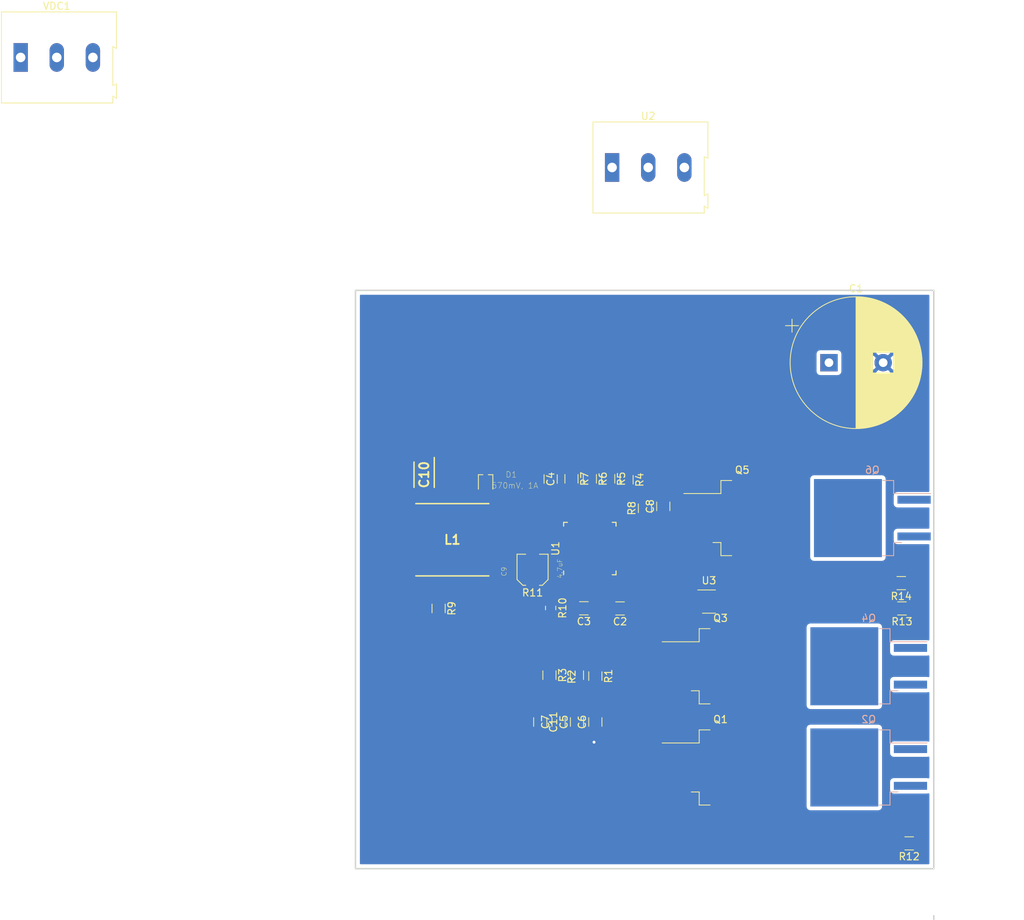
<source format=kicad_pcb>
(kicad_pcb (version 20171130) (host pcbnew "(5.0.0)")

  (general
    (thickness 1.6)
    (drawings 5)
    (tracks 3)
    (zones 0)
    (modules 37)
    (nets 48)
  )

  (page A4)
  (layers
    (0 F.Cu signal)
    (31 B.Cu signal hide)
    (32 B.Adhes user)
    (33 F.Adhes user)
    (34 B.Paste user)
    (35 F.Paste user)
    (36 B.SilkS user)
    (37 F.SilkS user)
    (38 B.Mask user)
    (39 F.Mask user)
    (40 Dwgs.User user)
    (41 Cmts.User user)
    (42 Eco1.User user)
    (43 Eco2.User user)
    (44 Edge.Cuts user)
    (45 Margin user)
    (46 B.CrtYd user)
    (47 F.CrtYd user)
    (48 B.Fab user)
    (49 F.Fab user)
  )

  (setup
    (last_trace_width 0.25)
    (trace_clearance 0.2)
    (zone_clearance 0.508)
    (zone_45_only no)
    (trace_min 0.2)
    (segment_width 0.2)
    (edge_width 0.15)
    (via_size 0.8)
    (via_drill 0.4)
    (via_min_size 0.4)
    (via_min_drill 0.3)
    (uvia_size 0.3)
    (uvia_drill 0.1)
    (uvias_allowed no)
    (uvia_min_size 0.2)
    (uvia_min_drill 0.1)
    (pcb_text_width 0.3)
    (pcb_text_size 1.5 1.5)
    (mod_edge_width 0.15)
    (mod_text_size 1 1)
    (mod_text_width 0.15)
    (pad_size 1.524 1.524)
    (pad_drill 0.762)
    (pad_to_mask_clearance 0.2)
    (aux_axis_origin 0 0)
    (visible_elements 7FFFF7FF)
    (pcbplotparams
      (layerselection 0x010fc_ffffffff)
      (usegerberextensions false)
      (usegerberattributes false)
      (usegerberadvancedattributes false)
      (creategerberjobfile false)
      (excludeedgelayer true)
      (linewidth 0.100000)
      (plotframeref false)
      (viasonmask false)
      (mode 1)
      (useauxorigin false)
      (hpglpennumber 1)
      (hpglpenspeed 20)
      (hpglpendiameter 15.000000)
      (psnegative false)
      (psa4output false)
      (plotreference true)
      (plotvalue true)
      (plotinvisibletext false)
      (padsonsilk false)
      (subtractmaskfromsilk false)
      (outputformat 1)
      (mirror false)
      (drillshape 1)
      (scaleselection 1)
      (outputdirectory ""))
  )

  (net 0 "")
  (net 1 "Net-(Q1-Pad3)")
  (net 2 "Net-(Q4-Pad3)")
  (net 3 +BATT)
  (net 4 "Net-(Q2-Pad3)")
  (net 5 "Net-(Q6-Pad3)")
  (net 6 "Net-(R10-Pad1)")
  (net 7 GND)
  (net 8 "Net-(C3-Pad2)")
  (net 9 "Net-(C3-Pad1)")
  (net 10 "Net-(C2-Pad2)")
  (net 11 "Net-(R13-Pad2)")
  (net 12 SOC)
  (net 13 SOB)
  (net 14 SOA)
  (net 15 VCC)
  (net 16 "Net-(R8-Pad2)")
  (net 17 "Net-(R4-Pad2)")
  (net 18 "Net-(R5-Pad2)")
  (net 19 "Net-(R6-Pad2)")
  (net 20 "Net-(R7-Pad2)")
  (net 21 Vtemp)
  (net 22 CAL)
  (net 23 GNDA)
  (net 24 "Net-(C4-Pad2)")
  (net 25 INHA)
  (net 26 H_A)
  (net 27 H_B)
  (net 28 H_C)
  (net 29 INHC)
  (net 30 INLC)
  (net 31 "Net-(C11-Pad1)")
  (net 32 "Net-(D1-Pad2)")
  (net 33 "Net-(U1-Pad46)")
  (net 34 "Net-(R9-Pad2)")
  (net 35 "Net-(U1-Pad49)")
  (net 36 "Net-(U3-Pad3)")
  (net 37 "Net-(C11-Pad2)")
  (net 38 "Net-(R10-Pad2)")
  (net 39 "Net-(Q3-Pad3)")
  (net 40 "Net-(Q5-Pad3)")
  (net 41 "Net-(Q1-Pad1)")
  (net 42 "Net-(Q2-Pad1)")
  (net 43 "Net-(Q4-Pad1)")
  (net 44 "Net-(Q3-Pad1)")
  (net 45 "Net-(Q5-Pad1)")
  (net 46 "Net-(Q6-Pad1)")
  (net 47 5V)

  (net_class Default "This is the default net class."
    (clearance 0.2)
    (trace_width 0.25)
    (via_dia 0.8)
    (via_drill 0.4)
    (uvia_dia 0.3)
    (uvia_drill 0.1)
    (add_net +BATT)
    (add_net 5V)
    (add_net CAL)
    (add_net GND)
    (add_net GNDA)
    (add_net H_A)
    (add_net H_B)
    (add_net H_C)
    (add_net INHA)
    (add_net INHC)
    (add_net INLC)
    (add_net "Net-(C11-Pad1)")
    (add_net "Net-(C11-Pad2)")
    (add_net "Net-(C2-Pad2)")
    (add_net "Net-(C3-Pad1)")
    (add_net "Net-(C3-Pad2)")
    (add_net "Net-(C4-Pad2)")
    (add_net "Net-(D1-Pad2)")
    (add_net "Net-(Q1-Pad1)")
    (add_net "Net-(Q1-Pad3)")
    (add_net "Net-(Q2-Pad1)")
    (add_net "Net-(Q2-Pad3)")
    (add_net "Net-(Q3-Pad1)")
    (add_net "Net-(Q3-Pad3)")
    (add_net "Net-(Q4-Pad1)")
    (add_net "Net-(Q4-Pad3)")
    (add_net "Net-(Q5-Pad1)")
    (add_net "Net-(Q5-Pad3)")
    (add_net "Net-(Q6-Pad1)")
    (add_net "Net-(Q6-Pad3)")
    (add_net "Net-(R10-Pad1)")
    (add_net "Net-(R10-Pad2)")
    (add_net "Net-(R13-Pad2)")
    (add_net "Net-(R4-Pad2)")
    (add_net "Net-(R5-Pad2)")
    (add_net "Net-(R6-Pad2)")
    (add_net "Net-(R7-Pad2)")
    (add_net "Net-(R8-Pad2)")
    (add_net "Net-(R9-Pad2)")
    (add_net "Net-(U1-Pad46)")
    (add_net "Net-(U1-Pad49)")
    (add_net "Net-(U3-Pad3)")
    (add_net SOA)
    (add_net SOB)
    (add_net SOC)
    (add_net VCC)
    (add_net Vtemp)
  )

  (module Capacitor_THT:CP_Radial_D18.0mm_P7.50mm (layer F.Cu) (tedit 5AE50EF1) (tstamp 5BEA4545)
    (at 155 60)
    (descr "CP, Radial series, Radial, pin pitch=7.50mm, , diameter=18mm, Electrolytic Capacitor")
    (tags "CP Radial series Radial pin pitch 7.50mm  diameter 18mm Electrolytic Capacitor")
    (path /5C0FF045)
    (fp_text reference C1 (at 3.75 -10.25) (layer F.SilkS)
      (effects (font (size 1 1) (thickness 0.15)))
    )
    (fp_text value 2200uF (at 3.75 10.25) (layer F.Fab)
      (effects (font (size 1 1) (thickness 0.15)))
    )
    (fp_circle (center 3.75 0) (end 12.75 0) (layer F.Fab) (width 0.1))
    (fp_circle (center 3.75 0) (end 12.87 0) (layer F.SilkS) (width 0.12))
    (fp_circle (center 3.75 0) (end 13 0) (layer F.CrtYd) (width 0.05))
    (fp_line (start -3.987271 -3.9475) (end -2.187271 -3.9475) (layer F.Fab) (width 0.1))
    (fp_line (start -3.087271 -4.8475) (end -3.087271 -3.0475) (layer F.Fab) (width 0.1))
    (fp_line (start 3.75 -9.081) (end 3.75 9.081) (layer F.SilkS) (width 0.12))
    (fp_line (start 3.79 -9.08) (end 3.79 9.08) (layer F.SilkS) (width 0.12))
    (fp_line (start 3.83 -9.08) (end 3.83 9.08) (layer F.SilkS) (width 0.12))
    (fp_line (start 3.87 -9.08) (end 3.87 9.08) (layer F.SilkS) (width 0.12))
    (fp_line (start 3.91 -9.079) (end 3.91 9.079) (layer F.SilkS) (width 0.12))
    (fp_line (start 3.95 -9.078) (end 3.95 9.078) (layer F.SilkS) (width 0.12))
    (fp_line (start 3.99 -9.077) (end 3.99 9.077) (layer F.SilkS) (width 0.12))
    (fp_line (start 4.03 -9.076) (end 4.03 9.076) (layer F.SilkS) (width 0.12))
    (fp_line (start 4.07 -9.075) (end 4.07 9.075) (layer F.SilkS) (width 0.12))
    (fp_line (start 4.11 -9.073) (end 4.11 9.073) (layer F.SilkS) (width 0.12))
    (fp_line (start 4.15 -9.072) (end 4.15 9.072) (layer F.SilkS) (width 0.12))
    (fp_line (start 4.19 -9.07) (end 4.19 9.07) (layer F.SilkS) (width 0.12))
    (fp_line (start 4.23 -9.068) (end 4.23 9.068) (layer F.SilkS) (width 0.12))
    (fp_line (start 4.27 -9.066) (end 4.27 9.066) (layer F.SilkS) (width 0.12))
    (fp_line (start 4.31 -9.063) (end 4.31 9.063) (layer F.SilkS) (width 0.12))
    (fp_line (start 4.35 -9.061) (end 4.35 9.061) (layer F.SilkS) (width 0.12))
    (fp_line (start 4.39 -9.058) (end 4.39 9.058) (layer F.SilkS) (width 0.12))
    (fp_line (start 4.43 -9.055) (end 4.43 9.055) (layer F.SilkS) (width 0.12))
    (fp_line (start 4.471 -9.052) (end 4.471 9.052) (layer F.SilkS) (width 0.12))
    (fp_line (start 4.511 -9.049) (end 4.511 9.049) (layer F.SilkS) (width 0.12))
    (fp_line (start 4.551 -9.045) (end 4.551 9.045) (layer F.SilkS) (width 0.12))
    (fp_line (start 4.591 -9.042) (end 4.591 9.042) (layer F.SilkS) (width 0.12))
    (fp_line (start 4.631 -9.038) (end 4.631 9.038) (layer F.SilkS) (width 0.12))
    (fp_line (start 4.671 -9.034) (end 4.671 9.034) (layer F.SilkS) (width 0.12))
    (fp_line (start 4.711 -9.03) (end 4.711 9.03) (layer F.SilkS) (width 0.12))
    (fp_line (start 4.751 -9.026) (end 4.751 9.026) (layer F.SilkS) (width 0.12))
    (fp_line (start 4.791 -9.021) (end 4.791 9.021) (layer F.SilkS) (width 0.12))
    (fp_line (start 4.831 -9.016) (end 4.831 9.016) (layer F.SilkS) (width 0.12))
    (fp_line (start 4.871 -9.011) (end 4.871 9.011) (layer F.SilkS) (width 0.12))
    (fp_line (start 4.911 -9.006) (end 4.911 9.006) (layer F.SilkS) (width 0.12))
    (fp_line (start 4.951 -9.001) (end 4.951 9.001) (layer F.SilkS) (width 0.12))
    (fp_line (start 4.991 -8.996) (end 4.991 8.996) (layer F.SilkS) (width 0.12))
    (fp_line (start 5.031 -8.99) (end 5.031 8.99) (layer F.SilkS) (width 0.12))
    (fp_line (start 5.071 -8.984) (end 5.071 8.984) (layer F.SilkS) (width 0.12))
    (fp_line (start 5.111 -8.979) (end 5.111 8.979) (layer F.SilkS) (width 0.12))
    (fp_line (start 5.151 -8.972) (end 5.151 8.972) (layer F.SilkS) (width 0.12))
    (fp_line (start 5.191 -8.966) (end 5.191 8.966) (layer F.SilkS) (width 0.12))
    (fp_line (start 5.231 -8.96) (end 5.231 8.96) (layer F.SilkS) (width 0.12))
    (fp_line (start 5.271 -8.953) (end 5.271 8.953) (layer F.SilkS) (width 0.12))
    (fp_line (start 5.311 -8.946) (end 5.311 8.946) (layer F.SilkS) (width 0.12))
    (fp_line (start 5.351 -8.939) (end 5.351 8.939) (layer F.SilkS) (width 0.12))
    (fp_line (start 5.391 -8.932) (end 5.391 8.932) (layer F.SilkS) (width 0.12))
    (fp_line (start 5.431 -8.924) (end 5.431 8.924) (layer F.SilkS) (width 0.12))
    (fp_line (start 5.471 -8.917) (end 5.471 8.917) (layer F.SilkS) (width 0.12))
    (fp_line (start 5.511 -8.909) (end 5.511 8.909) (layer F.SilkS) (width 0.12))
    (fp_line (start 5.551 -8.901) (end 5.551 8.901) (layer F.SilkS) (width 0.12))
    (fp_line (start 5.591 -8.893) (end 5.591 8.893) (layer F.SilkS) (width 0.12))
    (fp_line (start 5.631 -8.885) (end 5.631 8.885) (layer F.SilkS) (width 0.12))
    (fp_line (start 5.671 -8.876) (end 5.671 8.876) (layer F.SilkS) (width 0.12))
    (fp_line (start 5.711 -8.867) (end 5.711 8.867) (layer F.SilkS) (width 0.12))
    (fp_line (start 5.751 -8.858) (end 5.751 8.858) (layer F.SilkS) (width 0.12))
    (fp_line (start 5.791 -8.849) (end 5.791 8.849) (layer F.SilkS) (width 0.12))
    (fp_line (start 5.831 -8.84) (end 5.831 8.84) (layer F.SilkS) (width 0.12))
    (fp_line (start 5.871 -8.831) (end 5.871 8.831) (layer F.SilkS) (width 0.12))
    (fp_line (start 5.911 -8.821) (end 5.911 8.821) (layer F.SilkS) (width 0.12))
    (fp_line (start 5.951 -8.811) (end 5.951 8.811) (layer F.SilkS) (width 0.12))
    (fp_line (start 5.991 -8.801) (end 5.991 8.801) (layer F.SilkS) (width 0.12))
    (fp_line (start 6.031 -8.791) (end 6.031 8.791) (layer F.SilkS) (width 0.12))
    (fp_line (start 6.071 -8.78) (end 6.071 -1.44) (layer F.SilkS) (width 0.12))
    (fp_line (start 6.071 1.44) (end 6.071 8.78) (layer F.SilkS) (width 0.12))
    (fp_line (start 6.111 -8.77) (end 6.111 -1.44) (layer F.SilkS) (width 0.12))
    (fp_line (start 6.111 1.44) (end 6.111 8.77) (layer F.SilkS) (width 0.12))
    (fp_line (start 6.151 -8.759) (end 6.151 -1.44) (layer F.SilkS) (width 0.12))
    (fp_line (start 6.151 1.44) (end 6.151 8.759) (layer F.SilkS) (width 0.12))
    (fp_line (start 6.191 -8.748) (end 6.191 -1.44) (layer F.SilkS) (width 0.12))
    (fp_line (start 6.191 1.44) (end 6.191 8.748) (layer F.SilkS) (width 0.12))
    (fp_line (start 6.231 -8.737) (end 6.231 -1.44) (layer F.SilkS) (width 0.12))
    (fp_line (start 6.231 1.44) (end 6.231 8.737) (layer F.SilkS) (width 0.12))
    (fp_line (start 6.271 -8.725) (end 6.271 -1.44) (layer F.SilkS) (width 0.12))
    (fp_line (start 6.271 1.44) (end 6.271 8.725) (layer F.SilkS) (width 0.12))
    (fp_line (start 6.311 -8.714) (end 6.311 -1.44) (layer F.SilkS) (width 0.12))
    (fp_line (start 6.311 1.44) (end 6.311 8.714) (layer F.SilkS) (width 0.12))
    (fp_line (start 6.351 -8.702) (end 6.351 -1.44) (layer F.SilkS) (width 0.12))
    (fp_line (start 6.351 1.44) (end 6.351 8.702) (layer F.SilkS) (width 0.12))
    (fp_line (start 6.391 -8.69) (end 6.391 -1.44) (layer F.SilkS) (width 0.12))
    (fp_line (start 6.391 1.44) (end 6.391 8.69) (layer F.SilkS) (width 0.12))
    (fp_line (start 6.431 -8.678) (end 6.431 -1.44) (layer F.SilkS) (width 0.12))
    (fp_line (start 6.431 1.44) (end 6.431 8.678) (layer F.SilkS) (width 0.12))
    (fp_line (start 6.471 -8.665) (end 6.471 -1.44) (layer F.SilkS) (width 0.12))
    (fp_line (start 6.471 1.44) (end 6.471 8.665) (layer F.SilkS) (width 0.12))
    (fp_line (start 6.511 -8.653) (end 6.511 -1.44) (layer F.SilkS) (width 0.12))
    (fp_line (start 6.511 1.44) (end 6.511 8.653) (layer F.SilkS) (width 0.12))
    (fp_line (start 6.551 -8.64) (end 6.551 -1.44) (layer F.SilkS) (width 0.12))
    (fp_line (start 6.551 1.44) (end 6.551 8.64) (layer F.SilkS) (width 0.12))
    (fp_line (start 6.591 -8.627) (end 6.591 -1.44) (layer F.SilkS) (width 0.12))
    (fp_line (start 6.591 1.44) (end 6.591 8.627) (layer F.SilkS) (width 0.12))
    (fp_line (start 6.631 -8.614) (end 6.631 -1.44) (layer F.SilkS) (width 0.12))
    (fp_line (start 6.631 1.44) (end 6.631 8.614) (layer F.SilkS) (width 0.12))
    (fp_line (start 6.671 -8.6) (end 6.671 -1.44) (layer F.SilkS) (width 0.12))
    (fp_line (start 6.671 1.44) (end 6.671 8.6) (layer F.SilkS) (width 0.12))
    (fp_line (start 6.711 -8.587) (end 6.711 -1.44) (layer F.SilkS) (width 0.12))
    (fp_line (start 6.711 1.44) (end 6.711 8.587) (layer F.SilkS) (width 0.12))
    (fp_line (start 6.751 -8.573) (end 6.751 -1.44) (layer F.SilkS) (width 0.12))
    (fp_line (start 6.751 1.44) (end 6.751 8.573) (layer F.SilkS) (width 0.12))
    (fp_line (start 6.791 -8.559) (end 6.791 -1.44) (layer F.SilkS) (width 0.12))
    (fp_line (start 6.791 1.44) (end 6.791 8.559) (layer F.SilkS) (width 0.12))
    (fp_line (start 6.831 -8.545) (end 6.831 -1.44) (layer F.SilkS) (width 0.12))
    (fp_line (start 6.831 1.44) (end 6.831 8.545) (layer F.SilkS) (width 0.12))
    (fp_line (start 6.871 -8.53) (end 6.871 -1.44) (layer F.SilkS) (width 0.12))
    (fp_line (start 6.871 1.44) (end 6.871 8.53) (layer F.SilkS) (width 0.12))
    (fp_line (start 6.911 -8.516) (end 6.911 -1.44) (layer F.SilkS) (width 0.12))
    (fp_line (start 6.911 1.44) (end 6.911 8.516) (layer F.SilkS) (width 0.12))
    (fp_line (start 6.951 -8.501) (end 6.951 -1.44) (layer F.SilkS) (width 0.12))
    (fp_line (start 6.951 1.44) (end 6.951 8.501) (layer F.SilkS) (width 0.12))
    (fp_line (start 6.991 -8.486) (end 6.991 -1.44) (layer F.SilkS) (width 0.12))
    (fp_line (start 6.991 1.44) (end 6.991 8.486) (layer F.SilkS) (width 0.12))
    (fp_line (start 7.031 -8.47) (end 7.031 -1.44) (layer F.SilkS) (width 0.12))
    (fp_line (start 7.031 1.44) (end 7.031 8.47) (layer F.SilkS) (width 0.12))
    (fp_line (start 7.071 -8.455) (end 7.071 -1.44) (layer F.SilkS) (width 0.12))
    (fp_line (start 7.071 1.44) (end 7.071 8.455) (layer F.SilkS) (width 0.12))
    (fp_line (start 7.111 -8.439) (end 7.111 -1.44) (layer F.SilkS) (width 0.12))
    (fp_line (start 7.111 1.44) (end 7.111 8.439) (layer F.SilkS) (width 0.12))
    (fp_line (start 7.151 -8.423) (end 7.151 -1.44) (layer F.SilkS) (width 0.12))
    (fp_line (start 7.151 1.44) (end 7.151 8.423) (layer F.SilkS) (width 0.12))
    (fp_line (start 7.191 -8.407) (end 7.191 -1.44) (layer F.SilkS) (width 0.12))
    (fp_line (start 7.191 1.44) (end 7.191 8.407) (layer F.SilkS) (width 0.12))
    (fp_line (start 7.231 -8.39) (end 7.231 -1.44) (layer F.SilkS) (width 0.12))
    (fp_line (start 7.231 1.44) (end 7.231 8.39) (layer F.SilkS) (width 0.12))
    (fp_line (start 7.271 -8.374) (end 7.271 -1.44) (layer F.SilkS) (width 0.12))
    (fp_line (start 7.271 1.44) (end 7.271 8.374) (layer F.SilkS) (width 0.12))
    (fp_line (start 7.311 -8.357) (end 7.311 -1.44) (layer F.SilkS) (width 0.12))
    (fp_line (start 7.311 1.44) (end 7.311 8.357) (layer F.SilkS) (width 0.12))
    (fp_line (start 7.351 -8.34) (end 7.351 -1.44) (layer F.SilkS) (width 0.12))
    (fp_line (start 7.351 1.44) (end 7.351 8.34) (layer F.SilkS) (width 0.12))
    (fp_line (start 7.391 -8.323) (end 7.391 -1.44) (layer F.SilkS) (width 0.12))
    (fp_line (start 7.391 1.44) (end 7.391 8.323) (layer F.SilkS) (width 0.12))
    (fp_line (start 7.431 -8.305) (end 7.431 -1.44) (layer F.SilkS) (width 0.12))
    (fp_line (start 7.431 1.44) (end 7.431 8.305) (layer F.SilkS) (width 0.12))
    (fp_line (start 7.471 -8.287) (end 7.471 -1.44) (layer F.SilkS) (width 0.12))
    (fp_line (start 7.471 1.44) (end 7.471 8.287) (layer F.SilkS) (width 0.12))
    (fp_line (start 7.511 -8.269) (end 7.511 -1.44) (layer F.SilkS) (width 0.12))
    (fp_line (start 7.511 1.44) (end 7.511 8.269) (layer F.SilkS) (width 0.12))
    (fp_line (start 7.551 -8.251) (end 7.551 -1.44) (layer F.SilkS) (width 0.12))
    (fp_line (start 7.551 1.44) (end 7.551 8.251) (layer F.SilkS) (width 0.12))
    (fp_line (start 7.591 -8.233) (end 7.591 -1.44) (layer F.SilkS) (width 0.12))
    (fp_line (start 7.591 1.44) (end 7.591 8.233) (layer F.SilkS) (width 0.12))
    (fp_line (start 7.631 -8.214) (end 7.631 -1.44) (layer F.SilkS) (width 0.12))
    (fp_line (start 7.631 1.44) (end 7.631 8.214) (layer F.SilkS) (width 0.12))
    (fp_line (start 7.671 -8.195) (end 7.671 -1.44) (layer F.SilkS) (width 0.12))
    (fp_line (start 7.671 1.44) (end 7.671 8.195) (layer F.SilkS) (width 0.12))
    (fp_line (start 7.711 -8.176) (end 7.711 -1.44) (layer F.SilkS) (width 0.12))
    (fp_line (start 7.711 1.44) (end 7.711 8.176) (layer F.SilkS) (width 0.12))
    (fp_line (start 7.751 -8.156) (end 7.751 -1.44) (layer F.SilkS) (width 0.12))
    (fp_line (start 7.751 1.44) (end 7.751 8.156) (layer F.SilkS) (width 0.12))
    (fp_line (start 7.791 -8.137) (end 7.791 -1.44) (layer F.SilkS) (width 0.12))
    (fp_line (start 7.791 1.44) (end 7.791 8.137) (layer F.SilkS) (width 0.12))
    (fp_line (start 7.831 -8.117) (end 7.831 -1.44) (layer F.SilkS) (width 0.12))
    (fp_line (start 7.831 1.44) (end 7.831 8.117) (layer F.SilkS) (width 0.12))
    (fp_line (start 7.871 -8.097) (end 7.871 -1.44) (layer F.SilkS) (width 0.12))
    (fp_line (start 7.871 1.44) (end 7.871 8.097) (layer F.SilkS) (width 0.12))
    (fp_line (start 7.911 -8.076) (end 7.911 -1.44) (layer F.SilkS) (width 0.12))
    (fp_line (start 7.911 1.44) (end 7.911 8.076) (layer F.SilkS) (width 0.12))
    (fp_line (start 7.951 -8.056) (end 7.951 -1.44) (layer F.SilkS) (width 0.12))
    (fp_line (start 7.951 1.44) (end 7.951 8.056) (layer F.SilkS) (width 0.12))
    (fp_line (start 7.991 -8.035) (end 7.991 -1.44) (layer F.SilkS) (width 0.12))
    (fp_line (start 7.991 1.44) (end 7.991 8.035) (layer F.SilkS) (width 0.12))
    (fp_line (start 8.031 -8.014) (end 8.031 -1.44) (layer F.SilkS) (width 0.12))
    (fp_line (start 8.031 1.44) (end 8.031 8.014) (layer F.SilkS) (width 0.12))
    (fp_line (start 8.071 -7.992) (end 8.071 -1.44) (layer F.SilkS) (width 0.12))
    (fp_line (start 8.071 1.44) (end 8.071 7.992) (layer F.SilkS) (width 0.12))
    (fp_line (start 8.111 -7.971) (end 8.111 -1.44) (layer F.SilkS) (width 0.12))
    (fp_line (start 8.111 1.44) (end 8.111 7.971) (layer F.SilkS) (width 0.12))
    (fp_line (start 8.151 -7.949) (end 8.151 -1.44) (layer F.SilkS) (width 0.12))
    (fp_line (start 8.151 1.44) (end 8.151 7.949) (layer F.SilkS) (width 0.12))
    (fp_line (start 8.191 -7.927) (end 8.191 -1.44) (layer F.SilkS) (width 0.12))
    (fp_line (start 8.191 1.44) (end 8.191 7.927) (layer F.SilkS) (width 0.12))
    (fp_line (start 8.231 -7.904) (end 8.231 -1.44) (layer F.SilkS) (width 0.12))
    (fp_line (start 8.231 1.44) (end 8.231 7.904) (layer F.SilkS) (width 0.12))
    (fp_line (start 8.271 -7.882) (end 8.271 -1.44) (layer F.SilkS) (width 0.12))
    (fp_line (start 8.271 1.44) (end 8.271 7.882) (layer F.SilkS) (width 0.12))
    (fp_line (start 8.311 -7.859) (end 8.311 -1.44) (layer F.SilkS) (width 0.12))
    (fp_line (start 8.311 1.44) (end 8.311 7.859) (layer F.SilkS) (width 0.12))
    (fp_line (start 8.351 -7.835) (end 8.351 -1.44) (layer F.SilkS) (width 0.12))
    (fp_line (start 8.351 1.44) (end 8.351 7.835) (layer F.SilkS) (width 0.12))
    (fp_line (start 8.391 -7.812) (end 8.391 -1.44) (layer F.SilkS) (width 0.12))
    (fp_line (start 8.391 1.44) (end 8.391 7.812) (layer F.SilkS) (width 0.12))
    (fp_line (start 8.431 -7.788) (end 8.431 -1.44) (layer F.SilkS) (width 0.12))
    (fp_line (start 8.431 1.44) (end 8.431 7.788) (layer F.SilkS) (width 0.12))
    (fp_line (start 8.471 -7.764) (end 8.471 -1.44) (layer F.SilkS) (width 0.12))
    (fp_line (start 8.471 1.44) (end 8.471 7.764) (layer F.SilkS) (width 0.12))
    (fp_line (start 8.511 -7.74) (end 8.511 -1.44) (layer F.SilkS) (width 0.12))
    (fp_line (start 8.511 1.44) (end 8.511 7.74) (layer F.SilkS) (width 0.12))
    (fp_line (start 8.551 -7.715) (end 8.551 -1.44) (layer F.SilkS) (width 0.12))
    (fp_line (start 8.551 1.44) (end 8.551 7.715) (layer F.SilkS) (width 0.12))
    (fp_line (start 8.591 -7.69) (end 8.591 -1.44) (layer F.SilkS) (width 0.12))
    (fp_line (start 8.591 1.44) (end 8.591 7.69) (layer F.SilkS) (width 0.12))
    (fp_line (start 8.631 -7.665) (end 8.631 -1.44) (layer F.SilkS) (width 0.12))
    (fp_line (start 8.631 1.44) (end 8.631 7.665) (layer F.SilkS) (width 0.12))
    (fp_line (start 8.671 -7.64) (end 8.671 -1.44) (layer F.SilkS) (width 0.12))
    (fp_line (start 8.671 1.44) (end 8.671 7.64) (layer F.SilkS) (width 0.12))
    (fp_line (start 8.711 -7.614) (end 8.711 -1.44) (layer F.SilkS) (width 0.12))
    (fp_line (start 8.711 1.44) (end 8.711 7.614) (layer F.SilkS) (width 0.12))
    (fp_line (start 8.751 -7.588) (end 8.751 -1.44) (layer F.SilkS) (width 0.12))
    (fp_line (start 8.751 1.44) (end 8.751 7.588) (layer F.SilkS) (width 0.12))
    (fp_line (start 8.791 -7.561) (end 8.791 -1.44) (layer F.SilkS) (width 0.12))
    (fp_line (start 8.791 1.44) (end 8.791 7.561) (layer F.SilkS) (width 0.12))
    (fp_line (start 8.831 -7.535) (end 8.831 -1.44) (layer F.SilkS) (width 0.12))
    (fp_line (start 8.831 1.44) (end 8.831 7.535) (layer F.SilkS) (width 0.12))
    (fp_line (start 8.871 -7.508) (end 8.871 -1.44) (layer F.SilkS) (width 0.12))
    (fp_line (start 8.871 1.44) (end 8.871 7.508) (layer F.SilkS) (width 0.12))
    (fp_line (start 8.911 -7.48) (end 8.911 -1.44) (layer F.SilkS) (width 0.12))
    (fp_line (start 8.911 1.44) (end 8.911 7.48) (layer F.SilkS) (width 0.12))
    (fp_line (start 8.951 -7.453) (end 8.951 7.453) (layer F.SilkS) (width 0.12))
    (fp_line (start 8.991 -7.425) (end 8.991 7.425) (layer F.SilkS) (width 0.12))
    (fp_line (start 9.031 -7.397) (end 9.031 7.397) (layer F.SilkS) (width 0.12))
    (fp_line (start 9.071 -7.368) (end 9.071 7.368) (layer F.SilkS) (width 0.12))
    (fp_line (start 9.111 -7.339) (end 9.111 7.339) (layer F.SilkS) (width 0.12))
    (fp_line (start 9.151 -7.31) (end 9.151 7.31) (layer F.SilkS) (width 0.12))
    (fp_line (start 9.191 -7.28) (end 9.191 7.28) (layer F.SilkS) (width 0.12))
    (fp_line (start 9.231 -7.25) (end 9.231 7.25) (layer F.SilkS) (width 0.12))
    (fp_line (start 9.271 -7.22) (end 9.271 7.22) (layer F.SilkS) (width 0.12))
    (fp_line (start 9.311 -7.19) (end 9.311 7.19) (layer F.SilkS) (width 0.12))
    (fp_line (start 9.351 -7.159) (end 9.351 7.159) (layer F.SilkS) (width 0.12))
    (fp_line (start 9.391 -7.127) (end 9.391 7.127) (layer F.SilkS) (width 0.12))
    (fp_line (start 9.431 -7.096) (end 9.431 7.096) (layer F.SilkS) (width 0.12))
    (fp_line (start 9.471 -7.064) (end 9.471 7.064) (layer F.SilkS) (width 0.12))
    (fp_line (start 9.511 -7.031) (end 9.511 7.031) (layer F.SilkS) (width 0.12))
    (fp_line (start 9.551 -6.999) (end 9.551 6.999) (layer F.SilkS) (width 0.12))
    (fp_line (start 9.591 -6.965) (end 9.591 6.965) (layer F.SilkS) (width 0.12))
    (fp_line (start 9.631 -6.932) (end 9.631 6.932) (layer F.SilkS) (width 0.12))
    (fp_line (start 9.671 -6.898) (end 9.671 6.898) (layer F.SilkS) (width 0.12))
    (fp_line (start 9.711 -6.864) (end 9.711 6.864) (layer F.SilkS) (width 0.12))
    (fp_line (start 9.751 -6.829) (end 9.751 6.829) (layer F.SilkS) (width 0.12))
    (fp_line (start 9.791 -6.794) (end 9.791 6.794) (layer F.SilkS) (width 0.12))
    (fp_line (start 9.831 -6.758) (end 9.831 6.758) (layer F.SilkS) (width 0.12))
    (fp_line (start 9.871 -6.722) (end 9.871 6.722) (layer F.SilkS) (width 0.12))
    (fp_line (start 9.911 -6.686) (end 9.911 6.686) (layer F.SilkS) (width 0.12))
    (fp_line (start 9.951 -6.649) (end 9.951 6.649) (layer F.SilkS) (width 0.12))
    (fp_line (start 9.991 -6.612) (end 9.991 6.612) (layer F.SilkS) (width 0.12))
    (fp_line (start 10.031 -6.574) (end 10.031 6.574) (layer F.SilkS) (width 0.12))
    (fp_line (start 10.071 -6.536) (end 10.071 6.536) (layer F.SilkS) (width 0.12))
    (fp_line (start 10.111 -6.497) (end 10.111 6.497) (layer F.SilkS) (width 0.12))
    (fp_line (start 10.151 -6.458) (end 10.151 6.458) (layer F.SilkS) (width 0.12))
    (fp_line (start 10.191 -6.418) (end 10.191 6.418) (layer F.SilkS) (width 0.12))
    (fp_line (start 10.231 -6.378) (end 10.231 6.378) (layer F.SilkS) (width 0.12))
    (fp_line (start 10.271 -6.337) (end 10.271 6.337) (layer F.SilkS) (width 0.12))
    (fp_line (start 10.311 -6.296) (end 10.311 6.296) (layer F.SilkS) (width 0.12))
    (fp_line (start 10.351 -6.254) (end 10.351 6.254) (layer F.SilkS) (width 0.12))
    (fp_line (start 10.391 -6.212) (end 10.391 6.212) (layer F.SilkS) (width 0.12))
    (fp_line (start 10.431 -6.17) (end 10.431 6.17) (layer F.SilkS) (width 0.12))
    (fp_line (start 10.471 -6.126) (end 10.471 6.126) (layer F.SilkS) (width 0.12))
    (fp_line (start 10.511 -6.082) (end 10.511 6.082) (layer F.SilkS) (width 0.12))
    (fp_line (start 10.551 -6.038) (end 10.551 6.038) (layer F.SilkS) (width 0.12))
    (fp_line (start 10.591 -5.993) (end 10.591 5.993) (layer F.SilkS) (width 0.12))
    (fp_line (start 10.631 -5.947) (end 10.631 5.947) (layer F.SilkS) (width 0.12))
    (fp_line (start 10.671 -5.901) (end 10.671 5.901) (layer F.SilkS) (width 0.12))
    (fp_line (start 10.711 -5.854) (end 10.711 5.854) (layer F.SilkS) (width 0.12))
    (fp_line (start 10.751 -5.806) (end 10.751 5.806) (layer F.SilkS) (width 0.12))
    (fp_line (start 10.791 -5.758) (end 10.791 5.758) (layer F.SilkS) (width 0.12))
    (fp_line (start 10.831 -5.709) (end 10.831 5.709) (layer F.SilkS) (width 0.12))
    (fp_line (start 10.871 -5.66) (end 10.871 5.66) (layer F.SilkS) (width 0.12))
    (fp_line (start 10.911 -5.609) (end 10.911 5.609) (layer F.SilkS) (width 0.12))
    (fp_line (start 10.951 -5.558) (end 10.951 5.558) (layer F.SilkS) (width 0.12))
    (fp_line (start 10.991 -5.506) (end 10.991 5.506) (layer F.SilkS) (width 0.12))
    (fp_line (start 11.031 -5.454) (end 11.031 5.454) (layer F.SilkS) (width 0.12))
    (fp_line (start 11.071 -5.4) (end 11.071 5.4) (layer F.SilkS) (width 0.12))
    (fp_line (start 11.111 -5.346) (end 11.111 5.346) (layer F.SilkS) (width 0.12))
    (fp_line (start 11.151 -5.291) (end 11.151 5.291) (layer F.SilkS) (width 0.12))
    (fp_line (start 11.191 -5.235) (end 11.191 5.235) (layer F.SilkS) (width 0.12))
    (fp_line (start 11.231 -5.178) (end 11.231 5.178) (layer F.SilkS) (width 0.12))
    (fp_line (start 11.271 -5.12) (end 11.271 5.12) (layer F.SilkS) (width 0.12))
    (fp_line (start 11.311 -5.062) (end 11.311 5.062) (layer F.SilkS) (width 0.12))
    (fp_line (start 11.351 -5.002) (end 11.351 5.002) (layer F.SilkS) (width 0.12))
    (fp_line (start 11.391 -4.941) (end 11.391 4.941) (layer F.SilkS) (width 0.12))
    (fp_line (start 11.431 -4.879) (end 11.431 4.879) (layer F.SilkS) (width 0.12))
    (fp_line (start 11.471 -4.816) (end 11.471 4.816) (layer F.SilkS) (width 0.12))
    (fp_line (start 11.511 -4.752) (end 11.511 4.752) (layer F.SilkS) (width 0.12))
    (fp_line (start 11.551 -4.686) (end 11.551 4.686) (layer F.SilkS) (width 0.12))
    (fp_line (start 11.591 -4.62) (end 11.591 4.62) (layer F.SilkS) (width 0.12))
    (fp_line (start 11.631 -4.552) (end 11.631 4.552) (layer F.SilkS) (width 0.12))
    (fp_line (start 11.671 -4.482) (end 11.671 4.482) (layer F.SilkS) (width 0.12))
    (fp_line (start 11.711 -4.412) (end 11.711 4.412) (layer F.SilkS) (width 0.12))
    (fp_line (start 11.751 -4.339) (end 11.751 4.339) (layer F.SilkS) (width 0.12))
    (fp_line (start 11.791 -4.265) (end 11.791 4.265) (layer F.SilkS) (width 0.12))
    (fp_line (start 11.831 -4.19) (end 11.831 4.19) (layer F.SilkS) (width 0.12))
    (fp_line (start 11.871 -4.113) (end 11.871 4.113) (layer F.SilkS) (width 0.12))
    (fp_line (start 11.911 -4.033) (end 11.911 4.033) (layer F.SilkS) (width 0.12))
    (fp_line (start 11.95 -3.952) (end 11.95 3.952) (layer F.SilkS) (width 0.12))
    (fp_line (start 11.99 -3.869) (end 11.99 3.869) (layer F.SilkS) (width 0.12))
    (fp_line (start 12.03 -3.784) (end 12.03 3.784) (layer F.SilkS) (width 0.12))
    (fp_line (start 12.07 -3.696) (end 12.07 3.696) (layer F.SilkS) (width 0.12))
    (fp_line (start 12.11 -3.605) (end 12.11 3.605) (layer F.SilkS) (width 0.12))
    (fp_line (start 12.15 -3.512) (end 12.15 3.512) (layer F.SilkS) (width 0.12))
    (fp_line (start 12.19 -3.416) (end 12.19 3.416) (layer F.SilkS) (width 0.12))
    (fp_line (start 12.23 -3.317) (end 12.23 3.317) (layer F.SilkS) (width 0.12))
    (fp_line (start 12.27 -3.214) (end 12.27 3.214) (layer F.SilkS) (width 0.12))
    (fp_line (start 12.31 -3.107) (end 12.31 3.107) (layer F.SilkS) (width 0.12))
    (fp_line (start 12.35 -2.996) (end 12.35 2.996) (layer F.SilkS) (width 0.12))
    (fp_line (start 12.39 -2.88) (end 12.39 2.88) (layer F.SilkS) (width 0.12))
    (fp_line (start 12.43 -2.759) (end 12.43 2.759) (layer F.SilkS) (width 0.12))
    (fp_line (start 12.47 -2.632) (end 12.47 2.632) (layer F.SilkS) (width 0.12))
    (fp_line (start 12.51 -2.498) (end 12.51 2.498) (layer F.SilkS) (width 0.12))
    (fp_line (start 12.55 -2.355) (end 12.55 2.355) (layer F.SilkS) (width 0.12))
    (fp_line (start 12.59 -2.203) (end 12.59 2.203) (layer F.SilkS) (width 0.12))
    (fp_line (start 12.63 -2.039) (end 12.63 2.039) (layer F.SilkS) (width 0.12))
    (fp_line (start 12.67 -1.86) (end 12.67 1.86) (layer F.SilkS) (width 0.12))
    (fp_line (start 12.71 -1.661) (end 12.71 1.661) (layer F.SilkS) (width 0.12))
    (fp_line (start 12.75 -1.435) (end 12.75 1.435) (layer F.SilkS) (width 0.12))
    (fp_line (start 12.79 -1.166) (end 12.79 1.166) (layer F.SilkS) (width 0.12))
    (fp_line (start 12.83 -0.814) (end 12.83 0.814) (layer F.SilkS) (width 0.12))
    (fp_line (start 12.87 -0.04) (end 12.87 0.04) (layer F.SilkS) (width 0.12))
    (fp_line (start -6.00944 -5.115) (end -4.20944 -5.115) (layer F.SilkS) (width 0.12))
    (fp_line (start -5.10944 -6.015) (end -5.10944 -4.215) (layer F.SilkS) (width 0.12))
    (fp_text user %R (at 3.75 0) (layer F.Fab)
      (effects (font (size 1 1) (thickness 0.15)))
    )
    (pad 1 thru_hole rect (at 0 0) (size 2.4 2.4) (drill 1.2) (layers *.Cu *.Mask)
      (net 3 +BATT))
    (pad 2 thru_hole circle (at 7.5 0) (size 2.4 2.4) (drill 1.2) (layers *.Cu *.Mask)
      (net 7 GND))
    (model ${KISYS3DMOD}/Capacitor_THT.3dshapes/CP_Radial_D18.0mm_P7.50mm.wrl
      (at (xyz 0 0 0))
      (scale (xyz 1 1 1))
      (rotate (xyz 0 0 0))
    )
  )

  (module Package_TO_SOT_SMD:SOT-23-5 (layer F.Cu) (tedit 5A02FF57) (tstamp 5BEA287D)
    (at 138.4 93.05)
    (descr "5-pin SOT23 package")
    (tags SOT-23-5)
    (path /5C0BA440)
    (attr smd)
    (fp_text reference U3 (at 0 -2.9) (layer F.SilkS)
      (effects (font (size 1 1) (thickness 0.15)))
    )
    (fp_text value LM26CIM5-VHA (at 0 2.9) (layer F.Fab)
      (effects (font (size 1 1) (thickness 0.15)))
    )
    (fp_text user %R (at 0.5 0 90) (layer F.Fab)
      (effects (font (size 0.5 0.5) (thickness 0.075)))
    )
    (fp_line (start -0.9 1.61) (end 0.9 1.61) (layer F.SilkS) (width 0.12))
    (fp_line (start 0.9 -1.61) (end -1.55 -1.61) (layer F.SilkS) (width 0.12))
    (fp_line (start -1.9 -1.8) (end 1.9 -1.8) (layer F.CrtYd) (width 0.05))
    (fp_line (start 1.9 -1.8) (end 1.9 1.8) (layer F.CrtYd) (width 0.05))
    (fp_line (start 1.9 1.8) (end -1.9 1.8) (layer F.CrtYd) (width 0.05))
    (fp_line (start -1.9 1.8) (end -1.9 -1.8) (layer F.CrtYd) (width 0.05))
    (fp_line (start -0.9 -0.9) (end -0.25 -1.55) (layer F.Fab) (width 0.1))
    (fp_line (start 0.9 -1.55) (end -0.25 -1.55) (layer F.Fab) (width 0.1))
    (fp_line (start -0.9 -0.9) (end -0.9 1.55) (layer F.Fab) (width 0.1))
    (fp_line (start 0.9 1.55) (end -0.9 1.55) (layer F.Fab) (width 0.1))
    (fp_line (start 0.9 -1.55) (end 0.9 1.55) (layer F.Fab) (width 0.1))
    (pad 1 smd rect (at -1.1 -0.95) (size 1.06 0.65) (layers F.Cu F.Paste F.Mask)
      (net 7 GND))
    (pad 2 smd rect (at -1.1 0) (size 1.06 0.65) (layers F.Cu F.Paste F.Mask)
      (net 7 GND))
    (pad 3 smd rect (at -1.1 0.95) (size 1.06 0.65) (layers F.Cu F.Paste F.Mask)
      (net 36 "Net-(U3-Pad3)"))
    (pad 4 smd rect (at 1.1 0.95) (size 1.06 0.65) (layers F.Cu F.Paste F.Mask)
      (net 47 5V))
    (pad 5 smd rect (at 1.1 -0.95) (size 1.06 0.65) (layers F.Cu F.Paste F.Mask)
      (net 21 Vtemp))
    (model ${KISYS3DMOD}/Package_TO_SOT_SMD.3dshapes/SOT-23-5.wrl
      (at (xyz 0 0 0))
      (scale (xyz 1 1 1))
      (rotate (xyz 0 0 0))
    )
  )

  (module Package_TO_SOT_SMD:TO-263-2 (layer F.Cu) (tedit 5A70FB7B) (tstamp 5BE9B6A8)
    (at 140 116)
    (descr "TO-263 / D2PAK / DDPAK SMD package, http://www.infineon.com/cms/en/product/packages/PG-TO263/PG-TO263-3-1/")
    (tags "D2PAK DDPAK TO-263 D2PAK-3 TO-263-3 SOT-404")
    (path /5BBE1BC5)
    (attr smd)
    (fp_text reference Q1 (at 0 -6.65) (layer F.SilkS)
      (effects (font (size 1 1) (thickness 0.15)))
    )
    (fp_text value Q_NMOS_DGS (at 0 6.65) (layer F.Fab)
      (effects (font (size 1 1) (thickness 0.15)))
    )
    (fp_line (start 6.5 -5) (end 7.5 -5) (layer F.Fab) (width 0.1))
    (fp_line (start 7.5 -5) (end 7.5 5) (layer F.Fab) (width 0.1))
    (fp_line (start 7.5 5) (end 6.5 5) (layer F.Fab) (width 0.1))
    (fp_line (start 6.5 -5) (end 6.5 5) (layer F.Fab) (width 0.1))
    (fp_line (start 6.5 5) (end -2.75 5) (layer F.Fab) (width 0.1))
    (fp_line (start -2.75 5) (end -2.75 -4) (layer F.Fab) (width 0.1))
    (fp_line (start -2.75 -4) (end -1.75 -5) (layer F.Fab) (width 0.1))
    (fp_line (start -1.75 -5) (end 6.5 -5) (layer F.Fab) (width 0.1))
    (fp_line (start -2.75 -3.04) (end -7.45 -3.04) (layer F.Fab) (width 0.1))
    (fp_line (start -7.45 -3.04) (end -7.45 -2.04) (layer F.Fab) (width 0.1))
    (fp_line (start -7.45 -2.04) (end -2.75 -2.04) (layer F.Fab) (width 0.1))
    (fp_line (start -2.75 2.04) (end -7.45 2.04) (layer F.Fab) (width 0.1))
    (fp_line (start -7.45 2.04) (end -7.45 3.04) (layer F.Fab) (width 0.1))
    (fp_line (start -7.45 3.04) (end -2.75 3.04) (layer F.Fab) (width 0.1))
    (fp_line (start -1.45 -5.2) (end -2.95 -5.2) (layer F.SilkS) (width 0.12))
    (fp_line (start -2.95 -5.2) (end -2.95 -3.39) (layer F.SilkS) (width 0.12))
    (fp_line (start -2.95 -3.39) (end -8.075 -3.39) (layer F.SilkS) (width 0.12))
    (fp_line (start -1.45 5.2) (end -2.95 5.2) (layer F.SilkS) (width 0.12))
    (fp_line (start -2.95 5.2) (end -2.95 3.39) (layer F.SilkS) (width 0.12))
    (fp_line (start -2.95 3.39) (end -4.05 3.39) (layer F.SilkS) (width 0.12))
    (fp_line (start -8.32 -5.65) (end -8.32 5.65) (layer F.CrtYd) (width 0.05))
    (fp_line (start -8.32 5.65) (end 8.32 5.65) (layer F.CrtYd) (width 0.05))
    (fp_line (start 8.32 5.65) (end 8.32 -5.65) (layer F.CrtYd) (width 0.05))
    (fp_line (start 8.32 -5.65) (end -8.32 -5.65) (layer F.CrtYd) (width 0.05))
    (fp_text user %R (at 0 0) (layer F.Fab)
      (effects (font (size 1 1) (thickness 0.15)))
    )
    (pad 1 smd rect (at -5.775 -2.54) (size 4.6 1.1) (layers F.Cu F.Paste F.Mask)
      (net 41 "Net-(Q1-Pad1)"))
    (pad 3 smd rect (at -5.775 2.54) (size 4.6 1.1) (layers F.Cu F.Paste F.Mask)
      (net 1 "Net-(Q1-Pad3)"))
    (pad 2 smd rect (at 3.375 0) (size 9.4 10.8) (layers F.Cu F.Mask)
      (net 3 +BATT))
    (pad "" smd rect (at 5.8 2.775) (size 4.55 5.25) (layers F.Paste))
    (pad "" smd rect (at 0.95 -2.775) (size 4.55 5.25) (layers F.Paste))
    (pad "" smd rect (at 5.8 -2.775) (size 4.55 5.25) (layers F.Paste))
    (pad "" smd rect (at 0.95 2.775) (size 4.55 5.25) (layers F.Paste))
    (model ${KISYS3DMOD}/Package_TO_SOT_SMD.3dshapes/TO-263-2.wrl
      (at (xyz 0 0 0))
      (scale (xyz 1 1 1))
      (rotate (xyz 0 0 0))
    )
  )

  (module Package_TO_SOT_SMD:TO-263-2 (layer B.Cu) (tedit 5A70FB7B) (tstamp 5BE9B685)
    (at 160.5 116 180)
    (descr "TO-263 / D2PAK / DDPAK SMD package, http://www.infineon.com/cms/en/product/packages/PG-TO263/PG-TO263-3-1/")
    (tags "D2PAK DDPAK TO-263 D2PAK-3 TO-263-3 SOT-404")
    (path /5BBE1CC4)
    (attr smd)
    (fp_text reference Q2 (at 0 6.65 180) (layer B.SilkS)
      (effects (font (size 1 1) (thickness 0.15)) (justify mirror))
    )
    (fp_text value Q_NMOS_DGS (at 0 -6.65 180) (layer B.Fab)
      (effects (font (size 1 1) (thickness 0.15)) (justify mirror))
    )
    (fp_text user %R (at 0 0 180) (layer B.Fab)
      (effects (font (size 1 1) (thickness 0.15)) (justify mirror))
    )
    (fp_line (start 8.32 5.65) (end -8.32 5.65) (layer B.CrtYd) (width 0.05))
    (fp_line (start 8.32 -5.65) (end 8.32 5.65) (layer B.CrtYd) (width 0.05))
    (fp_line (start -8.32 -5.65) (end 8.32 -5.65) (layer B.CrtYd) (width 0.05))
    (fp_line (start -8.32 5.65) (end -8.32 -5.65) (layer B.CrtYd) (width 0.05))
    (fp_line (start -2.95 -3.39) (end -4.05 -3.39) (layer B.SilkS) (width 0.12))
    (fp_line (start -2.95 -5.2) (end -2.95 -3.39) (layer B.SilkS) (width 0.12))
    (fp_line (start -1.45 -5.2) (end -2.95 -5.2) (layer B.SilkS) (width 0.12))
    (fp_line (start -2.95 3.39) (end -8.075 3.39) (layer B.SilkS) (width 0.12))
    (fp_line (start -2.95 5.2) (end -2.95 3.39) (layer B.SilkS) (width 0.12))
    (fp_line (start -1.45 5.2) (end -2.95 5.2) (layer B.SilkS) (width 0.12))
    (fp_line (start -7.45 -3.04) (end -2.75 -3.04) (layer B.Fab) (width 0.1))
    (fp_line (start -7.45 -2.04) (end -7.45 -3.04) (layer B.Fab) (width 0.1))
    (fp_line (start -2.75 -2.04) (end -7.45 -2.04) (layer B.Fab) (width 0.1))
    (fp_line (start -7.45 2.04) (end -2.75 2.04) (layer B.Fab) (width 0.1))
    (fp_line (start -7.45 3.04) (end -7.45 2.04) (layer B.Fab) (width 0.1))
    (fp_line (start -2.75 3.04) (end -7.45 3.04) (layer B.Fab) (width 0.1))
    (fp_line (start -1.75 5) (end 6.5 5) (layer B.Fab) (width 0.1))
    (fp_line (start -2.75 4) (end -1.75 5) (layer B.Fab) (width 0.1))
    (fp_line (start -2.75 -5) (end -2.75 4) (layer B.Fab) (width 0.1))
    (fp_line (start 6.5 -5) (end -2.75 -5) (layer B.Fab) (width 0.1))
    (fp_line (start 6.5 5) (end 6.5 -5) (layer B.Fab) (width 0.1))
    (fp_line (start 7.5 -5) (end 6.5 -5) (layer B.Fab) (width 0.1))
    (fp_line (start 7.5 5) (end 7.5 -5) (layer B.Fab) (width 0.1))
    (fp_line (start 6.5 5) (end 7.5 5) (layer B.Fab) (width 0.1))
    (pad "" smd rect (at 0.95 -2.775 180) (size 4.55 5.25) (layers B.Paste))
    (pad "" smd rect (at 5.8 2.775 180) (size 4.55 5.25) (layers B.Paste))
    (pad "" smd rect (at 0.95 2.775 180) (size 4.55 5.25) (layers B.Paste))
    (pad "" smd rect (at 5.8 -2.775 180) (size 4.55 5.25) (layers B.Paste))
    (pad 2 smd rect (at 3.375 0 180) (size 9.4 10.8) (layers B.Cu B.Mask)
      (net 1 "Net-(Q1-Pad3)"))
    (pad 3 smd rect (at -5.775 -2.54 180) (size 4.6 1.1) (layers B.Cu B.Paste B.Mask)
      (net 4 "Net-(Q2-Pad3)"))
    (pad 1 smd rect (at -5.775 2.54 180) (size 4.6 1.1) (layers B.Cu B.Paste B.Mask)
      (net 42 "Net-(Q2-Pad1)"))
    (model ${KISYS3DMOD}/Package_TO_SOT_SMD.3dshapes/TO-263-2.wrl
      (at (xyz 0 0 0))
      (scale (xyz 1 1 1))
      (rotate (xyz 0 0 0))
    )
  )

  (module Package_TO_SOT_SMD:TO-263-2 (layer F.Cu) (tedit 5A70FB7B) (tstamp 5BE9B662)
    (at 140 102)
    (descr "TO-263 / D2PAK / DDPAK SMD package, http://www.infineon.com/cms/en/product/packages/PG-TO263/PG-TO263-3-1/")
    (tags "D2PAK DDPAK TO-263 D2PAK-3 TO-263-3 SOT-404")
    (path /5BBE1C11)
    (attr smd)
    (fp_text reference Q3 (at 0 -6.65) (layer F.SilkS)
      (effects (font (size 1 1) (thickness 0.15)))
    )
    (fp_text value Q_NMOS_DGS (at 0 6.65) (layer F.Fab)
      (effects (font (size 1 1) (thickness 0.15)))
    )
    (fp_line (start 6.5 -5) (end 7.5 -5) (layer F.Fab) (width 0.1))
    (fp_line (start 7.5 -5) (end 7.5 5) (layer F.Fab) (width 0.1))
    (fp_line (start 7.5 5) (end 6.5 5) (layer F.Fab) (width 0.1))
    (fp_line (start 6.5 -5) (end 6.5 5) (layer F.Fab) (width 0.1))
    (fp_line (start 6.5 5) (end -2.75 5) (layer F.Fab) (width 0.1))
    (fp_line (start -2.75 5) (end -2.75 -4) (layer F.Fab) (width 0.1))
    (fp_line (start -2.75 -4) (end -1.75 -5) (layer F.Fab) (width 0.1))
    (fp_line (start -1.75 -5) (end 6.5 -5) (layer F.Fab) (width 0.1))
    (fp_line (start -2.75 -3.04) (end -7.45 -3.04) (layer F.Fab) (width 0.1))
    (fp_line (start -7.45 -3.04) (end -7.45 -2.04) (layer F.Fab) (width 0.1))
    (fp_line (start -7.45 -2.04) (end -2.75 -2.04) (layer F.Fab) (width 0.1))
    (fp_line (start -2.75 2.04) (end -7.45 2.04) (layer F.Fab) (width 0.1))
    (fp_line (start -7.45 2.04) (end -7.45 3.04) (layer F.Fab) (width 0.1))
    (fp_line (start -7.45 3.04) (end -2.75 3.04) (layer F.Fab) (width 0.1))
    (fp_line (start -1.45 -5.2) (end -2.95 -5.2) (layer F.SilkS) (width 0.12))
    (fp_line (start -2.95 -5.2) (end -2.95 -3.39) (layer F.SilkS) (width 0.12))
    (fp_line (start -2.95 -3.39) (end -8.075 -3.39) (layer F.SilkS) (width 0.12))
    (fp_line (start -1.45 5.2) (end -2.95 5.2) (layer F.SilkS) (width 0.12))
    (fp_line (start -2.95 5.2) (end -2.95 3.39) (layer F.SilkS) (width 0.12))
    (fp_line (start -2.95 3.39) (end -4.05 3.39) (layer F.SilkS) (width 0.12))
    (fp_line (start -8.32 -5.65) (end -8.32 5.65) (layer F.CrtYd) (width 0.05))
    (fp_line (start -8.32 5.65) (end 8.32 5.65) (layer F.CrtYd) (width 0.05))
    (fp_line (start 8.32 5.65) (end 8.32 -5.65) (layer F.CrtYd) (width 0.05))
    (fp_line (start 8.32 -5.65) (end -8.32 -5.65) (layer F.CrtYd) (width 0.05))
    (fp_text user %R (at 0 0) (layer F.Fab)
      (effects (font (size 1 1) (thickness 0.15)))
    )
    (pad 1 smd rect (at -5.775 -2.54) (size 4.6 1.1) (layers F.Cu F.Paste F.Mask)
      (net 44 "Net-(Q3-Pad1)"))
    (pad 3 smd rect (at -5.775 2.54) (size 4.6 1.1) (layers F.Cu F.Paste F.Mask)
      (net 39 "Net-(Q3-Pad3)"))
    (pad 2 smd rect (at 3.375 0) (size 9.4 10.8) (layers F.Cu F.Mask)
      (net 3 +BATT))
    (pad "" smd rect (at 5.8 2.775) (size 4.55 5.25) (layers F.Paste))
    (pad "" smd rect (at 0.95 -2.775) (size 4.55 5.25) (layers F.Paste))
    (pad "" smd rect (at 5.8 -2.775) (size 4.55 5.25) (layers F.Paste))
    (pad "" smd rect (at 0.95 2.775) (size 4.55 5.25) (layers F.Paste))
    (model ${KISYS3DMOD}/Package_TO_SOT_SMD.3dshapes/TO-263-2.wrl
      (at (xyz 0 0 0))
      (scale (xyz 1 1 1))
      (rotate (xyz 0 0 0))
    )
  )

  (module Package_TO_SOT_SMD:TO-263-2 (layer B.Cu) (tedit 5A70FB7B) (tstamp 5BE9B63F)
    (at 160.5 102 180)
    (descr "TO-263 / D2PAK / DDPAK SMD package, http://www.infineon.com/cms/en/product/packages/PG-TO263/PG-TO263-3-1/")
    (tags "D2PAK DDPAK TO-263 D2PAK-3 TO-263-3 SOT-404")
    (path /5BBE1CCB)
    (attr smd)
    (fp_text reference Q4 (at 0 6.65 180) (layer B.SilkS)
      (effects (font (size 1 1) (thickness 0.15)) (justify mirror))
    )
    (fp_text value Q_NMOS_DGS (at 0 -6.65 180) (layer B.Fab)
      (effects (font (size 1 1) (thickness 0.15)) (justify mirror))
    )
    (fp_text user %R (at 0 0 180) (layer B.Fab)
      (effects (font (size 1 1) (thickness 0.15)) (justify mirror))
    )
    (fp_line (start 8.32 5.65) (end -8.32 5.65) (layer B.CrtYd) (width 0.05))
    (fp_line (start 8.32 -5.65) (end 8.32 5.65) (layer B.CrtYd) (width 0.05))
    (fp_line (start -8.32 -5.65) (end 8.32 -5.65) (layer B.CrtYd) (width 0.05))
    (fp_line (start -8.32 5.65) (end -8.32 -5.65) (layer B.CrtYd) (width 0.05))
    (fp_line (start -2.95 -3.39) (end -4.05 -3.39) (layer B.SilkS) (width 0.12))
    (fp_line (start -2.95 -5.2) (end -2.95 -3.39) (layer B.SilkS) (width 0.12))
    (fp_line (start -1.45 -5.2) (end -2.95 -5.2) (layer B.SilkS) (width 0.12))
    (fp_line (start -2.95 3.39) (end -8.075 3.39) (layer B.SilkS) (width 0.12))
    (fp_line (start -2.95 5.2) (end -2.95 3.39) (layer B.SilkS) (width 0.12))
    (fp_line (start -1.45 5.2) (end -2.95 5.2) (layer B.SilkS) (width 0.12))
    (fp_line (start -7.45 -3.04) (end -2.75 -3.04) (layer B.Fab) (width 0.1))
    (fp_line (start -7.45 -2.04) (end -7.45 -3.04) (layer B.Fab) (width 0.1))
    (fp_line (start -2.75 -2.04) (end -7.45 -2.04) (layer B.Fab) (width 0.1))
    (fp_line (start -7.45 2.04) (end -2.75 2.04) (layer B.Fab) (width 0.1))
    (fp_line (start -7.45 3.04) (end -7.45 2.04) (layer B.Fab) (width 0.1))
    (fp_line (start -2.75 3.04) (end -7.45 3.04) (layer B.Fab) (width 0.1))
    (fp_line (start -1.75 5) (end 6.5 5) (layer B.Fab) (width 0.1))
    (fp_line (start -2.75 4) (end -1.75 5) (layer B.Fab) (width 0.1))
    (fp_line (start -2.75 -5) (end -2.75 4) (layer B.Fab) (width 0.1))
    (fp_line (start 6.5 -5) (end -2.75 -5) (layer B.Fab) (width 0.1))
    (fp_line (start 6.5 5) (end 6.5 -5) (layer B.Fab) (width 0.1))
    (fp_line (start 7.5 -5) (end 6.5 -5) (layer B.Fab) (width 0.1))
    (fp_line (start 7.5 5) (end 7.5 -5) (layer B.Fab) (width 0.1))
    (fp_line (start 6.5 5) (end 7.5 5) (layer B.Fab) (width 0.1))
    (pad "" smd rect (at 0.95 -2.775 180) (size 4.55 5.25) (layers B.Paste))
    (pad "" smd rect (at 5.8 2.775 180) (size 4.55 5.25) (layers B.Paste))
    (pad "" smd rect (at 0.95 2.775 180) (size 4.55 5.25) (layers B.Paste))
    (pad "" smd rect (at 5.8 -2.775 180) (size 4.55 5.25) (layers B.Paste))
    (pad 2 smd rect (at 3.375 0 180) (size 9.4 10.8) (layers B.Cu B.Mask)
      (net 39 "Net-(Q3-Pad3)"))
    (pad 3 smd rect (at -5.775 -2.54 180) (size 4.6 1.1) (layers B.Cu B.Paste B.Mask)
      (net 2 "Net-(Q4-Pad3)"))
    (pad 1 smd rect (at -5.775 2.54 180) (size 4.6 1.1) (layers B.Cu B.Paste B.Mask)
      (net 43 "Net-(Q4-Pad1)"))
    (model ${KISYS3DMOD}/Package_TO_SOT_SMD.3dshapes/TO-263-2.wrl
      (at (xyz 0 0 0))
      (scale (xyz 1 1 1))
      (rotate (xyz 0 0 0))
    )
  )

  (module Package_TO_SOT_SMD:TO-263-2 (layer F.Cu) (tedit 5A70FB7B) (tstamp 5BE9B61C)
    (at 143 81.5)
    (descr "TO-263 / D2PAK / DDPAK SMD package, http://www.infineon.com/cms/en/product/packages/PG-TO263/PG-TO263-3-1/")
    (tags "D2PAK DDPAK TO-263 D2PAK-3 TO-263-3 SOT-404")
    (path /5BBE1C7D)
    (attr smd)
    (fp_text reference Q5 (at 0 -6.65) (layer F.SilkS)
      (effects (font (size 1 1) (thickness 0.15)))
    )
    (fp_text value Q_NMOS_DGS (at 0 6.65) (layer F.Fab)
      (effects (font (size 1 1) (thickness 0.15)))
    )
    (fp_line (start 6.5 -5) (end 7.5 -5) (layer F.Fab) (width 0.1))
    (fp_line (start 7.5 -5) (end 7.5 5) (layer F.Fab) (width 0.1))
    (fp_line (start 7.5 5) (end 6.5 5) (layer F.Fab) (width 0.1))
    (fp_line (start 6.5 -5) (end 6.5 5) (layer F.Fab) (width 0.1))
    (fp_line (start 6.5 5) (end -2.75 5) (layer F.Fab) (width 0.1))
    (fp_line (start -2.75 5) (end -2.75 -4) (layer F.Fab) (width 0.1))
    (fp_line (start -2.75 -4) (end -1.75 -5) (layer F.Fab) (width 0.1))
    (fp_line (start -1.75 -5) (end 6.5 -5) (layer F.Fab) (width 0.1))
    (fp_line (start -2.75 -3.04) (end -7.45 -3.04) (layer F.Fab) (width 0.1))
    (fp_line (start -7.45 -3.04) (end -7.45 -2.04) (layer F.Fab) (width 0.1))
    (fp_line (start -7.45 -2.04) (end -2.75 -2.04) (layer F.Fab) (width 0.1))
    (fp_line (start -2.75 2.04) (end -7.45 2.04) (layer F.Fab) (width 0.1))
    (fp_line (start -7.45 2.04) (end -7.45 3.04) (layer F.Fab) (width 0.1))
    (fp_line (start -7.45 3.04) (end -2.75 3.04) (layer F.Fab) (width 0.1))
    (fp_line (start -1.45 -5.2) (end -2.95 -5.2) (layer F.SilkS) (width 0.12))
    (fp_line (start -2.95 -5.2) (end -2.95 -3.39) (layer F.SilkS) (width 0.12))
    (fp_line (start -2.95 -3.39) (end -8.075 -3.39) (layer F.SilkS) (width 0.12))
    (fp_line (start -1.45 5.2) (end -2.95 5.2) (layer F.SilkS) (width 0.12))
    (fp_line (start -2.95 5.2) (end -2.95 3.39) (layer F.SilkS) (width 0.12))
    (fp_line (start -2.95 3.39) (end -4.05 3.39) (layer F.SilkS) (width 0.12))
    (fp_line (start -8.32 -5.65) (end -8.32 5.65) (layer F.CrtYd) (width 0.05))
    (fp_line (start -8.32 5.65) (end 8.32 5.65) (layer F.CrtYd) (width 0.05))
    (fp_line (start 8.32 5.65) (end 8.32 -5.65) (layer F.CrtYd) (width 0.05))
    (fp_line (start 8.32 -5.65) (end -8.32 -5.65) (layer F.CrtYd) (width 0.05))
    (fp_text user %R (at 0 0) (layer F.Fab)
      (effects (font (size 1 1) (thickness 0.15)))
    )
    (pad 1 smd rect (at -5.775 -2.54) (size 4.6 1.1) (layers F.Cu F.Paste F.Mask)
      (net 45 "Net-(Q5-Pad1)"))
    (pad 3 smd rect (at -5.775 2.54) (size 4.6 1.1) (layers F.Cu F.Paste F.Mask)
      (net 40 "Net-(Q5-Pad3)"))
    (pad 2 smd rect (at 3.375 0) (size 9.4 10.8) (layers F.Cu F.Mask)
      (net 3 +BATT))
    (pad "" smd rect (at 5.8 2.775) (size 4.55 5.25) (layers F.Paste))
    (pad "" smd rect (at 0.95 -2.775) (size 4.55 5.25) (layers F.Paste))
    (pad "" smd rect (at 5.8 -2.775) (size 4.55 5.25) (layers F.Paste))
    (pad "" smd rect (at 0.95 2.775) (size 4.55 5.25) (layers F.Paste))
    (model ${KISYS3DMOD}/Package_TO_SOT_SMD.3dshapes/TO-263-2.wrl
      (at (xyz 0 0 0))
      (scale (xyz 1 1 1))
      (rotate (xyz 0 0 0))
    )
  )

  (module Package_TO_SOT_SMD:TO-263-2 (layer B.Cu) (tedit 5A70FB7B) (tstamp 5BE9B5F9)
    (at 161 81.5 180)
    (descr "TO-263 / D2PAK / DDPAK SMD package, http://www.infineon.com/cms/en/product/packages/PG-TO263/PG-TO263-3-1/")
    (tags "D2PAK DDPAK TO-263 D2PAK-3 TO-263-3 SOT-404")
    (path /5BBE1C84)
    (attr smd)
    (fp_text reference Q6 (at 0 6.65 180) (layer B.SilkS)
      (effects (font (size 1 1) (thickness 0.15)) (justify mirror))
    )
    (fp_text value Q_NMOS_DGS (at 0 -6.65 180) (layer B.Fab)
      (effects (font (size 1 1) (thickness 0.15)) (justify mirror))
    )
    (fp_text user %R (at 0 0 180) (layer B.Fab)
      (effects (font (size 1 1) (thickness 0.15)) (justify mirror))
    )
    (fp_line (start 8.32 5.65) (end -8.32 5.65) (layer B.CrtYd) (width 0.05))
    (fp_line (start 8.32 -5.65) (end 8.32 5.65) (layer B.CrtYd) (width 0.05))
    (fp_line (start -8.32 -5.65) (end 8.32 -5.65) (layer B.CrtYd) (width 0.05))
    (fp_line (start -8.32 5.65) (end -8.32 -5.65) (layer B.CrtYd) (width 0.05))
    (fp_line (start -2.95 -3.39) (end -4.05 -3.39) (layer B.SilkS) (width 0.12))
    (fp_line (start -2.95 -5.2) (end -2.95 -3.39) (layer B.SilkS) (width 0.12))
    (fp_line (start -1.45 -5.2) (end -2.95 -5.2) (layer B.SilkS) (width 0.12))
    (fp_line (start -2.95 3.39) (end -8.075 3.39) (layer B.SilkS) (width 0.12))
    (fp_line (start -2.95 5.2) (end -2.95 3.39) (layer B.SilkS) (width 0.12))
    (fp_line (start -1.45 5.2) (end -2.95 5.2) (layer B.SilkS) (width 0.12))
    (fp_line (start -7.45 -3.04) (end -2.75 -3.04) (layer B.Fab) (width 0.1))
    (fp_line (start -7.45 -2.04) (end -7.45 -3.04) (layer B.Fab) (width 0.1))
    (fp_line (start -2.75 -2.04) (end -7.45 -2.04) (layer B.Fab) (width 0.1))
    (fp_line (start -7.45 2.04) (end -2.75 2.04) (layer B.Fab) (width 0.1))
    (fp_line (start -7.45 3.04) (end -7.45 2.04) (layer B.Fab) (width 0.1))
    (fp_line (start -2.75 3.04) (end -7.45 3.04) (layer B.Fab) (width 0.1))
    (fp_line (start -1.75 5) (end 6.5 5) (layer B.Fab) (width 0.1))
    (fp_line (start -2.75 4) (end -1.75 5) (layer B.Fab) (width 0.1))
    (fp_line (start -2.75 -5) (end -2.75 4) (layer B.Fab) (width 0.1))
    (fp_line (start 6.5 -5) (end -2.75 -5) (layer B.Fab) (width 0.1))
    (fp_line (start 6.5 5) (end 6.5 -5) (layer B.Fab) (width 0.1))
    (fp_line (start 7.5 -5) (end 6.5 -5) (layer B.Fab) (width 0.1))
    (fp_line (start 7.5 5) (end 7.5 -5) (layer B.Fab) (width 0.1))
    (fp_line (start 6.5 5) (end 7.5 5) (layer B.Fab) (width 0.1))
    (pad "" smd rect (at 0.95 -2.775 180) (size 4.55 5.25) (layers B.Paste))
    (pad "" smd rect (at 5.8 2.775 180) (size 4.55 5.25) (layers B.Paste))
    (pad "" smd rect (at 0.95 2.775 180) (size 4.55 5.25) (layers B.Paste))
    (pad "" smd rect (at 5.8 -2.775 180) (size 4.55 5.25) (layers B.Paste))
    (pad 2 smd rect (at 3.375 0 180) (size 9.4 10.8) (layers B.Cu B.Mask)
      (net 40 "Net-(Q5-Pad3)"))
    (pad 3 smd rect (at -5.775 -2.54 180) (size 4.6 1.1) (layers B.Cu B.Paste B.Mask)
      (net 5 "Net-(Q6-Pad3)"))
    (pad 1 smd rect (at -5.775 2.54 180) (size 4.6 1.1) (layers B.Cu B.Paste B.Mask)
      (net 46 "Net-(Q6-Pad1)"))
    (model ${KISYS3DMOD}/Package_TO_SOT_SMD.3dshapes/TO-263-2.wrl
      (at (xyz 0 0 0))
      (scale (xyz 1 1 1))
      (rotate (xyz 0 0 0))
    )
  )

  (module CLF10060NIT-1R0N-D:INDPM101100X630N (layer F.Cu) (tedit 5BCE3C00) (tstamp 5BDC1252)
    (at 102.9 84.5 180)
    (descr CLF10060NIT-1R0N-D)
    (tags Inductor)
    (path /5BBE3714)
    (attr smd)
    (fp_text reference L1 (at 0 0 180) (layer F.SilkS)
      (effects (font (size 1.27 1.27) (thickness 0.254)))
    )
    (fp_text value 220uH (at 0 0 180) (layer F.SilkS) hide
      (effects (font (size 1.27 1.27) (thickness 0.254)))
    )
    (fp_line (start -5.05 5) (end 5.05 5) (layer F.SilkS) (width 0.2))
    (fp_line (start 5.05 -5) (end -5.05 -5) (layer F.SilkS) (width 0.2))
    (fp_line (start -5.05 5) (end -5.05 -5) (layer Dwgs.User) (width 0.1))
    (fp_line (start 5.05 5) (end -5.05 5) (layer Dwgs.User) (width 0.1))
    (fp_line (start 5.05 -5) (end 5.05 5) (layer Dwgs.User) (width 0.1))
    (fp_line (start -5.05 -5) (end 5.05 -5) (layer Dwgs.User) (width 0.1))
    (fp_line (start -5.975 5.4) (end -5.975 -5.4) (layer Dwgs.User) (width 0.05))
    (fp_line (start 5.975 5.4) (end -5.975 5.4) (layer Dwgs.User) (width 0.05))
    (fp_line (start 5.975 -5.4) (end 5.975 5.4) (layer Dwgs.User) (width 0.05))
    (fp_line (start -5.975 -5.4) (end 5.975 -5.4) (layer Dwgs.User) (width 0.05))
    (pad 2 smd rect (at 3.9 0 270) (size 3.55 3.65) (layers F.Cu F.Paste F.Mask)
      (net 47 5V))
    (pad 1 smd rect (at -3.9 0 270) (size 3.55 3.65) (layers F.Cu F.Paste F.Mask)
      (net 37 "Net-(C11-Pad2)"))
  )

  (module 25TQC15MYFB:CAPPM3528X200N (layer F.Cu) (tedit 5BCE33BF) (tstamp 5C0E08E4)
    (at 99 75.5 270)
    (descr B2)
    (tags Capacitor)
    (path /5C0F7108)
    (attr smd)
    (fp_text reference C10 (at 0 0 270) (layer F.SilkS)
      (effects (font (size 1.27 1.27) (thickness 0.254)))
    )
    (fp_text value 15uF (at 0 0 270) (layer F.SilkS) hide
      (effects (font (size 1.27 1.27) (thickness 0.254)))
    )
    (fp_line (start -1.75 1.4) (end 1.75 1.4) (layer F.SilkS) (width 0.2))
    (fp_line (start 1.75 -1.4) (end -2.375 -1.4) (layer F.SilkS) (width 0.2))
    (fp_line (start -1.75 -0.525) (end -0.875 -1.4) (layer Dwgs.User) (width 0.1))
    (fp_line (start -1.75 1.4) (end -1.75 -1.4) (layer Dwgs.User) (width 0.1))
    (fp_line (start 1.75 1.4) (end -1.75 1.4) (layer Dwgs.User) (width 0.1))
    (fp_line (start 1.75 -1.4) (end 1.75 1.4) (layer Dwgs.User) (width 0.1))
    (fp_line (start -1.75 -1.4) (end 1.75 -1.4) (layer Dwgs.User) (width 0.1))
    (fp_line (start -2.625 1.75) (end -2.625 -1.75) (layer Dwgs.User) (width 0.05))
    (fp_line (start 2.625 1.75) (end -2.625 1.75) (layer Dwgs.User) (width 0.05))
    (fp_line (start 2.625 -1.75) (end 2.625 1.75) (layer Dwgs.User) (width 0.05))
    (fp_line (start -2.625 -1.75) (end 2.625 -1.75) (layer Dwgs.User) (width 0.05))
    (pad 2 smd rect (at 1.5 0 270) (size 1.75 2.25) (layers F.Cu F.Paste F.Mask)
      (net 47 5V))
    (pad 1 smd rect (at -1.5 0 270) (size 1.75 2.25) (layers F.Cu F.Paste F.Mask)
      (net 7 GND))
  )

  (module CAPAE430X550N:CAPAE430X550N (layer F.Cu) (tedit 0) (tstamp 5C0E08D3)
    (at 114 88.65 90)
    (path /5C431DF0)
    (attr smd)
    (fp_text reference C9 (at -0.250028 -3.9483 90) (layer F.SilkS)
      (effects (font (size 0.663871 0.663871) (thickness 0.05)))
    )
    (fp_text value 4.7uF (at 0.168152 3.79134 90) (layer F.SilkS)
      (effects (font (size 0.651062 0.651062) (thickness 0.05)))
    )
    (fp_line (start 2.15 -0.95) (end 2.15 -2.15) (layer F.SilkS) (width 0.127))
    (fp_line (start 2.15 -2.15) (end -1.35 -2.15) (layer F.SilkS) (width 0.127))
    (fp_line (start -2.15 -0.95) (end -2.15 -1.35) (layer F.SilkS) (width 0.127))
    (fp_line (start -2.15 -1.35) (end -1.35 -2.15) (layer F.SilkS) (width 0.127))
    (fp_line (start 2.15 0.95) (end 2.15 2.15) (layer F.SilkS) (width 0.127))
    (fp_line (start 2.15 2.15) (end -1.35 2.15) (layer F.SilkS) (width 0.127))
    (fp_line (start -2.15 0.95) (end -2.15 1.35) (layer F.SilkS) (width 0.127))
    (fp_line (start -2.15 1.35) (end -1.35 2.15) (layer F.SilkS) (width 0.127))
    (fp_line (start -2.15 -1.35) (end -1.35 -2.15) (layer Dwgs.User) (width 0.127))
    (fp_line (start -1.35 -2.15) (end 2.15 -2.15) (layer Dwgs.User) (width 0.127))
    (fp_line (start 2.15 -2.15) (end 2.15 2.15) (layer Dwgs.User) (width 0.127))
    (fp_line (start 2.15 2.15) (end -1.35 2.15) (layer Dwgs.User) (width 0.127))
    (fp_line (start -1.35 2.15) (end -2.15 1.35) (layer Dwgs.User) (width 0.127))
    (fp_line (start -2.15 1.35) (end -2.15 -1.35) (layer Dwgs.User) (width 0.127))
    (fp_line (start -3.06 -0.95) (end -2.35 -0.95) (layer Eco1.User) (width 0.05))
    (fp_line (start -2.35 -0.95) (end -2.35 -1.45) (layer Eco1.User) (width 0.05))
    (fp_line (start -2.35 -1.45) (end -1.4 -2.4) (layer Eco1.User) (width 0.05))
    (fp_line (start -1.4 -2.4) (end 2.35 -2.4) (layer Eco1.User) (width 0.05))
    (fp_line (start 2.35 -2.4) (end 2.35 -0.95) (layer Eco1.User) (width 0.05))
    (fp_line (start 2.35 -0.95) (end 3.06 -0.95) (layer Eco1.User) (width 0.05))
    (fp_line (start 3.06 -0.95) (end 3.06 0.95) (layer Eco1.User) (width 0.05))
    (fp_line (start 3.06 0.95) (end 2.4 0.95) (layer Eco1.User) (width 0.05))
    (fp_line (start 2.4 0.95) (end 2.4 2.35) (layer Eco1.User) (width 0.05))
    (fp_line (start 2.4 2.35) (end -1.45 2.35) (layer Eco1.User) (width 0.05))
    (fp_line (start -1.45 2.35) (end -2.45 1.35) (layer Eco1.User) (width 0.05))
    (fp_line (start -2.45 1.35) (end -2.45 0.95) (layer Eco1.User) (width 0.05))
    (fp_line (start -2.45 0.95) (end -3.06 0.95) (layer Eco1.User) (width 0.05))
    (fp_line (start -3.06 0.95) (end -3.06 -0.95) (layer Eco1.User) (width 0.05))
    (pad 1 smd rect (at -1.65 0 90) (size 2.42 1.58) (layers F.Cu F.Paste F.Mask)
      (net 7 GND))
    (pad 2 smd rect (at 1.65 0 90) (size 2.42 1.58) (layers F.Cu F.Paste F.Mask)
      (net 3 +BATT))
  )

  (module Capacitor_SMD:C_1206_3216Metric (layer F.Cu) (tedit 5B301BBE) (tstamp 5C0E0889)
    (at 126.1 94 180)
    (descr "Capacitor SMD 1206 (3216 Metric), square (rectangular) end terminal, IPC_7351 nominal, (Body size source: http://www.tortai-tech.com/upload/download/2011102023233369053.pdf), generated with kicad-footprint-generator")
    (tags capacitor)
    (path /5C06D5AB)
    (attr smd)
    (fp_text reference C2 (at 0 -1.82 180) (layer F.SilkS)
      (effects (font (size 1 1) (thickness 0.15)))
    )
    (fp_text value 1uF (at 0 1.82 180) (layer F.Fab)
      (effects (font (size 1 1) (thickness 0.15)))
    )
    (fp_text user %R (at 0 0 180) (layer F.Fab)
      (effects (font (size 0.8 0.8) (thickness 0.12)))
    )
    (fp_line (start 2.28 1.12) (end -2.28 1.12) (layer F.CrtYd) (width 0.05))
    (fp_line (start 2.28 -1.12) (end 2.28 1.12) (layer F.CrtYd) (width 0.05))
    (fp_line (start -2.28 -1.12) (end 2.28 -1.12) (layer F.CrtYd) (width 0.05))
    (fp_line (start -2.28 1.12) (end -2.28 -1.12) (layer F.CrtYd) (width 0.05))
    (fp_line (start -0.602064 0.91) (end 0.602064 0.91) (layer F.SilkS) (width 0.12))
    (fp_line (start -0.602064 -0.91) (end 0.602064 -0.91) (layer F.SilkS) (width 0.12))
    (fp_line (start 1.6 0.8) (end -1.6 0.8) (layer F.Fab) (width 0.1))
    (fp_line (start 1.6 -0.8) (end 1.6 0.8) (layer F.Fab) (width 0.1))
    (fp_line (start -1.6 -0.8) (end 1.6 -0.8) (layer F.Fab) (width 0.1))
    (fp_line (start -1.6 0.8) (end -1.6 -0.8) (layer F.Fab) (width 0.1))
    (pad 2 smd roundrect (at 1.4 0 180) (size 1.25 1.75) (layers F.Cu F.Paste F.Mask) (roundrect_rratio 0.2)
      (net 10 "Net-(C2-Pad2)"))
    (pad 1 smd roundrect (at -1.4 0 180) (size 1.25 1.75) (layers F.Cu F.Paste F.Mask) (roundrect_rratio 0.2)
      (net 3 +BATT))
    (model ${KISYS3DMOD}/Capacitor_SMD.3dshapes/C_1206_3216Metric.wrl
      (at (xyz 0 0 0))
      (scale (xyz 1 1 1))
      (rotate (xyz 0 0 0))
    )
  )

  (module Capacitor_SMD:C_1206_3216Metric (layer F.Cu) (tedit 5B301BBE) (tstamp 5C0E0878)
    (at 121.1 93.98 180)
    (descr "Capacitor SMD 1206 (3216 Metric), square (rectangular) end terminal, IPC_7351 nominal, (Body size source: http://www.tortai-tech.com/upload/download/2011102023233369053.pdf), generated with kicad-footprint-generator")
    (tags capacitor)
    (path /5BBE245B)
    (attr smd)
    (fp_text reference C3 (at 0 -1.82 180) (layer F.SilkS)
      (effects (font (size 1 1) (thickness 0.15)))
    )
    (fp_text value 47nF (at 0 1.82 180) (layer F.Fab)
      (effects (font (size 1 1) (thickness 0.15)))
    )
    (fp_line (start -1.6 0.8) (end -1.6 -0.8) (layer F.Fab) (width 0.1))
    (fp_line (start -1.6 -0.8) (end 1.6 -0.8) (layer F.Fab) (width 0.1))
    (fp_line (start 1.6 -0.8) (end 1.6 0.8) (layer F.Fab) (width 0.1))
    (fp_line (start 1.6 0.8) (end -1.6 0.8) (layer F.Fab) (width 0.1))
    (fp_line (start -0.602064 -0.91) (end 0.602064 -0.91) (layer F.SilkS) (width 0.12))
    (fp_line (start -0.602064 0.91) (end 0.602064 0.91) (layer F.SilkS) (width 0.12))
    (fp_line (start -2.28 1.12) (end -2.28 -1.12) (layer F.CrtYd) (width 0.05))
    (fp_line (start -2.28 -1.12) (end 2.28 -1.12) (layer F.CrtYd) (width 0.05))
    (fp_line (start 2.28 -1.12) (end 2.28 1.12) (layer F.CrtYd) (width 0.05))
    (fp_line (start 2.28 1.12) (end -2.28 1.12) (layer F.CrtYd) (width 0.05))
    (fp_text user %R (at 0 0 180) (layer F.Fab)
      (effects (font (size 0.8 0.8) (thickness 0.12)))
    )
    (pad 1 smd roundrect (at -1.4 0 180) (size 1.25 1.75) (layers F.Cu F.Paste F.Mask) (roundrect_rratio 0.2)
      (net 9 "Net-(C3-Pad1)"))
    (pad 2 smd roundrect (at 1.4 0 180) (size 1.25 1.75) (layers F.Cu F.Paste F.Mask) (roundrect_rratio 0.2)
      (net 8 "Net-(C3-Pad2)"))
    (model ${KISYS3DMOD}/Capacitor_SMD.3dshapes/C_1206_3216Metric.wrl
      (at (xyz 0 0 0))
      (scale (xyz 1 1 1))
      (rotate (xyz 0 0 0))
    )
  )

  (module Capacitor_SMD:C_1206_3216Metric (layer F.Cu) (tedit 5B301BBE) (tstamp 5C0E0867)
    (at 116.5 76.1 270)
    (descr "Capacitor SMD 1206 (3216 Metric), square (rectangular) end terminal, IPC_7351 nominal, (Body size source: http://www.tortai-tech.com/upload/download/2011102023233369053.pdf), generated with kicad-footprint-generator")
    (tags capacitor)
    (path /5BBE214A)
    (attr smd)
    (fp_text reference C4 (at 0 0 270) (layer F.SilkS)
      (effects (font (size 1 1) (thickness 0.15)))
    )
    (fp_text value 100nF (at 0 1.82 270) (layer F.Fab)
      (effects (font (size 1 1) (thickness 0.15)))
    )
    (fp_text user %R (at 0 -1.27 270) (layer F.Fab)
      (effects (font (size 0.8 0.8) (thickness 0.12)))
    )
    (fp_line (start 2.28 1.12) (end -2.28 1.12) (layer F.CrtYd) (width 0.05))
    (fp_line (start 2.28 -1.12) (end 2.28 1.12) (layer F.CrtYd) (width 0.05))
    (fp_line (start -2.28 -1.12) (end 2.28 -1.12) (layer F.CrtYd) (width 0.05))
    (fp_line (start -2.28 1.12) (end -2.28 -1.12) (layer F.CrtYd) (width 0.05))
    (fp_line (start -0.602064 0.91) (end 0.602064 0.91) (layer F.SilkS) (width 0.12))
    (fp_line (start -0.602064 -0.91) (end 0.602064 -0.91) (layer F.SilkS) (width 0.12))
    (fp_line (start 1.6 0.8) (end -1.6 0.8) (layer F.Fab) (width 0.1))
    (fp_line (start 1.6 -0.8) (end 1.6 0.8) (layer F.Fab) (width 0.1))
    (fp_line (start -1.6 -0.8) (end 1.6 -0.8) (layer F.Fab) (width 0.1))
    (fp_line (start -1.6 0.8) (end -1.6 -0.8) (layer F.Fab) (width 0.1))
    (pad 2 smd roundrect (at 1.4 0 270) (size 1.25 1.75) (layers F.Cu F.Paste F.Mask) (roundrect_rratio 0.2)
      (net 24 "Net-(C4-Pad2)"))
    (pad 1 smd roundrect (at -1.4 0 270) (size 1.25 1.75) (layers F.Cu F.Paste F.Mask) (roundrect_rratio 0.2)
      (net 7 GND))
    (model ${KISYS3DMOD}/Capacitor_SMD.3dshapes/C_1206_3216Metric.wrl
      (at (xyz 0 0 0))
      (scale (xyz 1 1 1))
      (rotate (xyz 0 0 0))
    )
  )

  (module Capacitor_SMD:C_1206_3216Metric (layer F.Cu) (tedit 5B301BBE) (tstamp 5C0E0856)
    (at 120.14 109.71 90)
    (descr "Capacitor SMD 1206 (3216 Metric), square (rectangular) end terminal, IPC_7351 nominal, (Body size source: http://www.tortai-tech.com/upload/download/2011102023233369053.pdf), generated with kicad-footprint-generator")
    (tags capacitor)
    (path /5BBE2454)
    (attr smd)
    (fp_text reference C5 (at 0 -1.82 90) (layer F.SilkS)
      (effects (font (size 1 1) (thickness 0.15)))
    )
    (fp_text value 10nF (at 0 1.82 90) (layer F.Fab)
      (effects (font (size 1 1) (thickness 0.15)))
    )
    (fp_line (start -1.6 0.8) (end -1.6 -0.8) (layer F.Fab) (width 0.1))
    (fp_line (start -1.6 -0.8) (end 1.6 -0.8) (layer F.Fab) (width 0.1))
    (fp_line (start 1.6 -0.8) (end 1.6 0.8) (layer F.Fab) (width 0.1))
    (fp_line (start 1.6 0.8) (end -1.6 0.8) (layer F.Fab) (width 0.1))
    (fp_line (start -0.602064 -0.91) (end 0.602064 -0.91) (layer F.SilkS) (width 0.12))
    (fp_line (start -0.602064 0.91) (end 0.602064 0.91) (layer F.SilkS) (width 0.12))
    (fp_line (start -2.28 1.12) (end -2.28 -1.12) (layer F.CrtYd) (width 0.05))
    (fp_line (start -2.28 -1.12) (end 2.28 -1.12) (layer F.CrtYd) (width 0.05))
    (fp_line (start 2.28 -1.12) (end 2.28 1.12) (layer F.CrtYd) (width 0.05))
    (fp_line (start 2.28 1.12) (end -2.28 1.12) (layer F.CrtYd) (width 0.05))
    (fp_text user %R (at 0 0 90) (layer F.Fab)
      (effects (font (size 0.8 0.8) (thickness 0.12)))
    )
    (pad 1 smd roundrect (at -1.4 0 90) (size 1.25 1.75) (layers F.Cu F.Paste F.Mask) (roundrect_rratio 0.2)
      (net 7 GND))
    (pad 2 smd roundrect (at 1.4 0 90) (size 1.25 1.75) (layers F.Cu F.Paste F.Mask) (roundrect_rratio 0.2)
      (net 28 H_C))
    (model ${KISYS3DMOD}/Capacitor_SMD.3dshapes/C_1206_3216Metric.wrl
      (at (xyz 0 0 0))
      (scale (xyz 1 1 1))
      (rotate (xyz 0 0 0))
    )
  )

  (module Capacitor_SMD:C_1206_3216Metric (layer F.Cu) (tedit 5B301BBE) (tstamp 5C0E0845)
    (at 132.08 79.88 90)
    (descr "Capacitor SMD 1206 (3216 Metric), square (rectangular) end terminal, IPC_7351 nominal, (Body size source: http://www.tortai-tech.com/upload/download/2011102023233369053.pdf), generated with kicad-footprint-generator")
    (tags capacitor)
    (path /5BBE20B4)
    (attr smd)
    (fp_text reference C8 (at 0 -1.82 90) (layer F.SilkS)
      (effects (font (size 1 1) (thickness 0.15)))
    )
    (fp_text value 100nF (at 0 1.82 90) (layer F.Fab)
      (effects (font (size 1 1) (thickness 0.15)))
    )
    (fp_text user %R (at 0 0.214999 90) (layer F.Fab)
      (effects (font (size 0.8 0.8) (thickness 0.12)))
    )
    (fp_line (start 2.28 1.12) (end -2.28 1.12) (layer F.CrtYd) (width 0.05))
    (fp_line (start 2.28 -1.12) (end 2.28 1.12) (layer F.CrtYd) (width 0.05))
    (fp_line (start -2.28 -1.12) (end 2.28 -1.12) (layer F.CrtYd) (width 0.05))
    (fp_line (start -2.28 1.12) (end -2.28 -1.12) (layer F.CrtYd) (width 0.05))
    (fp_line (start -0.602064 0.91) (end 0.602064 0.91) (layer F.SilkS) (width 0.12))
    (fp_line (start -0.602064 -0.91) (end 0.602064 -0.91) (layer F.SilkS) (width 0.12))
    (fp_line (start 1.6 0.8) (end -1.6 0.8) (layer F.Fab) (width 0.1))
    (fp_line (start 1.6 -0.8) (end 1.6 0.8) (layer F.Fab) (width 0.1))
    (fp_line (start -1.6 -0.8) (end 1.6 -0.8) (layer F.Fab) (width 0.1))
    (fp_line (start -1.6 0.8) (end -1.6 -0.8) (layer F.Fab) (width 0.1))
    (pad 2 smd roundrect (at 1.4 0 90) (size 1.25 1.75) (layers F.Cu F.Paste F.Mask) (roundrect_rratio 0.2)
      (net 23 GNDA))
    (pad 1 smd roundrect (at -1.4 0 90) (size 1.25 1.75) (layers F.Cu F.Paste F.Mask) (roundrect_rratio 0.2)
      (net 15 VCC))
    (model ${KISYS3DMOD}/Capacitor_SMD.3dshapes/C_1206_3216Metric.wrl
      (at (xyz 0 0 0))
      (scale (xyz 1 1 1))
      (rotate (xyz 0 0 0))
    )
  )

  (module Capacitor_SMD:C_1206_3216Metric (layer F.Cu) (tedit 5B301BBE) (tstamp 5C0E0834)
    (at 117.6 109.71 90)
    (descr "Capacitor SMD 1206 (3216 Metric), square (rectangular) end terminal, IPC_7351 nominal, (Body size source: http://www.tortai-tech.com/upload/download/2011102023233369053.pdf), generated with kicad-footprint-generator")
    (tags capacitor)
    (path /5BBE244D)
    (attr smd)
    (fp_text reference C7 (at 0 -1.82 90) (layer F.SilkS)
      (effects (font (size 1 1) (thickness 0.15)))
    )
    (fp_text value 10nF (at 0 1.82 90) (layer F.Fab)
      (effects (font (size 1 1) (thickness 0.15)))
    )
    (fp_line (start -1.6 0.8) (end -1.6 -0.8) (layer F.Fab) (width 0.1))
    (fp_line (start -1.6 -0.8) (end 1.6 -0.8) (layer F.Fab) (width 0.1))
    (fp_line (start 1.6 -0.8) (end 1.6 0.8) (layer F.Fab) (width 0.1))
    (fp_line (start 1.6 0.8) (end -1.6 0.8) (layer F.Fab) (width 0.1))
    (fp_line (start -0.602064 -0.91) (end 0.602064 -0.91) (layer F.SilkS) (width 0.12))
    (fp_line (start -0.602064 0.91) (end 0.602064 0.91) (layer F.SilkS) (width 0.12))
    (fp_line (start -2.28 1.12) (end -2.28 -1.12) (layer F.CrtYd) (width 0.05))
    (fp_line (start -2.28 -1.12) (end 2.28 -1.12) (layer F.CrtYd) (width 0.05))
    (fp_line (start 2.28 -1.12) (end 2.28 1.12) (layer F.CrtYd) (width 0.05))
    (fp_line (start 2.28 1.12) (end -2.28 1.12) (layer F.CrtYd) (width 0.05))
    (fp_text user %R (at 0 0 90) (layer F.Fab)
      (effects (font (size 0.8 0.8) (thickness 0.12)))
    )
    (pad 1 smd roundrect (at -1.4 0 90) (size 1.25 1.75) (layers F.Cu F.Paste F.Mask) (roundrect_rratio 0.2)
      (net 7 GND))
    (pad 2 smd roundrect (at 1.4 0 90) (size 1.25 1.75) (layers F.Cu F.Paste F.Mask) (roundrect_rratio 0.2)
      (net 26 H_A))
    (model ${KISYS3DMOD}/Capacitor_SMD.3dshapes/C_1206_3216Metric.wrl
      (at (xyz 0 0 0))
      (scale (xyz 1 1 1))
      (rotate (xyz 0 0 0))
    )
  )

  (module Capacitor_SMD:C_1206_3216Metric (layer F.Cu) (tedit 5B301BBE) (tstamp 5BEA50B5)
    (at 122.68 109.71 90)
    (descr "Capacitor SMD 1206 (3216 Metric), square (rectangular) end terminal, IPC_7351 nominal, (Body size source: http://www.tortai-tech.com/upload/download/2011102023233369053.pdf), generated with kicad-footprint-generator")
    (tags capacitor)
    (path /5BBE23D3)
    (attr smd)
    (fp_text reference C6 (at 0 -1.82 90) (layer F.SilkS)
      (effects (font (size 1 1) (thickness 0.15)))
    )
    (fp_text value 10nF (at 0 1.82 90) (layer F.Fab)
      (effects (font (size 1 1) (thickness 0.15)))
    )
    (fp_text user %R (at 0 0 90) (layer F.Fab)
      (effects (font (size 0.8 0.8) (thickness 0.12)))
    )
    (fp_line (start 2.28 1.12) (end -2.28 1.12) (layer F.CrtYd) (width 0.05))
    (fp_line (start 2.28 -1.12) (end 2.28 1.12) (layer F.CrtYd) (width 0.05))
    (fp_line (start -2.28 -1.12) (end 2.28 -1.12) (layer F.CrtYd) (width 0.05))
    (fp_line (start -2.28 1.12) (end -2.28 -1.12) (layer F.CrtYd) (width 0.05))
    (fp_line (start -0.602064 0.91) (end 0.602064 0.91) (layer F.SilkS) (width 0.12))
    (fp_line (start -0.602064 -0.91) (end 0.602064 -0.91) (layer F.SilkS) (width 0.12))
    (fp_line (start 1.6 0.8) (end -1.6 0.8) (layer F.Fab) (width 0.1))
    (fp_line (start 1.6 -0.8) (end 1.6 0.8) (layer F.Fab) (width 0.1))
    (fp_line (start -1.6 -0.8) (end 1.6 -0.8) (layer F.Fab) (width 0.1))
    (fp_line (start -1.6 0.8) (end -1.6 -0.8) (layer F.Fab) (width 0.1))
    (pad 2 smd roundrect (at 1.4 0 90) (size 1.25 1.75) (layers F.Cu F.Paste F.Mask) (roundrect_rratio 0.2)
      (net 27 H_B))
    (pad 1 smd roundrect (at -1.4 0 90) (size 1.25 1.75) (layers F.Cu F.Paste F.Mask) (roundrect_rratio 0.2)
      (net 7 GND))
    (model ${KISYS3DMOD}/Capacitor_SMD.3dshapes/C_1206_3216Metric.wrl
      (at (xyz 0 0 0))
      (scale (xyz 1 1 1))
      (rotate (xyz 0 0 0))
    )
  )

  (module Capacitor_SMD:C_1206_3216Metric (layer F.Cu) (tedit 5B301BBE) (tstamp 5C0E0812)
    (at 115.06 109.71 270)
    (descr "Capacitor SMD 1206 (3216 Metric), square (rectangular) end terminal, IPC_7351 nominal, (Body size source: http://www.tortai-tech.com/upload/download/2011102023233369053.pdf), generated with kicad-footprint-generator")
    (tags capacitor)
    (path /5BBE1FD0)
    (attr smd)
    (fp_text reference C11 (at 0 -1.82 270) (layer F.SilkS)
      (effects (font (size 1 1) (thickness 0.15)))
    )
    (fp_text value 100nF (at 0 1.82 270) (layer F.Fab)
      (effects (font (size 1 1) (thickness 0.15)))
    )
    (fp_line (start -1.6 0.8) (end -1.6 -0.8) (layer F.Fab) (width 0.1))
    (fp_line (start -1.6 -0.8) (end 1.6 -0.8) (layer F.Fab) (width 0.1))
    (fp_line (start 1.6 -0.8) (end 1.6 0.8) (layer F.Fab) (width 0.1))
    (fp_line (start 1.6 0.8) (end -1.6 0.8) (layer F.Fab) (width 0.1))
    (fp_line (start -0.602064 -0.91) (end 0.602064 -0.91) (layer F.SilkS) (width 0.12))
    (fp_line (start -0.602064 0.91) (end 0.602064 0.91) (layer F.SilkS) (width 0.12))
    (fp_line (start -2.28 1.12) (end -2.28 -1.12) (layer F.CrtYd) (width 0.05))
    (fp_line (start -2.28 -1.12) (end 2.28 -1.12) (layer F.CrtYd) (width 0.05))
    (fp_line (start 2.28 -1.12) (end 2.28 1.12) (layer F.CrtYd) (width 0.05))
    (fp_line (start 2.28 1.12) (end -2.28 1.12) (layer F.CrtYd) (width 0.05))
    (fp_text user %R (at 0 0 270) (layer F.Fab)
      (effects (font (size 0.8 0.8) (thickness 0.12)))
    )
    (pad 1 smd roundrect (at -1.4 0 270) (size 1.25 1.75) (layers F.Cu F.Paste F.Mask) (roundrect_rratio 0.2)
      (net 31 "Net-(C11-Pad1)"))
    (pad 2 smd roundrect (at 1.4 0 270) (size 1.25 1.75) (layers F.Cu F.Paste F.Mask) (roundrect_rratio 0.2)
      (net 37 "Net-(C11-Pad2)"))
    (model ${KISYS3DMOD}/Capacitor_SMD.3dshapes/C_1206_3216Metric.wrl
      (at (xyz 0 0 0))
      (scale (xyz 1 1 1))
      (rotate (xyz 0 0 0))
    )
  )

  (module Resistor_SMD:R_0402_1005Metric (layer F.Cu) (tedit 5B301BBD) (tstamp 5C0E07B6)
    (at 114 93)
    (descr "Resistor SMD 0402 (1005 Metric), square (rectangular) end terminal, IPC_7351 nominal, (Body size source: http://www.tortai-tech.com/upload/download/2011102023233369053.pdf), generated with kicad-footprint-generator")
    (tags resistor)
    (path /5BBE410E)
    (attr smd)
    (fp_text reference R11 (at 0 -1.17) (layer F.SilkS)
      (effects (font (size 1 1) (thickness 0.15)))
    )
    (fp_text value 57.6k (at 0.485 1.27) (layer F.Fab)
      (effects (font (size 1 1) (thickness 0.15)))
    )
    (fp_text user %R (at 0 0) (layer F.Fab)
      (effects (font (size 0.25 0.25) (thickness 0.04)))
    )
    (fp_line (start 0.93 0.47) (end -0.93 0.47) (layer F.CrtYd) (width 0.05))
    (fp_line (start 0.93 -0.47) (end 0.93 0.47) (layer F.CrtYd) (width 0.05))
    (fp_line (start -0.93 -0.47) (end 0.93 -0.47) (layer F.CrtYd) (width 0.05))
    (fp_line (start -0.93 0.47) (end -0.93 -0.47) (layer F.CrtYd) (width 0.05))
    (fp_line (start 0.5 0.25) (end -0.5 0.25) (layer F.Fab) (width 0.1))
    (fp_line (start 0.5 -0.25) (end 0.5 0.25) (layer F.Fab) (width 0.1))
    (fp_line (start -0.5 -0.25) (end 0.5 -0.25) (layer F.Fab) (width 0.1))
    (fp_line (start -0.5 0.25) (end -0.5 -0.25) (layer F.Fab) (width 0.1))
    (pad 2 smd roundrect (at 0.485 0) (size 0.59 0.64) (layers F.Cu F.Paste F.Mask) (roundrect_rratio 0.25)
      (net 6 "Net-(R10-Pad1)"))
    (pad 1 smd roundrect (at -0.485 0) (size 0.59 0.64) (layers F.Cu F.Paste F.Mask) (roundrect_rratio 0.25)
      (net 47 5V))
    (model ${KISYS3DMOD}/Resistor_SMD.3dshapes/R_0402_1005Metric.wrl
      (at (xyz 0 0 0))
      (scale (xyz 1 1 1))
      (rotate (xyz 0 0 0))
    )
  )

  (module Resistor_SMD:R_0805_2012Metric (layer F.Cu) (tedit 5B36C52B) (tstamp 5C0E07A7)
    (at 116.5 93.9375 270)
    (descr "Resistor SMD 0805 (2012 Metric), square (rectangular) end terminal, IPC_7351 nominal, (Body size source: https://docs.google.com/spreadsheets/d/1BsfQQcO9C6DZCsRaXUlFlo91Tg2WpOkGARC1WS5S8t0/edit?usp=sharing), generated with kicad-footprint-generator")
    (tags resistor)
    (path /5BBE443D)
    (attr smd)
    (fp_text reference R10 (at 0 -1.65 270) (layer F.SilkS)
      (effects (font (size 1 1) (thickness 0.15)))
    )
    (fp_text value 10.4k (at 0 1.65 270) (layer F.Fab)
      (effects (font (size 1 1) (thickness 0.15)))
    )
    (fp_line (start -1 0.6) (end -1 -0.6) (layer F.Fab) (width 0.1))
    (fp_line (start -1 -0.6) (end 1 -0.6) (layer F.Fab) (width 0.1))
    (fp_line (start 1 -0.6) (end 1 0.6) (layer F.Fab) (width 0.1))
    (fp_line (start 1 0.6) (end -1 0.6) (layer F.Fab) (width 0.1))
    (fp_line (start -0.258578 -0.71) (end 0.258578 -0.71) (layer F.SilkS) (width 0.12))
    (fp_line (start -0.258578 0.71) (end 0.258578 0.71) (layer F.SilkS) (width 0.12))
    (fp_line (start -1.68 0.95) (end -1.68 -0.95) (layer F.CrtYd) (width 0.05))
    (fp_line (start -1.68 -0.95) (end 1.68 -0.95) (layer F.CrtYd) (width 0.05))
    (fp_line (start 1.68 -0.95) (end 1.68 0.95) (layer F.CrtYd) (width 0.05))
    (fp_line (start 1.68 0.95) (end -1.68 0.95) (layer F.CrtYd) (width 0.05))
    (fp_text user %R (at -0.435001 0 270) (layer F.Fab)
      (effects (font (size 0.5 0.5) (thickness 0.08)))
    )
    (pad 1 smd roundrect (at -0.9375 0 270) (size 0.975 1.4) (layers F.Cu F.Paste F.Mask) (roundrect_rratio 0.25)
      (net 6 "Net-(R10-Pad1)"))
    (pad 2 smd roundrect (at 0.9375 0 270) (size 0.975 1.4) (layers F.Cu F.Paste F.Mask) (roundrect_rratio 0.25)
      (net 38 "Net-(R10-Pad2)"))
    (model ${KISYS3DMOD}/Resistor_SMD.3dshapes/R_0805_2012Metric.wrl
      (at (xyz 0 0 0))
      (scale (xyz 1 1 1))
      (rotate (xyz 0 0 0))
    )
  )

  (module Resistor_SMD:R_1206_3216Metric (layer F.Cu) (tedit 5B301BBD) (tstamp 5C0E0796)
    (at 119.38 76.07 270)
    (descr "Resistor SMD 1206 (3216 Metric), square (rectangular) end terminal, IPC_7351 nominal, (Body size source: http://www.tortai-tech.com/upload/download/2011102023233369053.pdf), generated with kicad-footprint-generator")
    (tags resistor)
    (path /5BD2344C)
    (attr smd)
    (fp_text reference R7 (at 0 -1.82 270) (layer F.SilkS)
      (effects (font (size 1 1) (thickness 0.15)))
    )
    (fp_text value 1M (at 0 1.82 270) (layer F.Fab)
      (effects (font (size 1 1) (thickness 0.15)))
    )
    (fp_text user %R (at 0 0 270) (layer F.Fab)
      (effects (font (size 0.8 0.8) (thickness 0.12)))
    )
    (fp_line (start 2.28 1.12) (end -2.28 1.12) (layer F.CrtYd) (width 0.05))
    (fp_line (start 2.28 -1.12) (end 2.28 1.12) (layer F.CrtYd) (width 0.05))
    (fp_line (start -2.28 -1.12) (end 2.28 -1.12) (layer F.CrtYd) (width 0.05))
    (fp_line (start -2.28 1.12) (end -2.28 -1.12) (layer F.CrtYd) (width 0.05))
    (fp_line (start -0.602064 0.91) (end 0.602064 0.91) (layer F.SilkS) (width 0.12))
    (fp_line (start -0.602064 -0.91) (end 0.602064 -0.91) (layer F.SilkS) (width 0.12))
    (fp_line (start 1.6 0.8) (end -1.6 0.8) (layer F.Fab) (width 0.1))
    (fp_line (start 1.6 -0.8) (end 1.6 0.8) (layer F.Fab) (width 0.1))
    (fp_line (start -1.6 -0.8) (end 1.6 -0.8) (layer F.Fab) (width 0.1))
    (fp_line (start -1.6 0.8) (end -1.6 -0.8) (layer F.Fab) (width 0.1))
    (pad 2 smd roundrect (at 1.4 0 270) (size 1.25 1.75) (layers F.Cu F.Paste F.Mask) (roundrect_rratio 0.2)
      (net 20 "Net-(R7-Pad2)"))
    (pad 1 smd roundrect (at -1.4 0 270) (size 1.25 1.75) (layers F.Cu F.Paste F.Mask) (roundrect_rratio 0.2)
      (net 23 GNDA))
    (model ${KISYS3DMOD}/Resistor_SMD.3dshapes/R_1206_3216Metric.wrl
      (at (xyz 0 0 0))
      (scale (xyz 1 1 1))
      (rotate (xyz 0 0 0))
    )
  )

  (module Resistor_SMD:R_1206_3216Metric (layer F.Cu) (tedit 5B301BBD) (tstamp 5C0E0785)
    (at 120.14 103.23 270)
    (descr "Resistor SMD 1206 (3216 Metric), square (rectangular) end terminal, IPC_7351 nominal, (Body size source: http://www.tortai-tech.com/upload/download/2011102023233369053.pdf), generated with kicad-footprint-generator")
    (tags resistor)
    (path /5BC41109)
    (attr smd)
    (fp_text reference R2 (at 0.224999 0.714999 270) (layer F.SilkS)
      (effects (font (size 1 1) (thickness 0.15)))
    )
    (fp_text value 10k (at 0 1.82 270) (layer F.Fab)
      (effects (font (size 1 1) (thickness 0.15)))
    )
    (fp_line (start -1.6 0.8) (end -1.6 -0.8) (layer F.Fab) (width 0.1))
    (fp_line (start -1.6 -0.8) (end 1.6 -0.8) (layer F.Fab) (width 0.1))
    (fp_line (start 1.6 -0.8) (end 1.6 0.8) (layer F.Fab) (width 0.1))
    (fp_line (start 1.6 0.8) (end -1.6 0.8) (layer F.Fab) (width 0.1))
    (fp_line (start -0.602064 -0.91) (end 0.602064 -0.91) (layer F.SilkS) (width 0.12))
    (fp_line (start -0.602064 0.91) (end 0.602064 0.91) (layer F.SilkS) (width 0.12))
    (fp_line (start -2.28 1.12) (end -2.28 -1.12) (layer F.CrtYd) (width 0.05))
    (fp_line (start -2.28 -1.12) (end 2.28 -1.12) (layer F.CrtYd) (width 0.05))
    (fp_line (start 2.28 -1.12) (end 2.28 1.12) (layer F.CrtYd) (width 0.05))
    (fp_line (start 2.28 1.12) (end -2.28 1.12) (layer F.CrtYd) (width 0.05))
    (fp_text user %R (at 0 0 270) (layer F.Fab)
      (effects (font (size 0.8 0.8) (thickness 0.12)))
    )
    (pad 1 smd roundrect (at -1.4 0 270) (size 1.25 1.75) (layers F.Cu F.Paste F.Mask) (roundrect_rratio 0.2)
      (net 24 "Net-(C4-Pad2)"))
    (pad 2 smd roundrect (at 1.4 0 270) (size 1.25 1.75) (layers F.Cu F.Paste F.Mask) (roundrect_rratio 0.2)
      (net 27 H_B))
    (model ${KISYS3DMOD}/Resistor_SMD.3dshapes/R_1206_3216Metric.wrl
      (at (xyz 0 0 0))
      (scale (xyz 1 1 1))
      (rotate (xyz 0 0 0))
    )
  )

  (module Resistor_SMD:R_1206_3216Metric (layer F.Cu) (tedit 5B301BBD) (tstamp 5C0E0774)
    (at 122.68 103.36 270)
    (descr "Resistor SMD 1206 (3216 Metric), square (rectangular) end terminal, IPC_7351 nominal, (Body size source: http://www.tortai-tech.com/upload/download/2011102023233369053.pdf), generated with kicad-footprint-generator")
    (tags resistor)
    (path /5BC3C92D)
    (attr smd)
    (fp_text reference R1 (at 0 -1.82 270) (layer F.SilkS)
      (effects (font (size 1 1) (thickness 0.15)))
    )
    (fp_text value 10k (at 0 1.82 270) (layer F.Fab)
      (effects (font (size 1 1) (thickness 0.15)))
    )
    (fp_text user %R (at 0.13 1.27) (layer F.Fab)
      (effects (font (size 0.8 0.8) (thickness 0.12)))
    )
    (fp_line (start 2.28 1.12) (end -2.28 1.12) (layer F.CrtYd) (width 0.05))
    (fp_line (start 2.28 -1.12) (end 2.28 1.12) (layer F.CrtYd) (width 0.05))
    (fp_line (start -2.28 -1.12) (end 2.28 -1.12) (layer F.CrtYd) (width 0.05))
    (fp_line (start -2.28 1.12) (end -2.28 -1.12) (layer F.CrtYd) (width 0.05))
    (fp_line (start -0.602064 0.91) (end 0.602064 0.91) (layer F.SilkS) (width 0.12))
    (fp_line (start -0.602064 -0.91) (end 0.602064 -0.91) (layer F.SilkS) (width 0.12))
    (fp_line (start 1.6 0.8) (end -1.6 0.8) (layer F.Fab) (width 0.1))
    (fp_line (start 1.6 -0.8) (end 1.6 0.8) (layer F.Fab) (width 0.1))
    (fp_line (start -1.6 -0.8) (end 1.6 -0.8) (layer F.Fab) (width 0.1))
    (fp_line (start -1.6 0.8) (end -1.6 -0.8) (layer F.Fab) (width 0.1))
    (pad 2 smd roundrect (at 1.4 0 270) (size 1.25 1.75) (layers F.Cu F.Paste F.Mask) (roundrect_rratio 0.2)
      (net 28 H_C))
    (pad 1 smd roundrect (at -1.4 0 270) (size 1.25 1.75) (layers F.Cu F.Paste F.Mask) (roundrect_rratio 0.2)
      (net 24 "Net-(C4-Pad2)"))
    (model ${KISYS3DMOD}/Resistor_SMD.3dshapes/R_1206_3216Metric.wrl
      (at (xyz 0 0 0))
      (scale (xyz 1 1 1))
      (rotate (xyz 0 0 0))
    )
  )

  (module Resistor_SMD:R_1206_3216Metric (layer F.Cu) (tedit 5B301BBD) (tstamp 5C0E0763)
    (at 116.33 103.23 270)
    (descr "Resistor SMD 1206 (3216 Metric), square (rectangular) end terminal, IPC_7351 nominal, (Body size source: http://www.tortai-tech.com/upload/download/2011102023233369053.pdf), generated with kicad-footprint-generator")
    (tags resistor)
    (path /5BC3ED44)
    (attr smd)
    (fp_text reference R3 (at 0 -1.82 270) (layer F.SilkS)
      (effects (font (size 1 1) (thickness 0.15)))
    )
    (fp_text value 10k (at 0 1.82 270) (layer F.Fab)
      (effects (font (size 1 1) (thickness 0.15)))
    )
    (fp_line (start -1.6 0.8) (end -1.6 -0.8) (layer F.Fab) (width 0.1))
    (fp_line (start -1.6 -0.8) (end 1.6 -0.8) (layer F.Fab) (width 0.1))
    (fp_line (start 1.6 -0.8) (end 1.6 0.8) (layer F.Fab) (width 0.1))
    (fp_line (start 1.6 0.8) (end -1.6 0.8) (layer F.Fab) (width 0.1))
    (fp_line (start -0.602064 -0.91) (end 0.602064 -0.91) (layer F.SilkS) (width 0.12))
    (fp_line (start -0.602064 0.91) (end 0.602064 0.91) (layer F.SilkS) (width 0.12))
    (fp_line (start -2.28 1.12) (end -2.28 -1.12) (layer F.CrtYd) (width 0.05))
    (fp_line (start -2.28 -1.12) (end 2.28 -1.12) (layer F.CrtYd) (width 0.05))
    (fp_line (start 2.28 -1.12) (end 2.28 1.12) (layer F.CrtYd) (width 0.05))
    (fp_line (start 2.28 1.12) (end -2.28 1.12) (layer F.CrtYd) (width 0.05))
    (fp_text user %R (at 0 0 270) (layer F.Fab)
      (effects (font (size 0.8 0.8) (thickness 0.12)))
    )
    (pad 1 smd roundrect (at -1.4 0 270) (size 1.25 1.75) (layers F.Cu F.Paste F.Mask) (roundrect_rratio 0.2)
      (net 24 "Net-(C4-Pad2)"))
    (pad 2 smd roundrect (at 1.4 0 270) (size 1.25 1.75) (layers F.Cu F.Paste F.Mask) (roundrect_rratio 0.2)
      (net 26 H_A))
    (model ${KISYS3DMOD}/Resistor_SMD.3dshapes/R_1206_3216Metric.wrl
      (at (xyz 0 0 0))
      (scale (xyz 1 1 1))
      (rotate (xyz 0 0 0))
    )
  )

  (module Resistor_SMD:R_1206_3216Metric (layer F.Cu) (tedit 5B301BBD) (tstamp 5C0E0752)
    (at 127 76.2 270)
    (descr "Resistor SMD 1206 (3216 Metric), square (rectangular) end terminal, IPC_7351 nominal, (Body size source: http://www.tortai-tech.com/upload/download/2011102023233369053.pdf), generated with kicad-footprint-generator")
    (tags resistor)
    (path /5BD4AE57)
    (attr smd)
    (fp_text reference R4 (at 0 -1.82 270) (layer F.SilkS)
      (effects (font (size 1 1) (thickness 0.15)))
    )
    (fp_text value 1M (at 0 1.82 270) (layer F.Fab)
      (effects (font (size 1 1) (thickness 0.15)))
    )
    (fp_text user %R (at 0 0 270) (layer F.Fab)
      (effects (font (size 0.8 0.8) (thickness 0.12)))
    )
    (fp_line (start 2.28 1.12) (end -2.28 1.12) (layer F.CrtYd) (width 0.05))
    (fp_line (start 2.28 -1.12) (end 2.28 1.12) (layer F.CrtYd) (width 0.05))
    (fp_line (start -2.28 -1.12) (end 2.28 -1.12) (layer F.CrtYd) (width 0.05))
    (fp_line (start -2.28 1.12) (end -2.28 -1.12) (layer F.CrtYd) (width 0.05))
    (fp_line (start -0.602064 0.91) (end 0.602064 0.91) (layer F.SilkS) (width 0.12))
    (fp_line (start -0.602064 -0.91) (end 0.602064 -0.91) (layer F.SilkS) (width 0.12))
    (fp_line (start 1.6 0.8) (end -1.6 0.8) (layer F.Fab) (width 0.1))
    (fp_line (start 1.6 -0.8) (end 1.6 0.8) (layer F.Fab) (width 0.1))
    (fp_line (start -1.6 -0.8) (end 1.6 -0.8) (layer F.Fab) (width 0.1))
    (fp_line (start -1.6 0.8) (end -1.6 -0.8) (layer F.Fab) (width 0.1))
    (pad 2 smd roundrect (at 1.4 0 270) (size 1.25 1.75) (layers F.Cu F.Paste F.Mask) (roundrect_rratio 0.2)
      (net 17 "Net-(R4-Pad2)"))
    (pad 1 smd roundrect (at -1.4 0 270) (size 1.25 1.75) (layers F.Cu F.Paste F.Mask) (roundrect_rratio 0.2)
      (net 23 GNDA))
    (model ${KISYS3DMOD}/Resistor_SMD.3dshapes/R_1206_3216Metric.wrl
      (at (xyz 0 0 0))
      (scale (xyz 1 1 1))
      (rotate (xyz 0 0 0))
    )
  )

  (module Resistor_SMD:R_1206_3216Metric (layer F.Cu) (tedit 5B301BBD) (tstamp 5C0E0741)
    (at 121.92 76.07 270)
    (descr "Resistor SMD 1206 (3216 Metric), square (rectangular) end terminal, IPC_7351 nominal, (Body size source: http://www.tortai-tech.com/upload/download/2011102023233369053.pdf), generated with kicad-footprint-generator")
    (tags resistor)
    (path /5BBFF2D9)
    (attr smd)
    (fp_text reference R6 (at 0 -1.82 270) (layer F.SilkS)
      (effects (font (size 1 1) (thickness 0.15)))
    )
    (fp_text value 18k (at 0 1.82 270) (layer F.Fab)
      (effects (font (size 1 1) (thickness 0.15)))
    )
    (fp_line (start -1.6 0.8) (end -1.6 -0.8) (layer F.Fab) (width 0.1))
    (fp_line (start -1.6 -0.8) (end 1.6 -0.8) (layer F.Fab) (width 0.1))
    (fp_line (start 1.6 -0.8) (end 1.6 0.8) (layer F.Fab) (width 0.1))
    (fp_line (start 1.6 0.8) (end -1.6 0.8) (layer F.Fab) (width 0.1))
    (fp_line (start -0.602064 -0.91) (end 0.602064 -0.91) (layer F.SilkS) (width 0.12))
    (fp_line (start -0.602064 0.91) (end 0.602064 0.91) (layer F.SilkS) (width 0.12))
    (fp_line (start -2.28 1.12) (end -2.28 -1.12) (layer F.CrtYd) (width 0.05))
    (fp_line (start -2.28 -1.12) (end 2.28 -1.12) (layer F.CrtYd) (width 0.05))
    (fp_line (start 2.28 -1.12) (end 2.28 1.12) (layer F.CrtYd) (width 0.05))
    (fp_line (start 2.28 1.12) (end -2.28 1.12) (layer F.CrtYd) (width 0.05))
    (fp_text user %R (at 0 0 270) (layer F.Fab)
      (effects (font (size 0.8 0.8) (thickness 0.12)))
    )
    (pad 1 smd roundrect (at -1.4 0 270) (size 1.25 1.75) (layers F.Cu F.Paste F.Mask) (roundrect_rratio 0.2)
      (net 23 GNDA))
    (pad 2 smd roundrect (at 1.4 0 270) (size 1.25 1.75) (layers F.Cu F.Paste F.Mask) (roundrect_rratio 0.2)
      (net 19 "Net-(R6-Pad2)"))
    (model ${KISYS3DMOD}/Resistor_SMD.3dshapes/R_1206_3216Metric.wrl
      (at (xyz 0 0 0))
      (scale (xyz 1 1 1))
      (rotate (xyz 0 0 0))
    )
  )

  (module Resistor_SMD:R_1206_3216Metric (layer F.Cu) (tedit 5B301BBD) (tstamp 5C0E0730)
    (at 101 94 270)
    (descr "Resistor SMD 1206 (3216 Metric), square (rectangular) end terminal, IPC_7351 nominal, (Body size source: http://www.tortai-tech.com/upload/download/2011102023233369053.pdf), generated with kicad-footprint-generator")
    (tags resistor)
    (path /5C442054)
    (attr smd)
    (fp_text reference R9 (at 0 -1.82 270) (layer F.SilkS)
      (effects (font (size 1 1) (thickness 0.15)))
    )
    (fp_text value 100k (at 0 1.82 270) (layer F.Fab)
      (effects (font (size 1 1) (thickness 0.15)))
    )
    (fp_text user %R (at 0 0 270) (layer F.Fab)
      (effects (font (size 0.8 0.8) (thickness 0.12)))
    )
    (fp_line (start 2.28 1.12) (end -2.28 1.12) (layer F.CrtYd) (width 0.05))
    (fp_line (start 2.28 -1.12) (end 2.28 1.12) (layer F.CrtYd) (width 0.05))
    (fp_line (start -2.28 -1.12) (end 2.28 -1.12) (layer F.CrtYd) (width 0.05))
    (fp_line (start -2.28 1.12) (end -2.28 -1.12) (layer F.CrtYd) (width 0.05))
    (fp_line (start -0.602064 0.91) (end 0.602064 0.91) (layer F.SilkS) (width 0.12))
    (fp_line (start -0.602064 -0.91) (end 0.602064 -0.91) (layer F.SilkS) (width 0.12))
    (fp_line (start 1.6 0.8) (end -1.6 0.8) (layer F.Fab) (width 0.1))
    (fp_line (start 1.6 -0.8) (end 1.6 0.8) (layer F.Fab) (width 0.1))
    (fp_line (start -1.6 -0.8) (end 1.6 -0.8) (layer F.Fab) (width 0.1))
    (fp_line (start -1.6 0.8) (end -1.6 -0.8) (layer F.Fab) (width 0.1))
    (pad 2 smd roundrect (at 1.4 0 270) (size 1.25 1.75) (layers F.Cu F.Paste F.Mask) (roundrect_rratio 0.2)
      (net 34 "Net-(R9-Pad2)"))
    (pad 1 smd roundrect (at -1.4 0 270) (size 1.25 1.75) (layers F.Cu F.Paste F.Mask) (roundrect_rratio 0.2)
      (net 3 +BATT))
    (model ${KISYS3DMOD}/Resistor_SMD.3dshapes/R_1206_3216Metric.wrl
      (at (xyz 0 0 0))
      (scale (xyz 1 1 1))
      (rotate (xyz 0 0 0))
    )
  )

  (module Resistor_SMD:R_1206_3216Metric (layer F.Cu) (tedit 5B301BBD) (tstamp 5C0E071F)
    (at 166.1 126.5 180)
    (descr "Resistor SMD 1206 (3216 Metric), square (rectangular) end terminal, IPC_7351 nominal, (Body size source: http://www.tortai-tech.com/upload/download/2011102023233369053.pdf), generated with kicad-footprint-generator")
    (tags resistor)
    (path /5BC3386E)
    (attr smd)
    (fp_text reference R12 (at 0 -1.82 180) (layer F.SilkS)
      (effects (font (size 1 1) (thickness 0.15)))
    )
    (fp_text value 2m (at 0 1.82 180) (layer F.Fab)
      (effects (font (size 1 1) (thickness 0.15)))
    )
    (fp_line (start -1.6 0.8) (end -1.6 -0.8) (layer F.Fab) (width 0.1))
    (fp_line (start -1.6 -0.8) (end 1.6 -0.8) (layer F.Fab) (width 0.1))
    (fp_line (start 1.6 -0.8) (end 1.6 0.8) (layer F.Fab) (width 0.1))
    (fp_line (start 1.6 0.8) (end -1.6 0.8) (layer F.Fab) (width 0.1))
    (fp_line (start -0.602064 -0.91) (end 0.602064 -0.91) (layer F.SilkS) (width 0.12))
    (fp_line (start -0.602064 0.91) (end 0.602064 0.91) (layer F.SilkS) (width 0.12))
    (fp_line (start -2.28 1.12) (end -2.28 -1.12) (layer F.CrtYd) (width 0.05))
    (fp_line (start -2.28 -1.12) (end 2.28 -1.12) (layer F.CrtYd) (width 0.05))
    (fp_line (start 2.28 -1.12) (end 2.28 1.12) (layer F.CrtYd) (width 0.05))
    (fp_line (start 2.28 1.12) (end -2.28 1.12) (layer F.CrtYd) (width 0.05))
    (fp_text user %R (at 0 0 180) (layer F.Fab)
      (effects (font (size 0.8 0.8) (thickness 0.12)))
    )
    (pad 1 smd roundrect (at -1.4 0 180) (size 1.25 1.75) (layers F.Cu F.Paste F.Mask) (roundrect_rratio 0.2)
      (net 4 "Net-(Q2-Pad3)"))
    (pad 2 smd roundrect (at 1.4 0 180) (size 1.25 1.75) (layers F.Cu F.Paste F.Mask) (roundrect_rratio 0.2)
      (net 7 GND))
    (model ${KISYS3DMOD}/Resistor_SMD.3dshapes/R_1206_3216Metric.wrl
      (at (xyz 0 0 0))
      (scale (xyz 1 1 1))
      (rotate (xyz 0 0 0))
    )
  )

  (module Resistor_SMD:R_1206_3216Metric (layer F.Cu) (tedit 5B301BBD) (tstamp 5C0E070E)
    (at 165.1 94 180)
    (descr "Resistor SMD 1206 (3216 Metric), square (rectangular) end terminal, IPC_7351 nominal, (Body size source: http://www.tortai-tech.com/upload/download/2011102023233369053.pdf), generated with kicad-footprint-generator")
    (tags resistor)
    (path /5BC3A4F6)
    (attr smd)
    (fp_text reference R13 (at 0 -1.82 180) (layer F.SilkS)
      (effects (font (size 1 1) (thickness 0.15)))
    )
    (fp_text value 2m (at 0 1.82 180) (layer F.Fab)
      (effects (font (size 1 1) (thickness 0.15)))
    )
    (fp_text user %R (at 0 0 180) (layer F.Fab)
      (effects (font (size 0.8 0.8) (thickness 0.12)))
    )
    (fp_line (start 2.28 1.12) (end -2.28 1.12) (layer F.CrtYd) (width 0.05))
    (fp_line (start 2.28 -1.12) (end 2.28 1.12) (layer F.CrtYd) (width 0.05))
    (fp_line (start -2.28 -1.12) (end 2.28 -1.12) (layer F.CrtYd) (width 0.05))
    (fp_line (start -2.28 1.12) (end -2.28 -1.12) (layer F.CrtYd) (width 0.05))
    (fp_line (start -0.602064 0.91) (end 0.602064 0.91) (layer F.SilkS) (width 0.12))
    (fp_line (start -0.602064 -0.91) (end 0.602064 -0.91) (layer F.SilkS) (width 0.12))
    (fp_line (start 1.6 0.8) (end -1.6 0.8) (layer F.Fab) (width 0.1))
    (fp_line (start 1.6 -0.8) (end 1.6 0.8) (layer F.Fab) (width 0.1))
    (fp_line (start -1.6 -0.8) (end 1.6 -0.8) (layer F.Fab) (width 0.1))
    (fp_line (start -1.6 0.8) (end -1.6 -0.8) (layer F.Fab) (width 0.1))
    (pad 2 smd roundrect (at 1.4 0 180) (size 1.25 1.75) (layers F.Cu F.Paste F.Mask) (roundrect_rratio 0.2)
      (net 11 "Net-(R13-Pad2)"))
    (pad 1 smd roundrect (at -1.4 0 180) (size 1.25 1.75) (layers F.Cu F.Paste F.Mask) (roundrect_rratio 0.2)
      (net 2 "Net-(Q4-Pad3)"))
    (model ${KISYS3DMOD}/Resistor_SMD.3dshapes/R_1206_3216Metric.wrl
      (at (xyz 0 0 0))
      (scale (xyz 1 1 1))
      (rotate (xyz 0 0 0))
    )
  )

  (module Resistor_SMD:R_1206_3216Metric (layer F.Cu) (tedit 5B301BBD) (tstamp 5C0E06FD)
    (at 165 90.5 180)
    (descr "Resistor SMD 1206 (3216 Metric), square (rectangular) end terminal, IPC_7351 nominal, (Body size source: http://www.tortai-tech.com/upload/download/2011102023233369053.pdf), generated with kicad-footprint-generator")
    (tags resistor)
    (path /5BC35D17)
    (attr smd)
    (fp_text reference R14 (at 0 -1.82 180) (layer F.SilkS)
      (effects (font (size 1 1) (thickness 0.15)))
    )
    (fp_text value 2m (at 0 1.82 180) (layer F.Fab)
      (effects (font (size 1 1) (thickness 0.15)))
    )
    (fp_line (start -1.6 0.8) (end -1.6 -0.8) (layer F.Fab) (width 0.1))
    (fp_line (start -1.6 -0.8) (end 1.6 -0.8) (layer F.Fab) (width 0.1))
    (fp_line (start 1.6 -0.8) (end 1.6 0.8) (layer F.Fab) (width 0.1))
    (fp_line (start 1.6 0.8) (end -1.6 0.8) (layer F.Fab) (width 0.1))
    (fp_line (start -0.602064 -0.91) (end 0.602064 -0.91) (layer F.SilkS) (width 0.12))
    (fp_line (start -0.602064 0.91) (end 0.602064 0.91) (layer F.SilkS) (width 0.12))
    (fp_line (start -2.28 1.12) (end -2.28 -1.12) (layer F.CrtYd) (width 0.05))
    (fp_line (start -2.28 -1.12) (end 2.28 -1.12) (layer F.CrtYd) (width 0.05))
    (fp_line (start 2.28 -1.12) (end 2.28 1.12) (layer F.CrtYd) (width 0.05))
    (fp_line (start 2.28 1.12) (end -2.28 1.12) (layer F.CrtYd) (width 0.05))
    (fp_text user %R (at 0.334999 0 180) (layer F.Fab)
      (effects (font (size 0.8 0.8) (thickness 0.12)))
    )
    (pad 1 smd roundrect (at -1.4 0 180) (size 1.25 1.75) (layers F.Cu F.Paste F.Mask) (roundrect_rratio 0.2)
      (net 5 "Net-(Q6-Pad3)"))
    (pad 2 smd roundrect (at 1.4 0 180) (size 1.25 1.75) (layers F.Cu F.Paste F.Mask) (roundrect_rratio 0.2)
      (net 7 GND))
    (model ${KISYS3DMOD}/Resistor_SMD.3dshapes/R_1206_3216Metric.wrl
      (at (xyz 0 0 0))
      (scale (xyz 1 1 1))
      (rotate (xyz 0 0 0))
    )
  )

  (module Resistor_SMD:R_1206_3216Metric (layer F.Cu) (tedit 5B301BBD) (tstamp 5C0E06EC)
    (at 124.46 76.07 270)
    (descr "Resistor SMD 1206 (3216 Metric), square (rectangular) end terminal, IPC_7351 nominal, (Body size source: http://www.tortai-tech.com/upload/download/2011102023233369053.pdf), generated with kicad-footprint-generator")
    (tags resistor)
    (path /5BBFF1BB)
    (attr smd)
    (fp_text reference R5 (at 0 -1.82 270) (layer F.SilkS)
      (effects (font (size 1 1) (thickness 0.15)))
    )
    (fp_text value 18k (at 0 1.82 270) (layer F.Fab)
      (effects (font (size 1 1) (thickness 0.15)))
    )
    (fp_text user %R (at 0 0 270) (layer F.Fab)
      (effects (font (size 0.8 0.8) (thickness 0.12)))
    )
    (fp_line (start 2.28 1.12) (end -2.28 1.12) (layer F.CrtYd) (width 0.05))
    (fp_line (start 2.28 -1.12) (end 2.28 1.12) (layer F.CrtYd) (width 0.05))
    (fp_line (start -2.28 -1.12) (end 2.28 -1.12) (layer F.CrtYd) (width 0.05))
    (fp_line (start -2.28 1.12) (end -2.28 -1.12) (layer F.CrtYd) (width 0.05))
    (fp_line (start -0.602064 0.91) (end 0.602064 0.91) (layer F.SilkS) (width 0.12))
    (fp_line (start -0.602064 -0.91) (end 0.602064 -0.91) (layer F.SilkS) (width 0.12))
    (fp_line (start 1.6 0.8) (end -1.6 0.8) (layer F.Fab) (width 0.1))
    (fp_line (start 1.6 -0.8) (end 1.6 0.8) (layer F.Fab) (width 0.1))
    (fp_line (start -1.6 -0.8) (end 1.6 -0.8) (layer F.Fab) (width 0.1))
    (fp_line (start -1.6 0.8) (end -1.6 -0.8) (layer F.Fab) (width 0.1))
    (pad 2 smd roundrect (at 1.4 0 270) (size 1.25 1.75) (layers F.Cu F.Paste F.Mask) (roundrect_rratio 0.2)
      (net 18 "Net-(R5-Pad2)"))
    (pad 1 smd roundrect (at -1.4 0 270) (size 1.25 1.75) (layers F.Cu F.Paste F.Mask) (roundrect_rratio 0.2)
      (net 24 "Net-(C4-Pad2)"))
    (model ${KISYS3DMOD}/Resistor_SMD.3dshapes/R_1206_3216Metric.wrl
      (at (xyz 0 0 0))
      (scale (xyz 1 1 1))
      (rotate (xyz 0 0 0))
    )
  )

  (module Resistor_SMD:R_1206_3216Metric (layer F.Cu) (tedit 5B301BBD) (tstamp 5C0E06DB)
    (at 129.54 80.14 90)
    (descr "Resistor SMD 1206 (3216 Metric), square (rectangular) end terminal, IPC_7351 nominal, (Body size source: http://www.tortai-tech.com/upload/download/2011102023233369053.pdf), generated with kicad-footprint-generator")
    (tags resistor)
    (path /5BCAC881)
    (attr smd)
    (fp_text reference R8 (at 0 -1.82 90) (layer F.SilkS)
      (effects (font (size 1 1) (thickness 0.15)))
    )
    (fp_text value 100k (at 0 1.82 90) (layer F.Fab)
      (effects (font (size 1 1) (thickness 0.15)))
    )
    (fp_line (start -1.6 0.8) (end -1.6 -0.8) (layer F.Fab) (width 0.1))
    (fp_line (start -1.6 -0.8) (end 1.6 -0.8) (layer F.Fab) (width 0.1))
    (fp_line (start 1.6 -0.8) (end 1.6 0.8) (layer F.Fab) (width 0.1))
    (fp_line (start 1.6 0.8) (end -1.6 0.8) (layer F.Fab) (width 0.1))
    (fp_line (start -0.602064 -0.91) (end 0.602064 -0.91) (layer F.SilkS) (width 0.12))
    (fp_line (start -0.602064 0.91) (end 0.602064 0.91) (layer F.SilkS) (width 0.12))
    (fp_line (start -2.28 1.12) (end -2.28 -1.12) (layer F.CrtYd) (width 0.05))
    (fp_line (start -2.28 -1.12) (end 2.28 -1.12) (layer F.CrtYd) (width 0.05))
    (fp_line (start 2.28 -1.12) (end 2.28 1.12) (layer F.CrtYd) (width 0.05))
    (fp_line (start 2.28 1.12) (end -2.28 1.12) (layer F.CrtYd) (width 0.05))
    (fp_text user %R (at 0 0 90) (layer F.Fab)
      (effects (font (size 0.8 0.8) (thickness 0.12)))
    )
    (pad 1 smd roundrect (at -1.4 0 90) (size 1.25 1.75) (layers F.Cu F.Paste F.Mask) (roundrect_rratio 0.2)
      (net 15 VCC))
    (pad 2 smd roundrect (at 1.4 0 90) (size 1.25 1.75) (layers F.Cu F.Paste F.Mask) (roundrect_rratio 0.2)
      (net 16 "Net-(R8-Pad2)"))
    (model ${KISYS3DMOD}/Resistor_SMD.3dshapes/R_1206_3216Metric.wrl
      (at (xyz 0 0 0))
      (scale (xyz 1 1 1))
      (rotate (xyz 0 0 0))
    )
  )

  (module SOT1061:SOT1061 (layer F.Cu) (tedit 0) (tstamp 5C0E06CA)
    (at 107.5 76.5)
    (descr "<li><b>SOT1061</b><hr> <ul><li>HUSON3: plastic thermal enhanced ultra thin small outline package; no leads;3 terminals; body 2 x 2 x 0.65 mm<li><u>JEDEC</u>: -- <li><u>IEC</u>: -- <li><u>JEITA</u>: --</ul>")
    (path /5BBE3402)
    (attr smd)
    (fp_text reference D1 (at 3.54838 -1.01382) (layer F.SilkS)
      (effects (font (size 0.798283 0.798283) (thickness 0.05)))
    )
    (fp_text value "570mV, 1A" (at 4.05678 0.507095) (layer F.SilkS)
      (effects (font (size 0.798575 0.798575) (thickness 0.05)))
    )
    (fp_poly (pts (xy 0.85 0.35) (xy -0.85 0.35) (xy -0.85 -0.85) (xy -0.25 -0.85)
      (xy -0.25 -1.1) (xy 0.25 -1.1) (xy 0.25 -0.85) (xy 0.85 -0.85)) (layer F.Mask) (width 0))
    (fp_poly (pts (xy 0.8 0.3) (xy -0.8 0.3) (xy -0.8 -0.8) (xy -0.2 -0.8)
      (xy -0.2 -1.05) (xy 0.2 -1.05) (xy 0.2 -0.8) (xy 0.8 -0.8)) (layer F.Cu) (width 0))
    (fp_poly (pts (xy 0.8 0.3) (xy -0.8 0.3) (xy -0.8 -0.8) (xy -0.2 -0.8)
      (xy -0.2 -1.05) (xy 0.2 -1.05) (xy 0.2 -0.8) (xy 0.8 -0.8)) (layer F.Paste) (width 0))
    (fp_poly (pts (xy -1.01081 0) (xy 0 0) (xy 0 1.01081) (xy -1.01081 1.01081)) (layer Dwgs.User) (width 0))
    (fp_poly (pts (xy 0.9 1.116) (xy 0.405819 1.116) (xy 0.405819 0.5) (xy 0.9 0.5)) (layer F.Mask) (width 0))
    (fp_poly (pts (xy -0.4 1.11749) (xy -0.914305 1.11749) (xy -0.914305 0.5) (xy -0.4 0.5)) (layer F.Mask) (width 0))
    (fp_line (start -1 -1) (end -1 1) (layer F.SilkS) (width 0.125))
    (fp_line (start -0.375 -1) (end -1 -1) (layer F.SilkS) (width 0.125))
    (fp_line (start 1 -1) (end 0.375 -1) (layer F.SilkS) (width 0.125))
    (fp_line (start 1 1) (end 1 -1) (layer F.SilkS) (width 0.125))
    (fp_line (start 1 -0.9) (end 1 1) (layer Dwgs.User) (width 0.125))
    (fp_line (start 1 -1) (end 1 -0.9) (layer Dwgs.User) (width 0.125))
    (fp_line (start -1 -1) (end 1 -1) (layer Dwgs.User) (width 0.125))
    (fp_line (start -1 1) (end -1 -1) (layer Dwgs.User) (width 0.125))
    (fp_line (start 1 1) (end -1 1) (layer Dwgs.User) (width 0.125))
    (pad 3 smd rect (at 0 -0.875 180) (size 0 0) (layers F.Cu F.Paste F.Mask))
    (pad 2 smd rect (at 0.65 0.8 180) (size 0.4 0.5) (layers F.Cu F.Paste F.Mask)
      (net 32 "Net-(D1-Pad2)"))
    (pad 1 smd rect (at -0.65 0.8 180) (size 0.4 0.5) (layers F.Cu F.Paste F.Mask)
      (net 37 "Net-(C11-Pad2)"))
  )

  (module TerminalBlock:TerminalBlock_Altech_AK300-3_P5.00mm (layer F.Cu) (tedit 59FF0306) (tstamp 5C0E06B4)
    (at 125 33)
    (descr "Altech AK300 terminal block, pitch 5.0mm, 45 degree angled, see http://www.mouser.com/ds/2/16/PCBMETRC-24178.pdf")
    (tags "Altech AK300 terminal block pitch 5.0mm")
    (path /5BC99E90)
    (fp_text reference U2 (at 5 -7.1) (layer F.SilkS)
      (effects (font (size 1 1) (thickness 0.15)))
    )
    (fp_text value BLDCMOTOR (at 4.95 7.3) (layer F.Fab)
      (effects (font (size 1 1) (thickness 0.15)))
    )
    (fp_text user %R (at 5 -2) (layer F.Fab)
      (effects (font (size 1 1) (thickness 0.15)))
    )
    (fp_line (start -2.65 -6.3) (end -2.65 6.3) (layer F.SilkS) (width 0.12))
    (fp_line (start -2.65 6.3) (end 12.75 6.3) (layer F.SilkS) (width 0.12))
    (fp_line (start 12.75 6.3) (end 12.75 5.35) (layer F.SilkS) (width 0.12))
    (fp_line (start 12.75 5.35) (end 13.25 5.65) (layer F.SilkS) (width 0.12))
    (fp_line (start 13.25 5.65) (end 13.25 3.65) (layer F.SilkS) (width 0.12))
    (fp_line (start 13.25 3.65) (end 12.75 3.9) (layer F.SilkS) (width 0.12))
    (fp_line (start 12.75 3.9) (end 12.75 -1.5) (layer F.SilkS) (width 0.12))
    (fp_line (start 12.75 -1.5) (end 13.25 -1.25) (layer F.SilkS) (width 0.12))
    (fp_line (start 13.25 -1.25) (end 13.25 -6.3) (layer F.SilkS) (width 0.12))
    (fp_line (start 13.25 -6.3) (end -2.65 -6.3) (layer F.SilkS) (width 0.12))
    (fp_line (start 12.66 -0.65) (end -2.52 -0.65) (layer F.Fab) (width 0.1))
    (fp_line (start 8.02 3.99) (end 8.02 -0.26) (layer F.Fab) (width 0.1))
    (fp_line (start 12.09 6.21) (end 7.58 6.21) (layer F.Fab) (width 0.1))
    (fp_line (start 7.58 -3.19) (end 12.6 -3.19) (layer F.Fab) (width 0.1))
    (fp_line (start -2.58 -6.23) (end 12.66 -6.23) (layer F.Fab) (width 0.1))
    (fp_line (start 8.42 -0.26) (end 11.72 -0.26) (layer F.Fab) (width 0.1))
    (fp_line (start 8.04 -0.26) (end 8.42 -0.26) (layer F.Fab) (width 0.1))
    (fp_line (start 12.1 -0.26) (end 11.72 -0.26) (layer F.Fab) (width 0.1))
    (fp_line (start 8.57 -4.33) (end 11.62 -4.96) (layer F.Fab) (width 0.1))
    (fp_line (start 8.44 -4.46) (end 11.49 -5.09) (layer F.Fab) (width 0.1))
    (fp_line (start 12.1 -3.44) (end 8.04 -3.44) (layer F.Fab) (width 0.1))
    (fp_line (start 12.1 -5.98) (end 12.1 -3.44) (layer F.Fab) (width 0.1))
    (fp_line (start 8.04 -5.98) (end 12.1 -5.98) (layer F.Fab) (width 0.1))
    (fp_line (start 8.04 -3.44) (end 8.04 -5.98) (layer F.Fab) (width 0.1))
    (fp_line (start 12.66 -3.19) (end 12.66 -1.66) (layer F.Fab) (width 0.1))
    (fp_line (start 12.66 -0.65) (end 12.66 4.05) (layer F.Fab) (width 0.1))
    (fp_line (start 12.66 -1.66) (end 12.66 -0.65) (layer F.Fab) (width 0.1))
    (fp_line (start 11.72 0.5) (end 11.34 0.5) (layer F.Fab) (width 0.1))
    (fp_line (start 8.42 0.5) (end 8.8 0.5) (layer F.Fab) (width 0.1))
    (fp_line (start 8.42 3.67) (end 8.42 0.5) (layer F.Fab) (width 0.1))
    (fp_line (start 11.72 3.67) (end 8.42 3.67) (layer F.Fab) (width 0.1))
    (fp_line (start 11.72 3.67) (end 11.72 0.5) (layer F.Fab) (width 0.1))
    (fp_line (start 12.1 4.31) (end 12.1 6.21) (layer F.Fab) (width 0.1))
    (fp_line (start 8.04 4.31) (end 12.1 4.31) (layer F.Fab) (width 0.1))
    (fp_line (start 12.1 6.21) (end 12.66 6.21) (layer F.Fab) (width 0.1))
    (fp_line (start 12.1 -0.26) (end 12.1 4.31) (layer F.Fab) (width 0.1))
    (fp_line (start 8.04 6.21) (end 8.04 4.31) (layer F.Fab) (width 0.1))
    (fp_line (start 13.17 3.8) (end 13.17 5.45) (layer F.Fab) (width 0.1))
    (fp_line (start 12.66 4.05) (end 12.66 5.2) (layer F.Fab) (width 0.1))
    (fp_line (start 13.17 3.8) (end 12.66 4.05) (layer F.Fab) (width 0.1))
    (fp_line (start 12.66 5.2) (end 12.66 6.21) (layer F.Fab) (width 0.1))
    (fp_line (start 13.17 5.45) (end 12.66 5.2) (layer F.Fab) (width 0.1))
    (fp_line (start 13.17 -1.41) (end 12.66 -1.66) (layer F.Fab) (width 0.1))
    (fp_line (start 13.17 -6.23) (end 13.17 -1.41) (layer F.Fab) (width 0.1))
    (fp_line (start 12.66 -6.23) (end 13.17 -6.23) (layer F.Fab) (width 0.1))
    (fp_line (start 12.66 -6.23) (end 12.66 -3.19) (layer F.Fab) (width 0.1))
    (fp_line (start 8.8 2.53) (end 8.8 -0.26) (layer F.Fab) (width 0.1))
    (fp_line (start 8.8 -0.26) (end 11.34 -0.26) (layer F.Fab) (width 0.1))
    (fp_line (start 11.34 2.53) (end 11.34 -0.26) (layer F.Fab) (width 0.1))
    (fp_line (start 8.8 2.53) (end 11.34 2.53) (layer F.Fab) (width 0.1))
    (fp_line (start -1.28 2.53) (end 1.26 2.53) (layer F.Fab) (width 0.1))
    (fp_line (start 1.26 2.53) (end 1.26 -0.26) (layer F.Fab) (width 0.1))
    (fp_line (start -1.28 -0.26) (end 1.26 -0.26) (layer F.Fab) (width 0.1))
    (fp_line (start -1.28 2.53) (end -1.28 -0.26) (layer F.Fab) (width 0.1))
    (fp_line (start 3.72 2.53) (end 6.26 2.53) (layer F.Fab) (width 0.1))
    (fp_line (start 6.26 2.53) (end 6.26 -0.26) (layer F.Fab) (width 0.1))
    (fp_line (start 3.72 -0.26) (end 6.26 -0.26) (layer F.Fab) (width 0.1))
    (fp_line (start 3.72 2.53) (end 3.72 -0.26) (layer F.Fab) (width 0.1))
    (fp_line (start 8.02 5.2) (end 8.02 6.21) (layer F.Fab) (width 0.1))
    (fp_line (start 8.02 4.05) (end 8.02 5.2) (layer F.Fab) (width 0.1))
    (fp_line (start 2.96 6.21) (end 2.96 4.31) (layer F.Fab) (width 0.1))
    (fp_line (start 7.02 -0.26) (end 7.02 4.31) (layer F.Fab) (width 0.1))
    (fp_line (start 2.96 6.21) (end 7.02 6.21) (layer F.Fab) (width 0.1))
    (fp_line (start 7.02 6.21) (end 7.58 6.21) (layer F.Fab) (width 0.1))
    (fp_line (start 2.02 6.21) (end 2.02 4.31) (layer F.Fab) (width 0.1))
    (fp_line (start 2.02 6.21) (end 2.96 6.21) (layer F.Fab) (width 0.1))
    (fp_line (start -2.05 -0.26) (end -2.05 4.31) (layer F.Fab) (width 0.1))
    (fp_line (start -2.58 6.21) (end -2.05 6.21) (layer F.Fab) (width 0.1))
    (fp_line (start -2.05 6.21) (end 2.02 6.21) (layer F.Fab) (width 0.1))
    (fp_line (start 2.96 4.31) (end 7.02 4.31) (layer F.Fab) (width 0.1))
    (fp_line (start 2.96 4.31) (end 2.96 -0.26) (layer F.Fab) (width 0.1))
    (fp_line (start 7.02 4.31) (end 7.02 6.21) (layer F.Fab) (width 0.1))
    (fp_line (start 2.02 4.31) (end -2.05 4.31) (layer F.Fab) (width 0.1))
    (fp_line (start 2.02 4.31) (end 2.02 -0.26) (layer F.Fab) (width 0.1))
    (fp_line (start -2.05 4.31) (end -2.05 6.21) (layer F.Fab) (width 0.1))
    (fp_line (start 6.64 3.67) (end 6.64 0.5) (layer F.Fab) (width 0.1))
    (fp_line (start 6.64 3.67) (end 3.34 3.67) (layer F.Fab) (width 0.1))
    (fp_line (start 3.34 3.67) (end 3.34 0.5) (layer F.Fab) (width 0.1))
    (fp_line (start 1.64 3.67) (end 1.64 0.5) (layer F.Fab) (width 0.1))
    (fp_line (start 1.64 3.67) (end -1.67 3.67) (layer F.Fab) (width 0.1))
    (fp_line (start -1.67 3.67) (end -1.67 0.5) (layer F.Fab) (width 0.1))
    (fp_line (start -1.67 0.5) (end -1.28 0.5) (layer F.Fab) (width 0.1))
    (fp_line (start 1.64 0.5) (end 1.26 0.5) (layer F.Fab) (width 0.1))
    (fp_line (start 3.34 0.5) (end 3.72 0.5) (layer F.Fab) (width 0.1))
    (fp_line (start 6.64 0.5) (end 6.26 0.5) (layer F.Fab) (width 0.1))
    (fp_line (start -2.58 6.21) (end -2.58 -0.65) (layer F.Fab) (width 0.1))
    (fp_line (start -2.58 -0.65) (end -2.58 -3.19) (layer F.Fab) (width 0.1))
    (fp_line (start -2.58 -3.19) (end 7.58 -3.19) (layer F.Fab) (width 0.1))
    (fp_line (start -2.58 -3.19) (end -2.58 -6.23) (layer F.Fab) (width 0.1))
    (fp_line (start 2.96 -3.44) (end 2.96 -5.98) (layer F.Fab) (width 0.1))
    (fp_line (start 2.96 -5.98) (end 7.02 -5.98) (layer F.Fab) (width 0.1))
    (fp_line (start 7.02 -5.98) (end 7.02 -3.44) (layer F.Fab) (width 0.1))
    (fp_line (start 7.02 -3.44) (end 2.96 -3.44) (layer F.Fab) (width 0.1))
    (fp_line (start 2.02 -3.44) (end 2.02 -5.98) (layer F.Fab) (width 0.1))
    (fp_line (start 2.02 -3.44) (end -2.05 -3.44) (layer F.Fab) (width 0.1))
    (fp_line (start -2.05 -3.44) (end -2.05 -5.98) (layer F.Fab) (width 0.1))
    (fp_line (start 2.02 -5.98) (end -2.05 -5.98) (layer F.Fab) (width 0.1))
    (fp_line (start 3.36 -4.46) (end 6.41 -5.09) (layer F.Fab) (width 0.1))
    (fp_line (start 3.49 -4.33) (end 6.54 -4.96) (layer F.Fab) (width 0.1))
    (fp_line (start -1.64 -4.46) (end 1.41 -5.09) (layer F.Fab) (width 0.1))
    (fp_line (start -1.51 -4.33) (end 1.53 -4.96) (layer F.Fab) (width 0.1))
    (fp_line (start -2.05 -0.26) (end -1.67 -0.26) (layer F.Fab) (width 0.1))
    (fp_line (start 2.02 -0.26) (end 1.64 -0.26) (layer F.Fab) (width 0.1))
    (fp_line (start 1.64 -0.26) (end -1.67 -0.26) (layer F.Fab) (width 0.1))
    (fp_line (start 7.02 -0.26) (end 6.64 -0.26) (layer F.Fab) (width 0.1))
    (fp_line (start 2.96 -0.26) (end 3.34 -0.26) (layer F.Fab) (width 0.1))
    (fp_line (start 3.34 -0.26) (end 6.64 -0.26) (layer F.Fab) (width 0.1))
    (fp_line (start -2.83 -6.48) (end 13.42 -6.48) (layer F.CrtYd) (width 0.05))
    (fp_line (start -2.83 -6.48) (end -2.83 6.46) (layer F.CrtYd) (width 0.05))
    (fp_line (start 13.42 6.46) (end 13.42 -6.48) (layer F.CrtYd) (width 0.05))
    (fp_line (start 13.42 6.46) (end -2.83 6.46) (layer F.CrtYd) (width 0.05))
    (fp_arc (start 8.93 -4.66) (end 8.64 -4.14) (angle 104.2) (layer F.Fab) (width 0.1))
    (fp_arc (start 10.04 -3.72) (end 8.44 -5.01) (angle 100) (layer F.Fab) (width 0.1))
    (fp_arc (start 10.12 -6.08) (end 11.58 -4.13) (angle 75.5) (layer F.Fab) (width 0.1))
    (fp_arc (start 11.09 -4.6) (end 11.59 -5.06) (angle 90.5) (layer F.Fab) (width 0.1))
    (fp_arc (start 6.01 -4.6) (end 6.51 -5.06) (angle 90.5) (layer F.Fab) (width 0.1))
    (fp_arc (start 5.04 -6.08) (end 6.5 -4.13) (angle 75.5) (layer F.Fab) (width 0.1))
    (fp_arc (start 4.96 -3.72) (end 3.36 -5.01) (angle 100) (layer F.Fab) (width 0.1))
    (fp_arc (start 3.85 -4.66) (end 3.56 -4.14) (angle 104.2) (layer F.Fab) (width 0.1))
    (fp_arc (start 1 -4.6) (end 1.51 -5.06) (angle 90.5) (layer F.Fab) (width 0.1))
    (fp_arc (start 0.04 -6.08) (end 1.5 -4.13) (angle 75.5) (layer F.Fab) (width 0.1))
    (fp_arc (start -0.04 -3.72) (end -1.64 -5.01) (angle 100) (layer F.Fab) (width 0.1))
    (fp_arc (start -1.16 -4.66) (end -1.44 -4.14) (angle 104.2) (layer F.Fab) (width 0.1))
    (pad 1 thru_hole rect (at 0 0) (size 1.98 3.96) (drill 1.32) (layers *.Cu *.Mask))
    (pad 2 thru_hole oval (at 5 0) (size 1.98 3.96) (drill 1.32) (layers *.Cu *.Mask))
    (pad 3 thru_hole oval (at 10 0) (size 1.98 3.96) (drill 1.32) (layers *.Cu *.Mask))
    (model ${KISYS3DMOD}/TerminalBlock.3dshapes/TerminalBlock_Altech_AK300-3_P5.00mm.wrl
      (at (xyz 0 0 0))
      (scale (xyz 1 1 1))
      (rotate (xyz 0 0 0))
    )
  )

  (module TerminalBlock:TerminalBlock_Altech_AK300-3_P5.00mm (layer F.Cu) (tedit 59FF0306) (tstamp 5C0E0631)
    (at 43.18 17.78)
    (descr "Altech AK300 terminal block, pitch 5.0mm, 45 degree angled, see http://www.mouser.com/ds/2/16/PCBMETRC-24178.pdf")
    (tags "Altech AK300 terminal block pitch 5.0mm")
    (path /5BBE66BF)
    (fp_text reference VDC1 (at 5 -7.1) (layer F.SilkS)
      (effects (font (size 1 1) (thickness 0.15)))
    )
    (fp_text value 36V (at 4.95 7.3) (layer F.Fab)
      (effects (font (size 1 1) (thickness 0.15)))
    )
    (fp_arc (start -1.16 -4.66) (end -1.44 -4.14) (angle 104.2) (layer F.Fab) (width 0.1))
    (fp_arc (start -0.04 -3.72) (end -1.64 -5.01) (angle 100) (layer F.Fab) (width 0.1))
    (fp_arc (start 0.04 -6.08) (end 1.5 -4.13) (angle 75.5) (layer F.Fab) (width 0.1))
    (fp_arc (start 1 -4.6) (end 1.51 -5.06) (angle 90.5) (layer F.Fab) (width 0.1))
    (fp_arc (start 3.85 -4.66) (end 3.56 -4.14) (angle 104.2) (layer F.Fab) (width 0.1))
    (fp_arc (start 4.96 -3.72) (end 3.36 -5.01) (angle 100) (layer F.Fab) (width 0.1))
    (fp_arc (start 5.04 -6.08) (end 6.5 -4.13) (angle 75.5) (layer F.Fab) (width 0.1))
    (fp_arc (start 6.01 -4.6) (end 6.51 -5.06) (angle 90.5) (layer F.Fab) (width 0.1))
    (fp_arc (start 11.09 -4.6) (end 11.59 -5.06) (angle 90.5) (layer F.Fab) (width 0.1))
    (fp_arc (start 10.12 -6.08) (end 11.58 -4.13) (angle 75.5) (layer F.Fab) (width 0.1))
    (fp_arc (start 10.04 -3.72) (end 8.44 -5.01) (angle 100) (layer F.Fab) (width 0.1))
    (fp_arc (start 8.93 -4.66) (end 8.64 -4.14) (angle 104.2) (layer F.Fab) (width 0.1))
    (fp_line (start 13.42 6.46) (end -2.83 6.46) (layer F.CrtYd) (width 0.05))
    (fp_line (start 13.42 6.46) (end 13.42 -6.48) (layer F.CrtYd) (width 0.05))
    (fp_line (start -2.83 -6.48) (end -2.83 6.46) (layer F.CrtYd) (width 0.05))
    (fp_line (start -2.83 -6.48) (end 13.42 -6.48) (layer F.CrtYd) (width 0.05))
    (fp_line (start 3.34 -0.26) (end 6.64 -0.26) (layer F.Fab) (width 0.1))
    (fp_line (start 2.96 -0.26) (end 3.34 -0.26) (layer F.Fab) (width 0.1))
    (fp_line (start 7.02 -0.26) (end 6.64 -0.26) (layer F.Fab) (width 0.1))
    (fp_line (start 1.64 -0.26) (end -1.67 -0.26) (layer F.Fab) (width 0.1))
    (fp_line (start 2.02 -0.26) (end 1.64 -0.26) (layer F.Fab) (width 0.1))
    (fp_line (start -2.05 -0.26) (end -1.67 -0.26) (layer F.Fab) (width 0.1))
    (fp_line (start -1.51 -4.33) (end 1.53 -4.96) (layer F.Fab) (width 0.1))
    (fp_line (start -1.64 -4.46) (end 1.41 -5.09) (layer F.Fab) (width 0.1))
    (fp_line (start 3.49 -4.33) (end 6.54 -4.96) (layer F.Fab) (width 0.1))
    (fp_line (start 3.36 -4.46) (end 6.41 -5.09) (layer F.Fab) (width 0.1))
    (fp_line (start 2.02 -5.98) (end -2.05 -5.98) (layer F.Fab) (width 0.1))
    (fp_line (start -2.05 -3.44) (end -2.05 -5.98) (layer F.Fab) (width 0.1))
    (fp_line (start 2.02 -3.44) (end -2.05 -3.44) (layer F.Fab) (width 0.1))
    (fp_line (start 2.02 -3.44) (end 2.02 -5.98) (layer F.Fab) (width 0.1))
    (fp_line (start 7.02 -3.44) (end 2.96 -3.44) (layer F.Fab) (width 0.1))
    (fp_line (start 7.02 -5.98) (end 7.02 -3.44) (layer F.Fab) (width 0.1))
    (fp_line (start 2.96 -5.98) (end 7.02 -5.98) (layer F.Fab) (width 0.1))
    (fp_line (start 2.96 -3.44) (end 2.96 -5.98) (layer F.Fab) (width 0.1))
    (fp_line (start -2.58 -3.19) (end -2.58 -6.23) (layer F.Fab) (width 0.1))
    (fp_line (start -2.58 -3.19) (end 7.58 -3.19) (layer F.Fab) (width 0.1))
    (fp_line (start -2.58 -0.65) (end -2.58 -3.19) (layer F.Fab) (width 0.1))
    (fp_line (start -2.58 6.21) (end -2.58 -0.65) (layer F.Fab) (width 0.1))
    (fp_line (start 6.64 0.5) (end 6.26 0.5) (layer F.Fab) (width 0.1))
    (fp_line (start 3.34 0.5) (end 3.72 0.5) (layer F.Fab) (width 0.1))
    (fp_line (start 1.64 0.5) (end 1.26 0.5) (layer F.Fab) (width 0.1))
    (fp_line (start -1.67 0.5) (end -1.28 0.5) (layer F.Fab) (width 0.1))
    (fp_line (start -1.67 3.67) (end -1.67 0.5) (layer F.Fab) (width 0.1))
    (fp_line (start 1.64 3.67) (end -1.67 3.67) (layer F.Fab) (width 0.1))
    (fp_line (start 1.64 3.67) (end 1.64 0.5) (layer F.Fab) (width 0.1))
    (fp_line (start 3.34 3.67) (end 3.34 0.5) (layer F.Fab) (width 0.1))
    (fp_line (start 6.64 3.67) (end 3.34 3.67) (layer F.Fab) (width 0.1))
    (fp_line (start 6.64 3.67) (end 6.64 0.5) (layer F.Fab) (width 0.1))
    (fp_line (start -2.05 4.31) (end -2.05 6.21) (layer F.Fab) (width 0.1))
    (fp_line (start 2.02 4.31) (end 2.02 -0.26) (layer F.Fab) (width 0.1))
    (fp_line (start 2.02 4.31) (end -2.05 4.31) (layer F.Fab) (width 0.1))
    (fp_line (start 7.02 4.31) (end 7.02 6.21) (layer F.Fab) (width 0.1))
    (fp_line (start 2.96 4.31) (end 2.96 -0.26) (layer F.Fab) (width 0.1))
    (fp_line (start 2.96 4.31) (end 7.02 4.31) (layer F.Fab) (width 0.1))
    (fp_line (start -2.05 6.21) (end 2.02 6.21) (layer F.Fab) (width 0.1))
    (fp_line (start -2.58 6.21) (end -2.05 6.21) (layer F.Fab) (width 0.1))
    (fp_line (start -2.05 -0.26) (end -2.05 4.31) (layer F.Fab) (width 0.1))
    (fp_line (start 2.02 6.21) (end 2.96 6.21) (layer F.Fab) (width 0.1))
    (fp_line (start 2.02 6.21) (end 2.02 4.31) (layer F.Fab) (width 0.1))
    (fp_line (start 7.02 6.21) (end 7.58 6.21) (layer F.Fab) (width 0.1))
    (fp_line (start 2.96 6.21) (end 7.02 6.21) (layer F.Fab) (width 0.1))
    (fp_line (start 7.02 -0.26) (end 7.02 4.31) (layer F.Fab) (width 0.1))
    (fp_line (start 2.96 6.21) (end 2.96 4.31) (layer F.Fab) (width 0.1))
    (fp_line (start 8.02 4.05) (end 8.02 5.2) (layer F.Fab) (width 0.1))
    (fp_line (start 8.02 5.2) (end 8.02 6.21) (layer F.Fab) (width 0.1))
    (fp_line (start 3.72 2.53) (end 3.72 -0.26) (layer F.Fab) (width 0.1))
    (fp_line (start 3.72 -0.26) (end 6.26 -0.26) (layer F.Fab) (width 0.1))
    (fp_line (start 6.26 2.53) (end 6.26 -0.26) (layer F.Fab) (width 0.1))
    (fp_line (start 3.72 2.53) (end 6.26 2.53) (layer F.Fab) (width 0.1))
    (fp_line (start -1.28 2.53) (end -1.28 -0.26) (layer F.Fab) (width 0.1))
    (fp_line (start -1.28 -0.26) (end 1.26 -0.26) (layer F.Fab) (width 0.1))
    (fp_line (start 1.26 2.53) (end 1.26 -0.26) (layer F.Fab) (width 0.1))
    (fp_line (start -1.28 2.53) (end 1.26 2.53) (layer F.Fab) (width 0.1))
    (fp_line (start 8.8 2.53) (end 11.34 2.53) (layer F.Fab) (width 0.1))
    (fp_line (start 11.34 2.53) (end 11.34 -0.26) (layer F.Fab) (width 0.1))
    (fp_line (start 8.8 -0.26) (end 11.34 -0.26) (layer F.Fab) (width 0.1))
    (fp_line (start 8.8 2.53) (end 8.8 -0.26) (layer F.Fab) (width 0.1))
    (fp_line (start 12.66 -6.23) (end 12.66 -3.19) (layer F.Fab) (width 0.1))
    (fp_line (start 12.66 -6.23) (end 13.17 -6.23) (layer F.Fab) (width 0.1))
    (fp_line (start 13.17 -6.23) (end 13.17 -1.41) (layer F.Fab) (width 0.1))
    (fp_line (start 13.17 -1.41) (end 12.66 -1.66) (layer F.Fab) (width 0.1))
    (fp_line (start 13.17 5.45) (end 12.66 5.2) (layer F.Fab) (width 0.1))
    (fp_line (start 12.66 5.2) (end 12.66 6.21) (layer F.Fab) (width 0.1))
    (fp_line (start 13.17 3.8) (end 12.66 4.05) (layer F.Fab) (width 0.1))
    (fp_line (start 12.66 4.05) (end 12.66 5.2) (layer F.Fab) (width 0.1))
    (fp_line (start 13.17 3.8) (end 13.17 5.45) (layer F.Fab) (width 0.1))
    (fp_line (start 8.04 6.21) (end 8.04 4.31) (layer F.Fab) (width 0.1))
    (fp_line (start 12.1 -0.26) (end 12.1 4.31) (layer F.Fab) (width 0.1))
    (fp_line (start 12.1 6.21) (end 12.66 6.21) (layer F.Fab) (width 0.1))
    (fp_line (start 8.04 4.31) (end 12.1 4.31) (layer F.Fab) (width 0.1))
    (fp_line (start 12.1 4.31) (end 12.1 6.21) (layer F.Fab) (width 0.1))
    (fp_line (start 11.72 3.67) (end 11.72 0.5) (layer F.Fab) (width 0.1))
    (fp_line (start 11.72 3.67) (end 8.42 3.67) (layer F.Fab) (width 0.1))
    (fp_line (start 8.42 3.67) (end 8.42 0.5) (layer F.Fab) (width 0.1))
    (fp_line (start 8.42 0.5) (end 8.8 0.5) (layer F.Fab) (width 0.1))
    (fp_line (start 11.72 0.5) (end 11.34 0.5) (layer F.Fab) (width 0.1))
    (fp_line (start 12.66 -1.66) (end 12.66 -0.65) (layer F.Fab) (width 0.1))
    (fp_line (start 12.66 -0.65) (end 12.66 4.05) (layer F.Fab) (width 0.1))
    (fp_line (start 12.66 -3.19) (end 12.66 -1.66) (layer F.Fab) (width 0.1))
    (fp_line (start 8.04 -3.44) (end 8.04 -5.98) (layer F.Fab) (width 0.1))
    (fp_line (start 8.04 -5.98) (end 12.1 -5.98) (layer F.Fab) (width 0.1))
    (fp_line (start 12.1 -5.98) (end 12.1 -3.44) (layer F.Fab) (width 0.1))
    (fp_line (start 12.1 -3.44) (end 8.04 -3.44) (layer F.Fab) (width 0.1))
    (fp_line (start 8.44 -4.46) (end 11.49 -5.09) (layer F.Fab) (width 0.1))
    (fp_line (start 8.57 -4.33) (end 11.62 -4.96) (layer F.Fab) (width 0.1))
    (fp_line (start 12.1 -0.26) (end 11.72 -0.26) (layer F.Fab) (width 0.1))
    (fp_line (start 8.04 -0.26) (end 8.42 -0.26) (layer F.Fab) (width 0.1))
    (fp_line (start 8.42 -0.26) (end 11.72 -0.26) (layer F.Fab) (width 0.1))
    (fp_line (start -2.58 -6.23) (end 12.66 -6.23) (layer F.Fab) (width 0.1))
    (fp_line (start 7.58 -3.19) (end 12.6 -3.19) (layer F.Fab) (width 0.1))
    (fp_line (start 12.09 6.21) (end 7.58 6.21) (layer F.Fab) (width 0.1))
    (fp_line (start 8.02 3.99) (end 8.02 -0.26) (layer F.Fab) (width 0.1))
    (fp_line (start 12.66 -0.65) (end -2.52 -0.65) (layer F.Fab) (width 0.1))
    (fp_line (start 13.25 -6.3) (end -2.65 -6.3) (layer F.SilkS) (width 0.12))
    (fp_line (start 13.25 -1.25) (end 13.25 -6.3) (layer F.SilkS) (width 0.12))
    (fp_line (start 12.75 -1.5) (end 13.25 -1.25) (layer F.SilkS) (width 0.12))
    (fp_line (start 12.75 3.9) (end 12.75 -1.5) (layer F.SilkS) (width 0.12))
    (fp_line (start 13.25 3.65) (end 12.75 3.9) (layer F.SilkS) (width 0.12))
    (fp_line (start 13.25 5.65) (end 13.25 3.65) (layer F.SilkS) (width 0.12))
    (fp_line (start 12.75 5.35) (end 13.25 5.65) (layer F.SilkS) (width 0.12))
    (fp_line (start 12.75 6.3) (end 12.75 5.35) (layer F.SilkS) (width 0.12))
    (fp_line (start -2.65 6.3) (end 12.75 6.3) (layer F.SilkS) (width 0.12))
    (fp_line (start -2.65 -6.3) (end -2.65 6.3) (layer F.SilkS) (width 0.12))
    (fp_text user %R (at 5 -2) (layer F.Fab)
      (effects (font (size 1 1) (thickness 0.15)))
    )
    (pad 3 thru_hole oval (at 10 0) (size 1.98 3.96) (drill 1.32) (layers *.Cu *.Mask))
    (pad 2 thru_hole oval (at 5 0) (size 1.98 3.96) (drill 1.32) (layers *.Cu *.Mask)
      (net 7 GND))
    (pad 1 thru_hole rect (at 0 0) (size 1.98 3.96) (drill 1.32) (layers *.Cu *.Mask)
      (net 3 +BATT))
    (model ${KISYS3DMOD}/TerminalBlock.3dshapes/TerminalBlock_Altech_AK300-3_P5.00mm.wrl
      (at (xyz 0 0 0))
      (scale (xyz 1 1 1))
      (rotate (xyz 0 0 0))
    )
  )

  (module myLib:TI-RGZ-QFN-48-1EP_7x7mm_Pitch0.5mm (layer F.Cu) (tedit 5BC62153) (tstamp 5C0E059C)
    (at 121.92 85.71625 90)
    (descr "UK Package; 48-Lead Plastic QFN (7mm x 7mm); (see Linear Technology QFN_48_05-08-1704.pdf)")
    (tags "QFN 0.5")
    (path /5BBE1AC9)
    (attr smd)
    (fp_text reference U1 (at 0 -4.75 90) (layer F.SilkS)
      (effects (font (size 1 1) (thickness 0.15)))
    )
    (fp_text value DRV8323RHRGZ (at 0 4.75 90) (layer F.Fab)
      (effects (font (size 1 1) (thickness 0.15)))
    )
    (fp_line (start -2.5 -3.5) (end 3.5 -3.5) (layer F.Fab) (width 0.15))
    (fp_line (start 3.5 -3.5) (end 3.5 3.5) (layer F.Fab) (width 0.15))
    (fp_line (start 3.5 3.5) (end -3.5 3.5) (layer F.Fab) (width 0.15))
    (fp_line (start -3.5 3.5) (end -3.5 -2.5) (layer F.Fab) (width 0.15))
    (fp_line (start -3.5 -2.5) (end -2.5 -3.5) (layer F.Fab) (width 0.15))
    (fp_line (start -4 -4) (end -4 4) (layer F.CrtYd) (width 0.05))
    (fp_line (start 4 -4) (end 4 4) (layer F.CrtYd) (width 0.05))
    (fp_line (start -4 -4) (end 4 -4) (layer F.CrtYd) (width 0.05))
    (fp_line (start -4 4) (end 4 4) (layer F.CrtYd) (width 0.05))
    (fp_line (start 3.625 -3.625) (end 3.625 -3.1) (layer F.SilkS) (width 0.15))
    (fp_line (start -3.625 3.625) (end -3.625 3.1) (layer F.SilkS) (width 0.15))
    (fp_line (start 3.625 3.625) (end 3.625 3.1) (layer F.SilkS) (width 0.15))
    (fp_line (start -3.625 -3.625) (end -3.1 -3.625) (layer F.SilkS) (width 0.15))
    (fp_line (start -3.625 3.625) (end -3.1 3.625) (layer F.SilkS) (width 0.15))
    (fp_line (start 3.625 3.625) (end 3.1 3.625) (layer F.SilkS) (width 0.15))
    (fp_line (start 3.625 -3.625) (end 3.1 -3.625) (layer F.SilkS) (width 0.15))
    (pad 1 smd rect (at -3.474 -2.75 90) (size 0.85 0.28) (layers F.Cu F.Paste F.Mask)
      (net 6 "Net-(R10-Pad1)") (solder_mask_margin 0.07))
    (pad 2 smd rect (at -3.475 -2.25 90) (size 0.85 0.28) (layers F.Cu F.Paste F.Mask)
      (net 7 GND) (solder_mask_margin 0.07))
    (pad 3 smd rect (at -3.475 -1.75 90) (size 0.85 0.28) (layers F.Cu F.Paste F.Mask)
      (net 8 "Net-(C3-Pad2)") (solder_mask_margin 0.07))
    (pad 4 smd rect (at -3.475 -1.25 90) (size 0.85 0.28) (layers F.Cu F.Paste F.Mask)
      (net 9 "Net-(C3-Pad1)") (solder_mask_margin 0.07))
    (pad 5 smd rect (at -3.475 -0.75 90) (size 0.85 0.28) (layers F.Cu F.Paste F.Mask)
      (net 10 "Net-(C2-Pad2)") (solder_mask_margin 0.07))
    (pad 6 smd rect (at -3.475 -0.25 90) (size 0.85 0.28) (layers F.Cu F.Paste F.Mask)
      (net 3 +BATT) (solder_mask_margin 0.07))
    (pad 7 smd rect (at -3.475 0.25 90) (size 0.85 0.28) (layers F.Cu F.Paste F.Mask)
      (net 3 +BATT) (solder_mask_margin 0.07))
    (pad 8 smd rect (at -3.475 0.75 90) (size 0.85 0.28) (layers F.Cu F.Paste F.Mask)
      (net 41 "Net-(Q1-Pad1)") (solder_mask_margin 0.07))
    (pad 9 smd rect (at -3.475 1.25 90) (size 0.85 0.28) (layers F.Cu F.Paste F.Mask)
      (net 1 "Net-(Q1-Pad3)") (solder_mask_margin 0.07))
    (pad 10 smd rect (at -3.475 1.75 90) (size 0.85 0.28) (layers F.Cu F.Paste F.Mask)
      (net 42 "Net-(Q2-Pad1)") (solder_mask_margin 0.07))
    (pad 11 smd rect (at -3.475 2.25 90) (size 0.85 0.28) (layers F.Cu F.Paste F.Mask)
      (net 4 "Net-(Q2-Pad3)") (solder_mask_margin 0.07))
    (pad 12 smd rect (at -3.475 2.75 90) (size 0.85 0.28) (layers F.Cu F.Paste F.Mask)
      (net 7 GND) (solder_mask_margin 0.07))
    (pad 13 smd rect (at -2.75 3.475 180) (size 0.85 0.28) (layers F.Cu F.Paste F.Mask)
      (net 11 "Net-(R13-Pad2)") (solder_mask_margin 0.07))
    (pad 14 smd rect (at -2.25 3.475 180) (size 0.85 0.28) (layers F.Cu F.Paste F.Mask)
      (net 2 "Net-(Q4-Pad3)") (solder_mask_margin 0.07))
    (pad 15 smd rect (at -1.75 3.475 180) (size 0.85 0.28) (layers F.Cu F.Paste F.Mask)
      (net 43 "Net-(Q4-Pad1)") (solder_mask_margin 0.07))
    (pad 16 smd rect (at -1.25 3.475 180) (size 0.85 0.28) (layers F.Cu F.Paste F.Mask)
      (net 39 "Net-(Q3-Pad3)") (solder_mask_margin 0.07))
    (pad 17 smd rect (at -0.75 3.475 180) (size 0.85 0.28) (layers F.Cu F.Paste F.Mask)
      (net 44 "Net-(Q3-Pad1)") (solder_mask_margin 0.07))
    (pad 18 smd rect (at -0.25 3.475 180) (size 0.85 0.28) (layers F.Cu F.Paste F.Mask)
      (net 45 "Net-(Q5-Pad1)") (solder_mask_margin 0.07))
    (pad 19 smd rect (at 0.25 3.475 180) (size 0.85 0.28) (layers F.Cu F.Paste F.Mask)
      (net 40 "Net-(Q5-Pad3)") (solder_mask_margin 0.07))
    (pad 20 smd rect (at 0.75 3.475 180) (size 0.85 0.28) (layers F.Cu F.Paste F.Mask)
      (net 46 "Net-(Q6-Pad1)") (solder_mask_margin 0.07))
    (pad 21 smd rect (at 1.25 3.475 180) (size 0.85 0.28) (layers F.Cu F.Paste F.Mask)
      (net 5 "Net-(Q6-Pad3)") (solder_mask_margin 0.07))
    (pad 22 smd rect (at 1.75 3.475 180) (size 0.85 0.28) (layers F.Cu F.Paste F.Mask)
      (net 7 GND) (solder_mask_margin 0.07))
    (pad 23 smd rect (at 2.25 3.475 180) (size 0.85 0.28) (layers F.Cu F.Paste F.Mask)
      (net 12 SOC) (solder_mask_margin 0.07))
    (pad 24 smd rect (at 2.75 3.475 180) (size 0.85 0.28) (layers F.Cu F.Paste F.Mask)
      (net 13 SOB) (solder_mask_margin 0.07))
    (pad 25 smd rect (at 3.475 2.75 90) (size 0.85 0.28) (layers F.Cu F.Paste F.Mask)
      (net 14 SOA) (solder_mask_margin 0.07))
    (pad 26 smd rect (at 3.475 2.25 90) (size 0.85 0.28) (layers F.Cu F.Paste F.Mask)
      (net 15 VCC) (solder_mask_margin 0.07))
    (pad 27 smd rect (at 3.475 1.75 90) (size 0.85 0.28) (layers F.Cu F.Paste F.Mask)
      (net 7 GND) (solder_mask_margin 0.07))
    (pad 28 smd rect (at 3.475 1.25 90) (size 0.85 0.28) (layers F.Cu F.Paste F.Mask)
      (net 16 "Net-(R8-Pad2)") (solder_mask_margin 0.07))
    (pad 29 smd rect (at 3.475 0.75 90) (size 0.85 0.28) (layers F.Cu F.Paste F.Mask)
      (net 17 "Net-(R4-Pad2)") (solder_mask_margin 0.07))
    (pad 30 smd rect (at 3.475 0.25 90) (size 0.85 0.28) (layers F.Cu F.Paste F.Mask)
      (net 18 "Net-(R5-Pad2)") (solder_mask_margin 0.07))
    (pad 31 smd rect (at 3.475 -0.25 90) (size 0.85 0.28) (layers F.Cu F.Paste F.Mask)
      (net 19 "Net-(R6-Pad2)") (solder_mask_margin 0.07))
    (pad 32 smd rect (at 3.475 -0.75 90) (size 0.85 0.28) (layers F.Cu F.Paste F.Mask)
      (net 20 "Net-(R7-Pad2)") (solder_mask_margin 0.07))
    (pad 33 smd rect (at 3.475 -1.25 90) (size 0.85 0.28) (layers F.Cu F.Paste F.Mask)
      (net 21 Vtemp) (solder_mask_margin 0.07))
    (pad 34 smd rect (at 3.475 -1.75 90) (size 0.85 0.28) (layers F.Cu F.Paste F.Mask)
      (net 22 CAL) (solder_mask_margin 0.07))
    (pad 35 smd rect (at 3.475 -2.25 90) (size 0.85 0.28) (layers F.Cu F.Paste F.Mask)
      (net 23 GNDA) (solder_mask_margin 0.07))
    (pad 36 smd rect (at 3.475 -2.75 90) (size 0.85 0.28) (layers F.Cu F.Paste F.Mask)
      (net 24 "Net-(C4-Pad2)") (solder_mask_margin 0.07))
    (pad 37 smd rect (at 2.75 -3.475 180) (size 0.85 0.28) (layers F.Cu F.Paste F.Mask)
      (net 25 INHA) (solder_mask_margin 0.07))
    (pad 38 smd rect (at 2.25 -3.475 180) (size 0.85 0.28) (layers F.Cu F.Paste F.Mask)
      (net 26 H_A) (solder_mask_margin 0.07))
    (pad 39 smd rect (at 1.75 -3.475 180) (size 0.85 0.28) (layers F.Cu F.Paste F.Mask)
      (net 27 H_B) (solder_mask_margin 0.07))
    (pad 40 smd rect (at 1.25 -3.475 180) (size 0.85 0.28) (layers F.Cu F.Paste F.Mask)
      (net 28 H_C) (solder_mask_margin 0.07))
    (pad 41 smd rect (at 0.75 -3.475 180) (size 0.85 0.28) (layers F.Cu F.Paste F.Mask)
      (net 29 INHC) (solder_mask_margin 0.07))
    (pad 42 smd rect (at 0.25 -3.475 180) (size 0.85 0.28) (layers F.Cu F.Paste F.Mask)
      (net 30 INLC) (solder_mask_margin 0.07))
    (pad 43 smd rect (at -0.25 -3.475 180) (size 0.85 0.28) (layers F.Cu F.Paste F.Mask)
      (net 7 GND) (solder_mask_margin 0.07))
    (pad 44 smd rect (at -0.75 -3.475 180) (size 0.85 0.28) (layers F.Cu F.Paste F.Mask)
      (net 31 "Net-(C11-Pad1)") (solder_mask_margin 0.07))
    (pad 45 smd rect (at -1.25 -3.475 180) (size 0.85 0.28) (layers F.Cu F.Paste F.Mask)
      (net 32 "Net-(D1-Pad2)") (solder_mask_margin 0.07))
    (pad 46 smd rect (at -1.75 -3.475 180) (size 0.85 0.28) (layers F.Cu F.Paste F.Mask)
      (net 33 "Net-(U1-Pad46)") (solder_mask_margin 0.07))
    (pad 47 smd rect (at -2.25 -3.475 180) (size 0.85 0.28) (layers F.Cu F.Paste F.Mask)
      (net 3 +BATT) (solder_mask_margin 0.07))
    (pad 48 smd rect (at -2.75 -3.475 180) (size 0.85 0.28) (layers F.Cu F.Paste F.Mask)
      (net 34 "Net-(R9-Pad2)") (solder_mask_margin 0.07))
    (pad 49 smd rect (at 1.93125 1.93125 90) (size 1.2875 1.2875) (layers F.Cu F.Paste F.Mask)
      (net 35 "Net-(U1-Pad49)") (solder_paste_margin_ratio -0.2))
    (pad 49 smd rect (at 1.93125 0.64375 90) (size 1.2875 1.2875) (layers F.Cu F.Paste F.Mask)
      (net 35 "Net-(U1-Pad49)") (solder_paste_margin_ratio -0.2))
    (pad 49 smd rect (at 1.93125 -0.64375 90) (size 1.2875 1.2875) (layers F.Cu F.Paste F.Mask)
      (net 35 "Net-(U1-Pad49)") (solder_paste_margin_ratio -0.2))
    (pad 49 smd rect (at 1.93125 -1.93125 90) (size 1.2875 1.2875) (layers F.Cu F.Paste F.Mask)
      (net 35 "Net-(U1-Pad49)") (solder_paste_margin_ratio -0.2))
    (pad 49 smd rect (at 0.64375 1.93125 90) (size 1.2875 1.2875) (layers F.Cu F.Paste F.Mask)
      (net 35 "Net-(U1-Pad49)") (solder_paste_margin_ratio -0.2))
    (pad 49 smd rect (at 0.64375 0.64375 90) (size 1.2875 1.2875) (layers F.Cu F.Paste F.Mask)
      (net 35 "Net-(U1-Pad49)") (solder_paste_margin_ratio -0.2))
    (pad 49 smd rect (at 0.64375 -0.64375 90) (size 1.2875 1.2875) (layers F.Cu F.Paste F.Mask)
      (net 35 "Net-(U1-Pad49)") (solder_paste_margin_ratio -0.2))
    (pad 49 smd rect (at 0.64375 -1.93125 90) (size 1.2875 1.2875) (layers F.Cu F.Paste F.Mask)
      (net 35 "Net-(U1-Pad49)") (solder_paste_margin_ratio -0.2))
    (pad 49 smd rect (at -0.64375 1.93125 90) (size 1.2875 1.2875) (layers F.Cu F.Paste F.Mask)
      (net 35 "Net-(U1-Pad49)") (solder_paste_margin_ratio -0.2))
    (pad 49 smd rect (at -0.64375 0.64375 90) (size 1.2875 1.2875) (layers F.Cu F.Paste F.Mask)
      (net 35 "Net-(U1-Pad49)") (solder_paste_margin_ratio -0.2))
    (pad 49 smd rect (at -0.64375 -0.64375 90) (size 1.2875 1.2875) (layers F.Cu F.Paste F.Mask)
      (net 35 "Net-(U1-Pad49)") (solder_paste_margin_ratio -0.2))
    (pad 49 smd rect (at -0.64375 -1.93125 90) (size 1.2875 1.2875) (layers F.Cu F.Paste F.Mask)
      (net 35 "Net-(U1-Pad49)") (solder_paste_margin_ratio -0.2))
    (pad 49 smd rect (at -1.93125 1.93125 90) (size 1.2875 1.2875) (layers F.Cu F.Paste F.Mask)
      (net 35 "Net-(U1-Pad49)") (solder_paste_margin_ratio -0.2))
    (pad 49 smd rect (at -1.93125 0.64375 90) (size 1.2875 1.2875) (layers F.Cu F.Paste F.Mask)
      (net 35 "Net-(U1-Pad49)") (solder_paste_margin_ratio -0.2))
    (pad 49 smd rect (at -1.93125 -0.64375 90) (size 1.2875 1.2875) (layers F.Cu F.Paste F.Mask)
      (net 35 "Net-(U1-Pad49)") (solder_paste_margin_ratio -0.2))
    (pad 49 smd rect (at -1.93125 -1.93125 90) (size 1.2875 1.2875) (layers F.Cu F.Paste F.Mask)
      (net 35 "Net-(U1-Pad49)") (solder_paste_margin_ratio -0.2))
    (model ${KISYS3DMOD}/Housings_DFN_QFN.3dshapes/QFN-48-1EP_7x7mm_Pitch0.5mm.wrl
      (at (xyz 0 0 0))
      (scale (xyz 1 1 1))
      (rotate (xyz 0 0 0))
    )
  )

  (gr_line (start 169.5 50) (end 89.5 50) (layer Edge.Cuts) (width 0.2))
  (gr_line (start 169.5 130) (end 169.5 50) (layer Edge.Cuts) (width 0.2))
  (gr_line (start 169.5 137) (end 169.5 136.5) (layer Edge.Cuts) (width 0.2))
  (gr_line (start 89.5 130) (end 169.5 130) (layer Edge.Cuts) (width 0.2))
  (gr_line (start 89.5 50) (end 89.5 130) (layer Edge.Cuts) (width 0.2))

  (via (at 122.5 112.5) (size 0.8) (drill 0.4) (layers F.Cu B.Cu) (net 7))
  (segment (start 122.68 111.11) (end 122.68 112.32) (width 0.25) (layer F.Cu) (net 7))
  (segment (start 122.68 112.32) (end 122.5 112.5) (width 0.25) (layer F.Cu) (net 7))

  (zone (net 40) (net_name "Net-(Q5-Pad3)") (layer F.Cu) (tstamp 0) (hatch edge 0.508)
    (connect_pads (clearance 0.508))
    (min_thickness 0.254)
    (fill yes (arc_segments 16) (thermal_gap 0.508) (thermal_bridge_width 0.508))
    (polygon
      (pts
        (xy 182 67.5) (xy 182 73) (xy 176 73) (xy 176 67.5)
      )
    )
  )
  (zone (net 7) (net_name GND) (layer B.Cu) (tstamp 0) (hatch edge 0.508)
    (connect_pads (clearance 0.508))
    (min_thickness 0.254)
    (fill yes (arc_segments 16) (thermal_gap 0.508) (thermal_bridge_width 0.508))
    (polygon
      (pts
        (xy 90 50.5) (xy 90 129.5) (xy 169 129.5) (xy 169 50.5)
      )
    )
    (filled_polygon
      (pts
        (xy 168.765001 77.76256) (xy 164.475 77.76256) (xy 164.227235 77.811843) (xy 164.017191 77.952191) (xy 163.876843 78.162235)
        (xy 163.82756 78.41) (xy 163.82756 79.51) (xy 163.876843 79.757765) (xy 164.017191 79.967809) (xy 164.227235 80.108157)
        (xy 164.475 80.15744) (xy 168.765001 80.15744) (xy 168.765001 82.84256) (xy 164.475 82.84256) (xy 164.227235 82.891843)
        (xy 164.017191 83.032191) (xy 163.876843 83.242235) (xy 163.82756 83.49) (xy 163.82756 84.59) (xy 163.876843 84.837765)
        (xy 164.017191 85.047809) (xy 164.227235 85.188157) (xy 164.475 85.23744) (xy 168.765001 85.23744) (xy 168.765 98.300353)
        (xy 168.575 98.26256) (xy 163.975 98.26256) (xy 163.727235 98.311843) (xy 163.517191 98.452191) (xy 163.376843 98.662235)
        (xy 163.32756 98.91) (xy 163.32756 100.01) (xy 163.376843 100.257765) (xy 163.517191 100.467809) (xy 163.727235 100.608157)
        (xy 163.975 100.65744) (xy 168.575 100.65744) (xy 168.765 100.619647) (xy 168.765 103.380353) (xy 168.575 103.34256)
        (xy 163.975 103.34256) (xy 163.727235 103.391843) (xy 163.517191 103.532191) (xy 163.376843 103.742235) (xy 163.32756 103.99)
        (xy 163.32756 105.09) (xy 163.376843 105.337765) (xy 163.517191 105.547809) (xy 163.727235 105.688157) (xy 163.975 105.73744)
        (xy 168.575 105.73744) (xy 168.765 105.699647) (xy 168.765 112.300353) (xy 168.575 112.26256) (xy 163.975 112.26256)
        (xy 163.727235 112.311843) (xy 163.517191 112.452191) (xy 163.376843 112.662235) (xy 163.32756 112.91) (xy 163.32756 114.01)
        (xy 163.376843 114.257765) (xy 163.517191 114.467809) (xy 163.727235 114.608157) (xy 163.975 114.65744) (xy 168.575 114.65744)
        (xy 168.765 114.619647) (xy 168.765 117.380353) (xy 168.575 117.34256) (xy 163.975 117.34256) (xy 163.727235 117.391843)
        (xy 163.517191 117.532191) (xy 163.376843 117.742235) (xy 163.32756 117.99) (xy 163.32756 119.09) (xy 163.376843 119.337765)
        (xy 163.517191 119.547809) (xy 163.727235 119.688157) (xy 163.975 119.73744) (xy 168.575 119.73744) (xy 168.765 119.699647)
        (xy 168.765 129.265) (xy 90.235 129.265) (xy 90.235 110.6) (xy 151.77756 110.6) (xy 151.77756 121.4)
        (xy 151.826843 121.647765) (xy 151.967191 121.857809) (xy 152.177235 121.998157) (xy 152.425 122.04744) (xy 161.825 122.04744)
        (xy 162.072765 121.998157) (xy 162.282809 121.857809) (xy 162.423157 121.647765) (xy 162.47244 121.4) (xy 162.47244 110.6)
        (xy 162.423157 110.352235) (xy 162.282809 110.142191) (xy 162.072765 110.001843) (xy 161.825 109.95256) (xy 152.425 109.95256)
        (xy 152.177235 110.001843) (xy 151.967191 110.142191) (xy 151.826843 110.352235) (xy 151.77756 110.6) (xy 90.235 110.6)
        (xy 90.235 96.6) (xy 151.77756 96.6) (xy 151.77756 107.4) (xy 151.826843 107.647765) (xy 151.967191 107.857809)
        (xy 152.177235 107.998157) (xy 152.425 108.04744) (xy 161.825 108.04744) (xy 162.072765 107.998157) (xy 162.282809 107.857809)
        (xy 162.423157 107.647765) (xy 162.47244 107.4) (xy 162.47244 96.6) (xy 162.423157 96.352235) (xy 162.282809 96.142191)
        (xy 162.072765 96.001843) (xy 161.825 95.95256) (xy 152.425 95.95256) (xy 152.177235 96.001843) (xy 151.967191 96.142191)
        (xy 151.826843 96.352235) (xy 151.77756 96.6) (xy 90.235 96.6) (xy 90.235 76.1) (xy 152.27756 76.1)
        (xy 152.27756 86.9) (xy 152.326843 87.147765) (xy 152.467191 87.357809) (xy 152.677235 87.498157) (xy 152.925 87.54744)
        (xy 162.325 87.54744) (xy 162.572765 87.498157) (xy 162.782809 87.357809) (xy 162.923157 87.147765) (xy 162.97244 86.9)
        (xy 162.97244 76.1) (xy 162.923157 75.852235) (xy 162.782809 75.642191) (xy 162.572765 75.501843) (xy 162.325 75.45256)
        (xy 152.925 75.45256) (xy 152.677235 75.501843) (xy 152.467191 75.642191) (xy 152.326843 75.852235) (xy 152.27756 76.1)
        (xy 90.235 76.1) (xy 90.235 58.8) (xy 153.15256 58.8) (xy 153.15256 61.2) (xy 153.201843 61.447765)
        (xy 153.342191 61.657809) (xy 153.552235 61.798157) (xy 153.8 61.84744) (xy 156.2 61.84744) (xy 156.447765 61.798157)
        (xy 156.657809 61.657809) (xy 156.798157 61.447765) (xy 156.82811 61.297175) (xy 161.38243 61.297175) (xy 161.505565 61.584788)
        (xy 162.187734 61.844707) (xy 162.917443 61.823786) (xy 163.494435 61.584788) (xy 163.61757 61.297175) (xy 162.5 60.179605)
        (xy 161.38243 61.297175) (xy 156.82811 61.297175) (xy 156.84744 61.2) (xy 156.84744 59.687734) (xy 160.655293 59.687734)
        (xy 160.676214 60.417443) (xy 160.915212 60.994435) (xy 161.202825 61.11757) (xy 162.320395 60) (xy 162.679605 60)
        (xy 163.797175 61.11757) (xy 164.084788 60.994435) (xy 164.344707 60.312266) (xy 164.323786 59.582557) (xy 164.084788 59.005565)
        (xy 163.797175 58.88243) (xy 162.679605 60) (xy 162.320395 60) (xy 161.202825 58.88243) (xy 160.915212 59.005565)
        (xy 160.655293 59.687734) (xy 156.84744 59.687734) (xy 156.84744 58.8) (xy 156.828111 58.702825) (xy 161.38243 58.702825)
        (xy 162.5 59.820395) (xy 163.61757 58.702825) (xy 163.494435 58.415212) (xy 162.812266 58.155293) (xy 162.082557 58.176214)
        (xy 161.505565 58.415212) (xy 161.38243 58.702825) (xy 156.828111 58.702825) (xy 156.798157 58.552235) (xy 156.657809 58.342191)
        (xy 156.447765 58.201843) (xy 156.2 58.15256) (xy 153.8 58.15256) (xy 153.552235 58.201843) (xy 153.342191 58.342191)
        (xy 153.201843 58.552235) (xy 153.15256 58.8) (xy 90.235 58.8) (xy 90.235 50.735) (xy 168.765001 50.735)
      )
    )
  )
)

</source>
